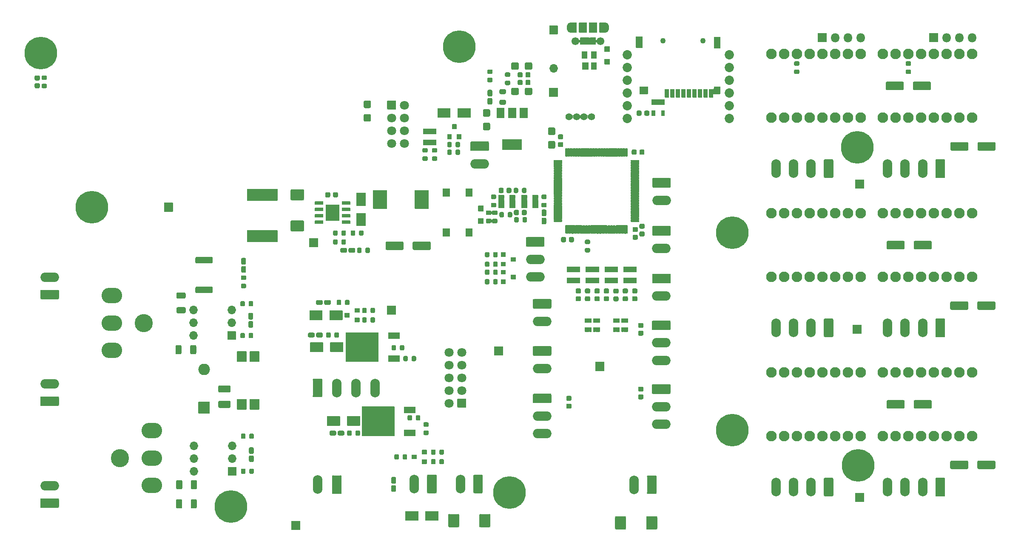
<source format=gts>
G04 #@! TF.GenerationSoftware,KiCad,Pcbnew,(5.1.8)-1*
G04 #@! TF.CreationDate,2021-04-24T13:58:40+03:00*
G04 #@! TF.ProjectId,3d_print_main,33645f70-7269-46e7-945f-6d61696e2e6b,rev?*
G04 #@! TF.SameCoordinates,Original*
G04 #@! TF.FileFunction,Soldermask,Top*
G04 #@! TF.FilePolarity,Negative*
%FSLAX46Y46*%
G04 Gerber Fmt 4.6, Leading zero omitted, Abs format (unit mm)*
G04 Created by KiCad (PCBNEW (5.1.8)-1) date 2021-04-24 13:58:40*
%MOMM*%
%LPD*%
G01*
G04 APERTURE LIST*
%ADD10O,1.902000X3.702000*%
%ADD11O,1.802000X1.802000*%
%ADD12C,2.102000*%
%ADD13C,1.852000*%
%ADD14C,1.802000*%
%ADD15O,3.702000X1.902000*%
%ADD16C,6.502000*%
%ADD17C,0.902000*%
%ADD18C,1.402000*%
%ADD19C,3.602000*%
%ADD20O,4.102000X3.102000*%
%ADD21C,1.552000*%
%ADD22O,1.302000X2.002000*%
%ADD23O,1.702000X1.702000*%
%ADD24O,2.302000X2.302000*%
%ADD25C,1.102000*%
%ADD26C,0.100000*%
G04 APERTURE END LIST*
G36*
G01*
X43070000Y-36378500D02*
X43671000Y-36378500D01*
G75*
G02*
X43896500Y-36604000I0J-225500D01*
G01*
X43896500Y-37055000D01*
G75*
G02*
X43671000Y-37280500I-225500J0D01*
G01*
X43070000Y-37280500D01*
G75*
G02*
X42844500Y-37055000I0J225500D01*
G01*
X42844500Y-36604000D01*
G75*
G02*
X43070000Y-36378500I225500J0D01*
G01*
G37*
G36*
G01*
X43070000Y-34728500D02*
X43671000Y-34728500D01*
G75*
G02*
X43896500Y-34954000I0J-225500D01*
G01*
X43896500Y-35405000D01*
G75*
G02*
X43671000Y-35630500I-225500J0D01*
G01*
X43070000Y-35630500D01*
G75*
G02*
X42844500Y-35405000I0J225500D01*
G01*
X42844500Y-34954000D01*
G75*
G02*
X43070000Y-34728500I225500J0D01*
G01*
G37*
G36*
G01*
X42249000Y-35730500D02*
X41698000Y-35730500D01*
G75*
G02*
X41447500Y-35480000I0J250500D01*
G01*
X41447500Y-34979000D01*
G75*
G02*
X41698000Y-34728500I250500J0D01*
G01*
X42249000Y-34728500D01*
G75*
G02*
X42499500Y-34979000I0J-250500D01*
G01*
X42499500Y-35480000D01*
G75*
G02*
X42249000Y-35730500I-250500J0D01*
G01*
G37*
G36*
G01*
X42249000Y-37280500D02*
X41698000Y-37280500D01*
G75*
G02*
X41447500Y-37030000I0J250500D01*
G01*
X41447500Y-36529000D01*
G75*
G02*
X41698000Y-36278500I250500J0D01*
G01*
X42249000Y-36278500D01*
G75*
G02*
X42499500Y-36529000I0J-250500D01*
G01*
X42499500Y-37030000D01*
G75*
G02*
X42249000Y-37280500I-250500J0D01*
G01*
G37*
G36*
G01*
X146452500Y-47464999D02*
X145901500Y-47464999D01*
G75*
G02*
X145651000Y-47214499I0J250500D01*
G01*
X145651000Y-46713499D01*
G75*
G02*
X145901500Y-46462999I250500J0D01*
G01*
X146452500Y-46462999D01*
G75*
G02*
X146703000Y-46713499I0J-250500D01*
G01*
X146703000Y-47214499D01*
G75*
G02*
X146452500Y-47464999I-250500J0D01*
G01*
G37*
G36*
G01*
X146452500Y-49014999D02*
X145901500Y-49014999D01*
G75*
G02*
X145651000Y-48764499I0J250500D01*
G01*
X145651000Y-48263499D01*
G75*
G02*
X145901500Y-48012999I250500J0D01*
G01*
X146452500Y-48012999D01*
G75*
G02*
X146703000Y-48263499I0J-250500D01*
G01*
X146703000Y-48764499D01*
G75*
G02*
X146452500Y-49014999I-250500J0D01*
G01*
G37*
G36*
G01*
X160760500Y-66489000D02*
X161311500Y-66489000D01*
G75*
G02*
X161562000Y-66739500I0J-250500D01*
G01*
X161562000Y-67240500D01*
G75*
G02*
X161311500Y-67491000I-250500J0D01*
G01*
X160760500Y-67491000D01*
G75*
G02*
X160510000Y-67240500I0J250500D01*
G01*
X160510000Y-66739500D01*
G75*
G02*
X160760500Y-66489000I250500J0D01*
G01*
G37*
G36*
G01*
X160760500Y-64939000D02*
X161311500Y-64939000D01*
G75*
G02*
X161562000Y-65189500I0J-250500D01*
G01*
X161562000Y-65690500D01*
G75*
G02*
X161311500Y-65941000I-250500J0D01*
G01*
X160760500Y-65941000D01*
G75*
G02*
X160510000Y-65690500I0J250500D01*
G01*
X160510000Y-65189500D01*
G75*
G02*
X160760500Y-64939000I250500J0D01*
G01*
G37*
G36*
G01*
X147276783Y-67186552D02*
X147276783Y-67737552D01*
G75*
G02*
X147026283Y-67988052I-250500J0D01*
G01*
X146525283Y-67988052D01*
G75*
G02*
X146274783Y-67737552I0J250500D01*
G01*
X146274783Y-67186552D01*
G75*
G02*
X146525283Y-66936052I250500J0D01*
G01*
X147026283Y-66936052D01*
G75*
G02*
X147276783Y-67186552I0J-250500D01*
G01*
G37*
G36*
G01*
X148826783Y-67186552D02*
X148826783Y-67737552D01*
G75*
G02*
X148576283Y-67988052I-250500J0D01*
G01*
X148075283Y-67988052D01*
G75*
G02*
X147824783Y-67737552I0J250500D01*
G01*
X147824783Y-67186552D01*
G75*
G02*
X148075283Y-66936052I250500J0D01*
G01*
X148576283Y-66936052D01*
G75*
G02*
X148826783Y-67186552I0J-250500D01*
G01*
G37*
G36*
G01*
X165289000Y-114745166D02*
X165289000Y-117918834D01*
G75*
G02*
X165024834Y-118183000I-264166J0D01*
G01*
X163651166Y-118183000D01*
G75*
G02*
X163387000Y-117918834I0J264166D01*
G01*
X163387000Y-114745166D01*
G75*
G02*
X163651166Y-114481000I264166J0D01*
G01*
X165024834Y-114481000D01*
G75*
G02*
X165289000Y-114745166I0J-264166D01*
G01*
G37*
D10*
X160838000Y-116332000D03*
G36*
G01*
X159201500Y-122888289D02*
X159201500Y-125015711D01*
G75*
G02*
X158939211Y-125278000I-262289J0D01*
G01*
X157286789Y-125278000D01*
G75*
G02*
X157024500Y-125015711I0J262289D01*
G01*
X157024500Y-122888289D01*
G75*
G02*
X157286789Y-122626000I262289J0D01*
G01*
X158939211Y-122626000D01*
G75*
G02*
X159201500Y-122888289I0J-262289D01*
G01*
G37*
G36*
G01*
X165426500Y-122888289D02*
X165426500Y-125015711D01*
G75*
G02*
X165164211Y-125278000I-262289J0D01*
G01*
X163511789Y-125278000D01*
G75*
G02*
X163249500Y-125015711I0J262289D01*
G01*
X163249500Y-122888289D01*
G75*
G02*
X163511789Y-122626000I262289J0D01*
G01*
X165164211Y-122626000D01*
G75*
G02*
X165426500Y-122888289I0J-262289D01*
G01*
G37*
D11*
X228092000Y-27178000D03*
X225552000Y-27178000D03*
X223012000Y-27178000D03*
G36*
G01*
X221322000Y-28079000D02*
X219622000Y-28079000D01*
G75*
G02*
X219571000Y-28028000I0J51000D01*
G01*
X219571000Y-26328000D01*
G75*
G02*
X219622000Y-26277000I51000J0D01*
G01*
X221322000Y-26277000D01*
G75*
G02*
X221373000Y-26328000I0J-51000D01*
G01*
X221373000Y-28028000D01*
G75*
G02*
X221322000Y-28079000I-51000J0D01*
G01*
G37*
X205895002Y-27178000D03*
X203355002Y-27178000D03*
X200815002Y-27178000D03*
G36*
G01*
X199125002Y-28079000D02*
X197425002Y-28079000D01*
G75*
G02*
X197374002Y-28028000I0J51000D01*
G01*
X197374002Y-26328000D01*
G75*
G02*
X197425002Y-26277000I51000J0D01*
G01*
X199125002Y-26277000D01*
G75*
G02*
X199176002Y-26328000I0J-51000D01*
G01*
X199176002Y-28028000D01*
G75*
G02*
X199125002Y-28079000I-51000J0D01*
G01*
G37*
D12*
X228120000Y-43160000D03*
X225580000Y-43160000D03*
X223040000Y-43160000D03*
X220500000Y-43160000D03*
X217960000Y-43160000D03*
X215420000Y-43160000D03*
X212880000Y-43160000D03*
X210340000Y-43160000D03*
X210340000Y-30460000D03*
X212880000Y-30460000D03*
X215420000Y-30460000D03*
X217960000Y-30460000D03*
X220500000Y-30460000D03*
X223040000Y-30460000D03*
X225580000Y-30460000D03*
X228120000Y-30460000D03*
G36*
G01*
X92690289Y-63663500D02*
X94817711Y-63663500D01*
G75*
G02*
X95080000Y-63925789I0J-262289D01*
G01*
X95080000Y-65578211D01*
G75*
G02*
X94817711Y-65840500I-262289J0D01*
G01*
X92690289Y-65840500D01*
G75*
G02*
X92428000Y-65578211I0J262289D01*
G01*
X92428000Y-63925789D01*
G75*
G02*
X92690289Y-63663500I262289J0D01*
G01*
G37*
G36*
G01*
X92690289Y-57438500D02*
X94817711Y-57438500D01*
G75*
G02*
X95080000Y-57700789I0J-262289D01*
G01*
X95080000Y-59353211D01*
G75*
G02*
X94817711Y-59615500I-262289J0D01*
G01*
X92690289Y-59615500D01*
G75*
G02*
X92428000Y-59353211I0J262289D01*
G01*
X92428000Y-57700789D01*
G75*
G02*
X92690289Y-57438500I262289J0D01*
G01*
G37*
G36*
G01*
X125976000Y-122436289D02*
X125976000Y-124563711D01*
G75*
G02*
X125713711Y-124826000I-262289J0D01*
G01*
X124061289Y-124826000D01*
G75*
G02*
X123799000Y-124563711I0J262289D01*
G01*
X123799000Y-122436289D01*
G75*
G02*
X124061289Y-122174000I262289J0D01*
G01*
X125713711Y-122174000D01*
G75*
G02*
X125976000Y-122436289I0J-262289D01*
G01*
G37*
G36*
G01*
X132201000Y-122436289D02*
X132201000Y-124563711D01*
G75*
G02*
X131938711Y-124826000I-262289J0D01*
G01*
X130286289Y-124826000D01*
G75*
G02*
X130024000Y-124563711I0J262289D01*
G01*
X130024000Y-122436289D01*
G75*
G02*
X130286289Y-122174000I262289J0D01*
G01*
X131938711Y-122174000D01*
G75*
G02*
X132201000Y-122436289I0J-262289D01*
G01*
G37*
G36*
G01*
X149075001Y-73981000D02*
X148424999Y-73981000D01*
G75*
G02*
X148374000Y-73930001I0J50999D01*
G01*
X148374000Y-72869999D01*
G75*
G02*
X148424999Y-72819000I50999J0D01*
G01*
X149075001Y-72819000D01*
G75*
G02*
X149126000Y-72869999I0J-50999D01*
G01*
X149126000Y-73930001D01*
G75*
G02*
X149075001Y-73981000I-50999J0D01*
G01*
G37*
G36*
G01*
X148125001Y-73981000D02*
X147474999Y-73981000D01*
G75*
G02*
X147424000Y-73930001I0J50999D01*
G01*
X147424000Y-72869999D01*
G75*
G02*
X147474999Y-72819000I50999J0D01*
G01*
X148125001Y-72819000D01*
G75*
G02*
X148176000Y-72869999I0J-50999D01*
G01*
X148176000Y-73930001D01*
G75*
G02*
X148125001Y-73981000I-50999J0D01*
G01*
G37*
G36*
G01*
X150025001Y-73981000D02*
X149374999Y-73981000D01*
G75*
G02*
X149324000Y-73930001I0J50999D01*
G01*
X149324000Y-72869999D01*
G75*
G02*
X149374999Y-72819000I50999J0D01*
G01*
X150025001Y-72819000D01*
G75*
G02*
X150076000Y-72869999I0J-50999D01*
G01*
X150076000Y-73930001D01*
G75*
G02*
X150025001Y-73981000I-50999J0D01*
G01*
G37*
G36*
G01*
X150025001Y-76181000D02*
X149374999Y-76181000D01*
G75*
G02*
X149324000Y-76130001I0J50999D01*
G01*
X149324000Y-75069999D01*
G75*
G02*
X149374999Y-75019000I50999J0D01*
G01*
X150025001Y-75019000D01*
G75*
G02*
X150076000Y-75069999I0J-50999D01*
G01*
X150076000Y-76130001D01*
G75*
G02*
X150025001Y-76181000I-50999J0D01*
G01*
G37*
G36*
G01*
X149075001Y-76181000D02*
X148424999Y-76181000D01*
G75*
G02*
X148374000Y-76130001I0J50999D01*
G01*
X148374000Y-75069999D01*
G75*
G02*
X148424999Y-75019000I50999J0D01*
G01*
X149075001Y-75019000D01*
G75*
G02*
X149126000Y-75069999I0J-50999D01*
G01*
X149126000Y-76130001D01*
G75*
G02*
X149075001Y-76181000I-50999J0D01*
G01*
G37*
G36*
G01*
X148125001Y-76181000D02*
X147474999Y-76181000D01*
G75*
G02*
X147424000Y-76130001I0J50999D01*
G01*
X147424000Y-75069999D01*
G75*
G02*
X147474999Y-75019000I50999J0D01*
G01*
X148125001Y-75019000D01*
G75*
G02*
X148176000Y-75069999I0J-50999D01*
G01*
X148176000Y-76130001D01*
G75*
G02*
X148125001Y-76181000I-50999J0D01*
G01*
G37*
G36*
G01*
X152825001Y-73981000D02*
X152174999Y-73981000D01*
G75*
G02*
X152124000Y-73930001I0J50999D01*
G01*
X152124000Y-72869999D01*
G75*
G02*
X152174999Y-72819000I50999J0D01*
G01*
X152825001Y-72819000D01*
G75*
G02*
X152876000Y-72869999I0J-50999D01*
G01*
X152876000Y-73930001D01*
G75*
G02*
X152825001Y-73981000I-50999J0D01*
G01*
G37*
G36*
G01*
X151875001Y-73981000D02*
X151224999Y-73981000D01*
G75*
G02*
X151174000Y-73930001I0J50999D01*
G01*
X151174000Y-72869999D01*
G75*
G02*
X151224999Y-72819000I50999J0D01*
G01*
X151875001Y-72819000D01*
G75*
G02*
X151926000Y-72869999I0J-50999D01*
G01*
X151926000Y-73930001D01*
G75*
G02*
X151875001Y-73981000I-50999J0D01*
G01*
G37*
G36*
G01*
X153775001Y-73981000D02*
X153124999Y-73981000D01*
G75*
G02*
X153074000Y-73930001I0J50999D01*
G01*
X153074000Y-72869999D01*
G75*
G02*
X153124999Y-72819000I50999J0D01*
G01*
X153775001Y-72819000D01*
G75*
G02*
X153826000Y-72869999I0J-50999D01*
G01*
X153826000Y-73930001D01*
G75*
G02*
X153775001Y-73981000I-50999J0D01*
G01*
G37*
G36*
G01*
X153775001Y-76181000D02*
X153124999Y-76181000D01*
G75*
G02*
X153074000Y-76130001I0J50999D01*
G01*
X153074000Y-75069999D01*
G75*
G02*
X153124999Y-75019000I50999J0D01*
G01*
X153775001Y-75019000D01*
G75*
G02*
X153826000Y-75069999I0J-50999D01*
G01*
X153826000Y-76130001D01*
G75*
G02*
X153775001Y-76181000I-50999J0D01*
G01*
G37*
G36*
G01*
X152825001Y-76181000D02*
X152174999Y-76181000D01*
G75*
G02*
X152124000Y-76130001I0J50999D01*
G01*
X152124000Y-75069999D01*
G75*
G02*
X152174999Y-75019000I50999J0D01*
G01*
X152825001Y-75019000D01*
G75*
G02*
X152876000Y-75069999I0J-50999D01*
G01*
X152876000Y-76130001D01*
G75*
G02*
X152825001Y-76181000I-50999J0D01*
G01*
G37*
G36*
G01*
X151875001Y-76181000D02*
X151224999Y-76181000D01*
G75*
G02*
X151174000Y-76130001I0J50999D01*
G01*
X151174000Y-75069999D01*
G75*
G02*
X151224999Y-75019000I50999J0D01*
G01*
X151875001Y-75019000D01*
G75*
G02*
X151926000Y-75069999I0J-50999D01*
G01*
X151926000Y-76130001D01*
G75*
G02*
X151875001Y-76181000I-50999J0D01*
G01*
G37*
G36*
G01*
X156575001Y-73981000D02*
X155924999Y-73981000D01*
G75*
G02*
X155874000Y-73930001I0J50999D01*
G01*
X155874000Y-72869999D01*
G75*
G02*
X155924999Y-72819000I50999J0D01*
G01*
X156575001Y-72819000D01*
G75*
G02*
X156626000Y-72869999I0J-50999D01*
G01*
X156626000Y-73930001D01*
G75*
G02*
X156575001Y-73981000I-50999J0D01*
G01*
G37*
G36*
G01*
X155625001Y-73981000D02*
X154974999Y-73981000D01*
G75*
G02*
X154924000Y-73930001I0J50999D01*
G01*
X154924000Y-72869999D01*
G75*
G02*
X154974999Y-72819000I50999J0D01*
G01*
X155625001Y-72819000D01*
G75*
G02*
X155676000Y-72869999I0J-50999D01*
G01*
X155676000Y-73930001D01*
G75*
G02*
X155625001Y-73981000I-50999J0D01*
G01*
G37*
G36*
G01*
X157525001Y-73981000D02*
X156874999Y-73981000D01*
G75*
G02*
X156824000Y-73930001I0J50999D01*
G01*
X156824000Y-72869999D01*
G75*
G02*
X156874999Y-72819000I50999J0D01*
G01*
X157525001Y-72819000D01*
G75*
G02*
X157576000Y-72869999I0J-50999D01*
G01*
X157576000Y-73930001D01*
G75*
G02*
X157525001Y-73981000I-50999J0D01*
G01*
G37*
G36*
G01*
X157525001Y-76181000D02*
X156874999Y-76181000D01*
G75*
G02*
X156824000Y-76130001I0J50999D01*
G01*
X156824000Y-75069999D01*
G75*
G02*
X156874999Y-75019000I50999J0D01*
G01*
X157525001Y-75019000D01*
G75*
G02*
X157576000Y-75069999I0J-50999D01*
G01*
X157576000Y-76130001D01*
G75*
G02*
X157525001Y-76181000I-50999J0D01*
G01*
G37*
G36*
G01*
X156575001Y-76181000D02*
X155924999Y-76181000D01*
G75*
G02*
X155874000Y-76130001I0J50999D01*
G01*
X155874000Y-75069999D01*
G75*
G02*
X155924999Y-75019000I50999J0D01*
G01*
X156575001Y-75019000D01*
G75*
G02*
X156626000Y-75069999I0J-50999D01*
G01*
X156626000Y-76130001D01*
G75*
G02*
X156575001Y-76181000I-50999J0D01*
G01*
G37*
G36*
G01*
X155625001Y-76181000D02*
X154974999Y-76181000D01*
G75*
G02*
X154924000Y-76130001I0J50999D01*
G01*
X154924000Y-75069999D01*
G75*
G02*
X154974999Y-75019000I50999J0D01*
G01*
X155625001Y-75019000D01*
G75*
G02*
X155676000Y-75069999I0J-50999D01*
G01*
X155676000Y-76130001D01*
G75*
G02*
X155625001Y-76181000I-50999J0D01*
G01*
G37*
G36*
G01*
X160325001Y-73981000D02*
X159674999Y-73981000D01*
G75*
G02*
X159624000Y-73930001I0J50999D01*
G01*
X159624000Y-72869999D01*
G75*
G02*
X159674999Y-72819000I50999J0D01*
G01*
X160325001Y-72819000D01*
G75*
G02*
X160376000Y-72869999I0J-50999D01*
G01*
X160376000Y-73930001D01*
G75*
G02*
X160325001Y-73981000I-50999J0D01*
G01*
G37*
G36*
G01*
X159375001Y-73981000D02*
X158724999Y-73981000D01*
G75*
G02*
X158674000Y-73930001I0J50999D01*
G01*
X158674000Y-72869999D01*
G75*
G02*
X158724999Y-72819000I50999J0D01*
G01*
X159375001Y-72819000D01*
G75*
G02*
X159426000Y-72869999I0J-50999D01*
G01*
X159426000Y-73930001D01*
G75*
G02*
X159375001Y-73981000I-50999J0D01*
G01*
G37*
G36*
G01*
X161275001Y-73981000D02*
X160624999Y-73981000D01*
G75*
G02*
X160574000Y-73930001I0J50999D01*
G01*
X160574000Y-72869999D01*
G75*
G02*
X160624999Y-72819000I50999J0D01*
G01*
X161275001Y-72819000D01*
G75*
G02*
X161326000Y-72869999I0J-50999D01*
G01*
X161326000Y-73930001D01*
G75*
G02*
X161275001Y-73981000I-50999J0D01*
G01*
G37*
G36*
G01*
X161275001Y-76181000D02*
X160624999Y-76181000D01*
G75*
G02*
X160574000Y-76130001I0J50999D01*
G01*
X160574000Y-75069999D01*
G75*
G02*
X160624999Y-75019000I50999J0D01*
G01*
X161275001Y-75019000D01*
G75*
G02*
X161326000Y-75069999I0J-50999D01*
G01*
X161326000Y-76130001D01*
G75*
G02*
X161275001Y-76181000I-50999J0D01*
G01*
G37*
G36*
G01*
X160325001Y-76181000D02*
X159674999Y-76181000D01*
G75*
G02*
X159624000Y-76130001I0J50999D01*
G01*
X159624000Y-75069999D01*
G75*
G02*
X159674999Y-75019000I50999J0D01*
G01*
X160325001Y-75019000D01*
G75*
G02*
X160376000Y-75069999I0J-50999D01*
G01*
X160376000Y-76130001D01*
G75*
G02*
X160325001Y-76181000I-50999J0D01*
G01*
G37*
G36*
G01*
X159375001Y-76181000D02*
X158724999Y-76181000D01*
G75*
G02*
X158674000Y-76130001I0J50999D01*
G01*
X158674000Y-75069999D01*
G75*
G02*
X158724999Y-75019000I50999J0D01*
G01*
X159375001Y-75019000D01*
G75*
G02*
X159426000Y-75069999I0J-50999D01*
G01*
X159426000Y-76130001D01*
G75*
G02*
X159375001Y-76181000I-50999J0D01*
G01*
G37*
D13*
X179733000Y-30587000D03*
X179733000Y-33127000D03*
X179733000Y-35667000D03*
X179733000Y-38207000D03*
X179733000Y-40747000D03*
X179733000Y-43287000D03*
X159413000Y-43287000D03*
X159413000Y-40747000D03*
X159413000Y-38207000D03*
X159413000Y-35667000D03*
X159413000Y-33127000D03*
X159413000Y-30587000D03*
G36*
G01*
X138065651Y-41152393D02*
X139565651Y-41152393D01*
G75*
G02*
X139616651Y-41203393I0J-51000D01*
G01*
X139616651Y-43203393D01*
G75*
G02*
X139565651Y-43254393I-51000J0D01*
G01*
X138065651Y-43254393D01*
G75*
G02*
X138014651Y-43203393I0J51000D01*
G01*
X138014651Y-41203393D01*
G75*
G02*
X138065651Y-41152393I51000J0D01*
G01*
G37*
G36*
G01*
X133465651Y-41152393D02*
X134965651Y-41152393D01*
G75*
G02*
X135016651Y-41203393I0J-51000D01*
G01*
X135016651Y-43203393D01*
G75*
G02*
X134965651Y-43254393I-51000J0D01*
G01*
X133465651Y-43254393D01*
G75*
G02*
X133414651Y-43203393I0J51000D01*
G01*
X133414651Y-41203393D01*
G75*
G02*
X133465651Y-41152393I51000J0D01*
G01*
G37*
G36*
G01*
X135765651Y-41152393D02*
X137265651Y-41152393D01*
G75*
G02*
X137316651Y-41203393I0J-51000D01*
G01*
X137316651Y-43203393D01*
G75*
G02*
X137265651Y-43254393I-51000J0D01*
G01*
X135765651Y-43254393D01*
G75*
G02*
X135714651Y-43203393I0J51000D01*
G01*
X135714651Y-41203393D01*
G75*
G02*
X135765651Y-41152393I51000J0D01*
G01*
G37*
G36*
G01*
X134615651Y-47452393D02*
X138415651Y-47452393D01*
G75*
G02*
X138466651Y-47503393I0J-51000D01*
G01*
X138466651Y-49503393D01*
G75*
G02*
X138415651Y-49554393I-51000J0D01*
G01*
X134615651Y-49554393D01*
G75*
G02*
X134564651Y-49503393I0J51000D01*
G01*
X134564651Y-47503393D01*
G75*
G02*
X134615651Y-47452393I51000J0D01*
G01*
G37*
D14*
X115062000Y-48260000D03*
X115062000Y-45720000D03*
X115062000Y-43180000D03*
X115062000Y-40640000D03*
X112522000Y-48260000D03*
X112522000Y-45720000D03*
X112522000Y-43180000D03*
G36*
G01*
X111621000Y-41276000D02*
X111621000Y-40004000D01*
G75*
G02*
X111886000Y-39739000I265000J0D01*
G01*
X113158000Y-39739000D01*
G75*
G02*
X113423000Y-40004000I0J-265000D01*
G01*
X113423000Y-41276000D01*
G75*
G02*
X113158000Y-41541000I-265000J0D01*
G01*
X111886000Y-41541000D01*
G75*
G02*
X111621000Y-41276000I0J265000D01*
G01*
G37*
G36*
G01*
X140907166Y-98165002D02*
X144080834Y-98165002D01*
G75*
G02*
X144345000Y-98429168I0J-264166D01*
G01*
X144345000Y-99802836D01*
G75*
G02*
X144080834Y-100067002I-264166J0D01*
G01*
X140907166Y-100067002D01*
G75*
G02*
X140643000Y-99802836I0J264166D01*
G01*
X140643000Y-98429168D01*
G75*
G02*
X140907166Y-98165002I264166J0D01*
G01*
G37*
D15*
X142494000Y-102616002D03*
X142494000Y-106116002D03*
G36*
G01*
X147552500Y-100165002D02*
X148103500Y-100165002D01*
G75*
G02*
X148354000Y-100415502I0J-250500D01*
G01*
X148354000Y-100916502D01*
G75*
G02*
X148103500Y-101167002I-250500J0D01*
G01*
X147552500Y-101167002D01*
G75*
G02*
X147302000Y-100916502I0J250500D01*
G01*
X147302000Y-100415502D01*
G75*
G02*
X147552500Y-100165002I250500J0D01*
G01*
G37*
G36*
G01*
X147552500Y-98615002D02*
X148103500Y-98615002D01*
G75*
G02*
X148354000Y-98865502I0J-250500D01*
G01*
X148354000Y-99366502D01*
G75*
G02*
X148103500Y-99617002I-250500J0D01*
G01*
X147552500Y-99617002D01*
G75*
G02*
X147302000Y-99366502I0J250500D01*
G01*
X147302000Y-98865502D01*
G75*
G02*
X147552500Y-98615002I250500J0D01*
G01*
G37*
G36*
G01*
X149424500Y-78749000D02*
X149975500Y-78749000D01*
G75*
G02*
X150226000Y-78999500I0J-250500D01*
G01*
X150226000Y-79500500D01*
G75*
G02*
X149975500Y-79751000I-250500J0D01*
G01*
X149424500Y-79751000D01*
G75*
G02*
X149174000Y-79500500I0J250500D01*
G01*
X149174000Y-78999500D01*
G75*
G02*
X149424500Y-78749000I250500J0D01*
G01*
G37*
G36*
G01*
X149424500Y-77199000D02*
X149975500Y-77199000D01*
G75*
G02*
X150226000Y-77449500I0J-250500D01*
G01*
X150226000Y-77950500D01*
G75*
G02*
X149975500Y-78201000I-250500J0D01*
G01*
X149424500Y-78201000D01*
G75*
G02*
X149174000Y-77950500I0J250500D01*
G01*
X149174000Y-77449500D01*
G75*
G02*
X149424500Y-77199000I250500J0D01*
G01*
G37*
G36*
G01*
X140907166Y-88711000D02*
X144080834Y-88711000D01*
G75*
G02*
X144345000Y-88975166I0J-264166D01*
G01*
X144345000Y-90348834D01*
G75*
G02*
X144080834Y-90613000I-264166J0D01*
G01*
X140907166Y-90613000D01*
G75*
G02*
X140643000Y-90348834I0J264166D01*
G01*
X140643000Y-88975166D01*
G75*
G02*
X140907166Y-88711000I264166J0D01*
G01*
G37*
X142494000Y-93162000D03*
G36*
G01*
X140907166Y-79313000D02*
X144080834Y-79313000D01*
G75*
G02*
X144345000Y-79577166I0J-264166D01*
G01*
X144345000Y-80950834D01*
G75*
G02*
X144080834Y-81215000I-264166J0D01*
G01*
X140907166Y-81215000D01*
G75*
G02*
X140643000Y-80950834I0J264166D01*
G01*
X140643000Y-79577166D01*
G75*
G02*
X140907166Y-79313000I264166J0D01*
G01*
G37*
X142494000Y-83764000D03*
D14*
X123952000Y-89916000D03*
X123952000Y-92456000D03*
X123952000Y-94996000D03*
X123952000Y-97536000D03*
X123952000Y-100076000D03*
X126492000Y-89916000D03*
X126492000Y-92456000D03*
X126492000Y-94996000D03*
X126492000Y-97536000D03*
G36*
G01*
X127393000Y-99440000D02*
X127393000Y-100712000D01*
G75*
G02*
X127128000Y-100977000I-265000J0D01*
G01*
X125856000Y-100977000D01*
G75*
G02*
X125591000Y-100712000I0J265000D01*
G01*
X125591000Y-99440000D01*
G75*
G02*
X125856000Y-99175000I265000J0D01*
G01*
X127128000Y-99175000D01*
G75*
G02*
X127393000Y-99440000I0J-265000D01*
G01*
G37*
G36*
G01*
X147116000Y-50840500D02*
X147116000Y-49339500D01*
G75*
G02*
X147216500Y-49239000I100500J0D01*
G01*
X147417500Y-49239000D01*
G75*
G02*
X147518000Y-49339500I0J-100500D01*
G01*
X147518000Y-50840500D01*
G75*
G02*
X147417500Y-50941000I-100500J0D01*
G01*
X147216500Y-50941000D01*
G75*
G02*
X147116000Y-50840500I0J100500D01*
G01*
G37*
G36*
G01*
X147616000Y-50840500D02*
X147616000Y-49339500D01*
G75*
G02*
X147716500Y-49239000I100500J0D01*
G01*
X147917500Y-49239000D01*
G75*
G02*
X148018000Y-49339500I0J-100500D01*
G01*
X148018000Y-50840500D01*
G75*
G02*
X147917500Y-50941000I-100500J0D01*
G01*
X147716500Y-50941000D01*
G75*
G02*
X147616000Y-50840500I0J100500D01*
G01*
G37*
G36*
G01*
X148116000Y-50840500D02*
X148116000Y-49339500D01*
G75*
G02*
X148216500Y-49239000I100500J0D01*
G01*
X148417500Y-49239000D01*
G75*
G02*
X148518000Y-49339500I0J-100500D01*
G01*
X148518000Y-50840500D01*
G75*
G02*
X148417500Y-50941000I-100500J0D01*
G01*
X148216500Y-50941000D01*
G75*
G02*
X148116000Y-50840500I0J100500D01*
G01*
G37*
G36*
G01*
X148616000Y-50840500D02*
X148616000Y-49339500D01*
G75*
G02*
X148716500Y-49239000I100500J0D01*
G01*
X148917500Y-49239000D01*
G75*
G02*
X149018000Y-49339500I0J-100500D01*
G01*
X149018000Y-50840500D01*
G75*
G02*
X148917500Y-50941000I-100500J0D01*
G01*
X148716500Y-50941000D01*
G75*
G02*
X148616000Y-50840500I0J100500D01*
G01*
G37*
G36*
G01*
X149116000Y-50840500D02*
X149116000Y-49339500D01*
G75*
G02*
X149216500Y-49239000I100500J0D01*
G01*
X149417500Y-49239000D01*
G75*
G02*
X149518000Y-49339500I0J-100500D01*
G01*
X149518000Y-50840500D01*
G75*
G02*
X149417500Y-50941000I-100500J0D01*
G01*
X149216500Y-50941000D01*
G75*
G02*
X149116000Y-50840500I0J100500D01*
G01*
G37*
G36*
G01*
X149616000Y-50840500D02*
X149616000Y-49339500D01*
G75*
G02*
X149716500Y-49239000I100500J0D01*
G01*
X149917500Y-49239000D01*
G75*
G02*
X150018000Y-49339500I0J-100500D01*
G01*
X150018000Y-50840500D01*
G75*
G02*
X149917500Y-50941000I-100500J0D01*
G01*
X149716500Y-50941000D01*
G75*
G02*
X149616000Y-50840500I0J100500D01*
G01*
G37*
G36*
G01*
X150116000Y-50840500D02*
X150116000Y-49339500D01*
G75*
G02*
X150216500Y-49239000I100500J0D01*
G01*
X150417500Y-49239000D01*
G75*
G02*
X150518000Y-49339500I0J-100500D01*
G01*
X150518000Y-50840500D01*
G75*
G02*
X150417500Y-50941000I-100500J0D01*
G01*
X150216500Y-50941000D01*
G75*
G02*
X150116000Y-50840500I0J100500D01*
G01*
G37*
G36*
G01*
X150616000Y-50840500D02*
X150616000Y-49339500D01*
G75*
G02*
X150716500Y-49239000I100500J0D01*
G01*
X150917500Y-49239000D01*
G75*
G02*
X151018000Y-49339500I0J-100500D01*
G01*
X151018000Y-50840500D01*
G75*
G02*
X150917500Y-50941000I-100500J0D01*
G01*
X150716500Y-50941000D01*
G75*
G02*
X150616000Y-50840500I0J100500D01*
G01*
G37*
G36*
G01*
X151116000Y-50840500D02*
X151116000Y-49339500D01*
G75*
G02*
X151216500Y-49239000I100500J0D01*
G01*
X151417500Y-49239000D01*
G75*
G02*
X151518000Y-49339500I0J-100500D01*
G01*
X151518000Y-50840500D01*
G75*
G02*
X151417500Y-50941000I-100500J0D01*
G01*
X151216500Y-50941000D01*
G75*
G02*
X151116000Y-50840500I0J100500D01*
G01*
G37*
G36*
G01*
X151616000Y-50840500D02*
X151616000Y-49339500D01*
G75*
G02*
X151716500Y-49239000I100500J0D01*
G01*
X151917500Y-49239000D01*
G75*
G02*
X152018000Y-49339500I0J-100500D01*
G01*
X152018000Y-50840500D01*
G75*
G02*
X151917500Y-50941000I-100500J0D01*
G01*
X151716500Y-50941000D01*
G75*
G02*
X151616000Y-50840500I0J100500D01*
G01*
G37*
G36*
G01*
X152116000Y-50840500D02*
X152116000Y-49339500D01*
G75*
G02*
X152216500Y-49239000I100500J0D01*
G01*
X152417500Y-49239000D01*
G75*
G02*
X152518000Y-49339500I0J-100500D01*
G01*
X152518000Y-50840500D01*
G75*
G02*
X152417500Y-50941000I-100500J0D01*
G01*
X152216500Y-50941000D01*
G75*
G02*
X152116000Y-50840500I0J100500D01*
G01*
G37*
G36*
G01*
X152616000Y-50840500D02*
X152616000Y-49339500D01*
G75*
G02*
X152716500Y-49239000I100500J0D01*
G01*
X152917500Y-49239000D01*
G75*
G02*
X153018000Y-49339500I0J-100500D01*
G01*
X153018000Y-50840500D01*
G75*
G02*
X152917500Y-50941000I-100500J0D01*
G01*
X152716500Y-50941000D01*
G75*
G02*
X152616000Y-50840500I0J100500D01*
G01*
G37*
G36*
G01*
X153116000Y-50840500D02*
X153116000Y-49339500D01*
G75*
G02*
X153216500Y-49239000I100500J0D01*
G01*
X153417500Y-49239000D01*
G75*
G02*
X153518000Y-49339500I0J-100500D01*
G01*
X153518000Y-50840500D01*
G75*
G02*
X153417500Y-50941000I-100500J0D01*
G01*
X153216500Y-50941000D01*
G75*
G02*
X153116000Y-50840500I0J100500D01*
G01*
G37*
G36*
G01*
X153616000Y-50840500D02*
X153616000Y-49339500D01*
G75*
G02*
X153716500Y-49239000I100500J0D01*
G01*
X153917500Y-49239000D01*
G75*
G02*
X154018000Y-49339500I0J-100500D01*
G01*
X154018000Y-50840500D01*
G75*
G02*
X153917500Y-50941000I-100500J0D01*
G01*
X153716500Y-50941000D01*
G75*
G02*
X153616000Y-50840500I0J100500D01*
G01*
G37*
G36*
G01*
X154116000Y-50840500D02*
X154116000Y-49339500D01*
G75*
G02*
X154216500Y-49239000I100500J0D01*
G01*
X154417500Y-49239000D01*
G75*
G02*
X154518000Y-49339500I0J-100500D01*
G01*
X154518000Y-50840500D01*
G75*
G02*
X154417500Y-50941000I-100500J0D01*
G01*
X154216500Y-50941000D01*
G75*
G02*
X154116000Y-50840500I0J100500D01*
G01*
G37*
G36*
G01*
X154616000Y-50840500D02*
X154616000Y-49339500D01*
G75*
G02*
X154716500Y-49239000I100500J0D01*
G01*
X154917500Y-49239000D01*
G75*
G02*
X155018000Y-49339500I0J-100500D01*
G01*
X155018000Y-50840500D01*
G75*
G02*
X154917500Y-50941000I-100500J0D01*
G01*
X154716500Y-50941000D01*
G75*
G02*
X154616000Y-50840500I0J100500D01*
G01*
G37*
G36*
G01*
X155116000Y-50840500D02*
X155116000Y-49339500D01*
G75*
G02*
X155216500Y-49239000I100500J0D01*
G01*
X155417500Y-49239000D01*
G75*
G02*
X155518000Y-49339500I0J-100500D01*
G01*
X155518000Y-50840500D01*
G75*
G02*
X155417500Y-50941000I-100500J0D01*
G01*
X155216500Y-50941000D01*
G75*
G02*
X155116000Y-50840500I0J100500D01*
G01*
G37*
G36*
G01*
X155616000Y-50840500D02*
X155616000Y-49339500D01*
G75*
G02*
X155716500Y-49239000I100500J0D01*
G01*
X155917500Y-49239000D01*
G75*
G02*
X156018000Y-49339500I0J-100500D01*
G01*
X156018000Y-50840500D01*
G75*
G02*
X155917500Y-50941000I-100500J0D01*
G01*
X155716500Y-50941000D01*
G75*
G02*
X155616000Y-50840500I0J100500D01*
G01*
G37*
G36*
G01*
X156116000Y-50840500D02*
X156116000Y-49339500D01*
G75*
G02*
X156216500Y-49239000I100500J0D01*
G01*
X156417500Y-49239000D01*
G75*
G02*
X156518000Y-49339500I0J-100500D01*
G01*
X156518000Y-50840500D01*
G75*
G02*
X156417500Y-50941000I-100500J0D01*
G01*
X156216500Y-50941000D01*
G75*
G02*
X156116000Y-50840500I0J100500D01*
G01*
G37*
G36*
G01*
X156616000Y-50840500D02*
X156616000Y-49339500D01*
G75*
G02*
X156716500Y-49239000I100500J0D01*
G01*
X156917500Y-49239000D01*
G75*
G02*
X157018000Y-49339500I0J-100500D01*
G01*
X157018000Y-50840500D01*
G75*
G02*
X156917500Y-50941000I-100500J0D01*
G01*
X156716500Y-50941000D01*
G75*
G02*
X156616000Y-50840500I0J100500D01*
G01*
G37*
G36*
G01*
X157116000Y-50840500D02*
X157116000Y-49339500D01*
G75*
G02*
X157216500Y-49239000I100500J0D01*
G01*
X157417500Y-49239000D01*
G75*
G02*
X157518000Y-49339500I0J-100500D01*
G01*
X157518000Y-50840500D01*
G75*
G02*
X157417500Y-50941000I-100500J0D01*
G01*
X157216500Y-50941000D01*
G75*
G02*
X157116000Y-50840500I0J100500D01*
G01*
G37*
G36*
G01*
X157616000Y-50840500D02*
X157616000Y-49339500D01*
G75*
G02*
X157716500Y-49239000I100500J0D01*
G01*
X157917500Y-49239000D01*
G75*
G02*
X158018000Y-49339500I0J-100500D01*
G01*
X158018000Y-50840500D01*
G75*
G02*
X157917500Y-50941000I-100500J0D01*
G01*
X157716500Y-50941000D01*
G75*
G02*
X157616000Y-50840500I0J100500D01*
G01*
G37*
G36*
G01*
X158116000Y-50840500D02*
X158116000Y-49339500D01*
G75*
G02*
X158216500Y-49239000I100500J0D01*
G01*
X158417500Y-49239000D01*
G75*
G02*
X158518000Y-49339500I0J-100500D01*
G01*
X158518000Y-50840500D01*
G75*
G02*
X158417500Y-50941000I-100500J0D01*
G01*
X158216500Y-50941000D01*
G75*
G02*
X158116000Y-50840500I0J100500D01*
G01*
G37*
G36*
G01*
X158616000Y-50840500D02*
X158616000Y-49339500D01*
G75*
G02*
X158716500Y-49239000I100500J0D01*
G01*
X158917500Y-49239000D01*
G75*
G02*
X159018000Y-49339500I0J-100500D01*
G01*
X159018000Y-50840500D01*
G75*
G02*
X158917500Y-50941000I-100500J0D01*
G01*
X158716500Y-50941000D01*
G75*
G02*
X158616000Y-50840500I0J100500D01*
G01*
G37*
G36*
G01*
X159116000Y-50840500D02*
X159116000Y-49339500D01*
G75*
G02*
X159216500Y-49239000I100500J0D01*
G01*
X159417500Y-49239000D01*
G75*
G02*
X159518000Y-49339500I0J-100500D01*
G01*
X159518000Y-50840500D01*
G75*
G02*
X159417500Y-50941000I-100500J0D01*
G01*
X159216500Y-50941000D01*
G75*
G02*
X159116000Y-50840500I0J100500D01*
G01*
G37*
G36*
G01*
X160141000Y-51865500D02*
X160141000Y-51664500D01*
G75*
G02*
X160241500Y-51564000I100500J0D01*
G01*
X161742500Y-51564000D01*
G75*
G02*
X161843000Y-51664500I0J-100500D01*
G01*
X161843000Y-51865500D01*
G75*
G02*
X161742500Y-51966000I-100500J0D01*
G01*
X160241500Y-51966000D01*
G75*
G02*
X160141000Y-51865500I0J100500D01*
G01*
G37*
G36*
G01*
X160141000Y-52365500D02*
X160141000Y-52164500D01*
G75*
G02*
X160241500Y-52064000I100500J0D01*
G01*
X161742500Y-52064000D01*
G75*
G02*
X161843000Y-52164500I0J-100500D01*
G01*
X161843000Y-52365500D01*
G75*
G02*
X161742500Y-52466000I-100500J0D01*
G01*
X160241500Y-52466000D01*
G75*
G02*
X160141000Y-52365500I0J100500D01*
G01*
G37*
G36*
G01*
X160141000Y-52865500D02*
X160141000Y-52664500D01*
G75*
G02*
X160241500Y-52564000I100500J0D01*
G01*
X161742500Y-52564000D01*
G75*
G02*
X161843000Y-52664500I0J-100500D01*
G01*
X161843000Y-52865500D01*
G75*
G02*
X161742500Y-52966000I-100500J0D01*
G01*
X160241500Y-52966000D01*
G75*
G02*
X160141000Y-52865500I0J100500D01*
G01*
G37*
G36*
G01*
X160141000Y-53365500D02*
X160141000Y-53164500D01*
G75*
G02*
X160241500Y-53064000I100500J0D01*
G01*
X161742500Y-53064000D01*
G75*
G02*
X161843000Y-53164500I0J-100500D01*
G01*
X161843000Y-53365500D01*
G75*
G02*
X161742500Y-53466000I-100500J0D01*
G01*
X160241500Y-53466000D01*
G75*
G02*
X160141000Y-53365500I0J100500D01*
G01*
G37*
G36*
G01*
X160141000Y-53865500D02*
X160141000Y-53664500D01*
G75*
G02*
X160241500Y-53564000I100500J0D01*
G01*
X161742500Y-53564000D01*
G75*
G02*
X161843000Y-53664500I0J-100500D01*
G01*
X161843000Y-53865500D01*
G75*
G02*
X161742500Y-53966000I-100500J0D01*
G01*
X160241500Y-53966000D01*
G75*
G02*
X160141000Y-53865500I0J100500D01*
G01*
G37*
G36*
G01*
X160141000Y-54365500D02*
X160141000Y-54164500D01*
G75*
G02*
X160241500Y-54064000I100500J0D01*
G01*
X161742500Y-54064000D01*
G75*
G02*
X161843000Y-54164500I0J-100500D01*
G01*
X161843000Y-54365500D01*
G75*
G02*
X161742500Y-54466000I-100500J0D01*
G01*
X160241500Y-54466000D01*
G75*
G02*
X160141000Y-54365500I0J100500D01*
G01*
G37*
G36*
G01*
X160141000Y-54865500D02*
X160141000Y-54664500D01*
G75*
G02*
X160241500Y-54564000I100500J0D01*
G01*
X161742500Y-54564000D01*
G75*
G02*
X161843000Y-54664500I0J-100500D01*
G01*
X161843000Y-54865500D01*
G75*
G02*
X161742500Y-54966000I-100500J0D01*
G01*
X160241500Y-54966000D01*
G75*
G02*
X160141000Y-54865500I0J100500D01*
G01*
G37*
G36*
G01*
X160141000Y-55365500D02*
X160141000Y-55164500D01*
G75*
G02*
X160241500Y-55064000I100500J0D01*
G01*
X161742500Y-55064000D01*
G75*
G02*
X161843000Y-55164500I0J-100500D01*
G01*
X161843000Y-55365500D01*
G75*
G02*
X161742500Y-55466000I-100500J0D01*
G01*
X160241500Y-55466000D01*
G75*
G02*
X160141000Y-55365500I0J100500D01*
G01*
G37*
G36*
G01*
X160141000Y-55865500D02*
X160141000Y-55664500D01*
G75*
G02*
X160241500Y-55564000I100500J0D01*
G01*
X161742500Y-55564000D01*
G75*
G02*
X161843000Y-55664500I0J-100500D01*
G01*
X161843000Y-55865500D01*
G75*
G02*
X161742500Y-55966000I-100500J0D01*
G01*
X160241500Y-55966000D01*
G75*
G02*
X160141000Y-55865500I0J100500D01*
G01*
G37*
G36*
G01*
X160141000Y-56365500D02*
X160141000Y-56164500D01*
G75*
G02*
X160241500Y-56064000I100500J0D01*
G01*
X161742500Y-56064000D01*
G75*
G02*
X161843000Y-56164500I0J-100500D01*
G01*
X161843000Y-56365500D01*
G75*
G02*
X161742500Y-56466000I-100500J0D01*
G01*
X160241500Y-56466000D01*
G75*
G02*
X160141000Y-56365500I0J100500D01*
G01*
G37*
G36*
G01*
X160141000Y-56865500D02*
X160141000Y-56664500D01*
G75*
G02*
X160241500Y-56564000I100500J0D01*
G01*
X161742500Y-56564000D01*
G75*
G02*
X161843000Y-56664500I0J-100500D01*
G01*
X161843000Y-56865500D01*
G75*
G02*
X161742500Y-56966000I-100500J0D01*
G01*
X160241500Y-56966000D01*
G75*
G02*
X160141000Y-56865500I0J100500D01*
G01*
G37*
G36*
G01*
X160141000Y-57365500D02*
X160141000Y-57164500D01*
G75*
G02*
X160241500Y-57064000I100500J0D01*
G01*
X161742500Y-57064000D01*
G75*
G02*
X161843000Y-57164500I0J-100500D01*
G01*
X161843000Y-57365500D01*
G75*
G02*
X161742500Y-57466000I-100500J0D01*
G01*
X160241500Y-57466000D01*
G75*
G02*
X160141000Y-57365500I0J100500D01*
G01*
G37*
G36*
G01*
X160141000Y-57865500D02*
X160141000Y-57664500D01*
G75*
G02*
X160241500Y-57564000I100500J0D01*
G01*
X161742500Y-57564000D01*
G75*
G02*
X161843000Y-57664500I0J-100500D01*
G01*
X161843000Y-57865500D01*
G75*
G02*
X161742500Y-57966000I-100500J0D01*
G01*
X160241500Y-57966000D01*
G75*
G02*
X160141000Y-57865500I0J100500D01*
G01*
G37*
G36*
G01*
X160141000Y-58365500D02*
X160141000Y-58164500D01*
G75*
G02*
X160241500Y-58064000I100500J0D01*
G01*
X161742500Y-58064000D01*
G75*
G02*
X161843000Y-58164500I0J-100500D01*
G01*
X161843000Y-58365500D01*
G75*
G02*
X161742500Y-58466000I-100500J0D01*
G01*
X160241500Y-58466000D01*
G75*
G02*
X160141000Y-58365500I0J100500D01*
G01*
G37*
G36*
G01*
X160141000Y-58865500D02*
X160141000Y-58664500D01*
G75*
G02*
X160241500Y-58564000I100500J0D01*
G01*
X161742500Y-58564000D01*
G75*
G02*
X161843000Y-58664500I0J-100500D01*
G01*
X161843000Y-58865500D01*
G75*
G02*
X161742500Y-58966000I-100500J0D01*
G01*
X160241500Y-58966000D01*
G75*
G02*
X160141000Y-58865500I0J100500D01*
G01*
G37*
G36*
G01*
X160141000Y-59365500D02*
X160141000Y-59164500D01*
G75*
G02*
X160241500Y-59064000I100500J0D01*
G01*
X161742500Y-59064000D01*
G75*
G02*
X161843000Y-59164500I0J-100500D01*
G01*
X161843000Y-59365500D01*
G75*
G02*
X161742500Y-59466000I-100500J0D01*
G01*
X160241500Y-59466000D01*
G75*
G02*
X160141000Y-59365500I0J100500D01*
G01*
G37*
G36*
G01*
X160141000Y-59865500D02*
X160141000Y-59664500D01*
G75*
G02*
X160241500Y-59564000I100500J0D01*
G01*
X161742500Y-59564000D01*
G75*
G02*
X161843000Y-59664500I0J-100500D01*
G01*
X161843000Y-59865500D01*
G75*
G02*
X161742500Y-59966000I-100500J0D01*
G01*
X160241500Y-59966000D01*
G75*
G02*
X160141000Y-59865500I0J100500D01*
G01*
G37*
G36*
G01*
X160141000Y-60365500D02*
X160141000Y-60164500D01*
G75*
G02*
X160241500Y-60064000I100500J0D01*
G01*
X161742500Y-60064000D01*
G75*
G02*
X161843000Y-60164500I0J-100500D01*
G01*
X161843000Y-60365500D01*
G75*
G02*
X161742500Y-60466000I-100500J0D01*
G01*
X160241500Y-60466000D01*
G75*
G02*
X160141000Y-60365500I0J100500D01*
G01*
G37*
G36*
G01*
X160141000Y-60865500D02*
X160141000Y-60664500D01*
G75*
G02*
X160241500Y-60564000I100500J0D01*
G01*
X161742500Y-60564000D01*
G75*
G02*
X161843000Y-60664500I0J-100500D01*
G01*
X161843000Y-60865500D01*
G75*
G02*
X161742500Y-60966000I-100500J0D01*
G01*
X160241500Y-60966000D01*
G75*
G02*
X160141000Y-60865500I0J100500D01*
G01*
G37*
G36*
G01*
X160141000Y-61365500D02*
X160141000Y-61164500D01*
G75*
G02*
X160241500Y-61064000I100500J0D01*
G01*
X161742500Y-61064000D01*
G75*
G02*
X161843000Y-61164500I0J-100500D01*
G01*
X161843000Y-61365500D01*
G75*
G02*
X161742500Y-61466000I-100500J0D01*
G01*
X160241500Y-61466000D01*
G75*
G02*
X160141000Y-61365500I0J100500D01*
G01*
G37*
G36*
G01*
X160141000Y-61865500D02*
X160141000Y-61664500D01*
G75*
G02*
X160241500Y-61564000I100500J0D01*
G01*
X161742500Y-61564000D01*
G75*
G02*
X161843000Y-61664500I0J-100500D01*
G01*
X161843000Y-61865500D01*
G75*
G02*
X161742500Y-61966000I-100500J0D01*
G01*
X160241500Y-61966000D01*
G75*
G02*
X160141000Y-61865500I0J100500D01*
G01*
G37*
G36*
G01*
X160141000Y-62365500D02*
X160141000Y-62164500D01*
G75*
G02*
X160241500Y-62064000I100500J0D01*
G01*
X161742500Y-62064000D01*
G75*
G02*
X161843000Y-62164500I0J-100500D01*
G01*
X161843000Y-62365500D01*
G75*
G02*
X161742500Y-62466000I-100500J0D01*
G01*
X160241500Y-62466000D01*
G75*
G02*
X160141000Y-62365500I0J100500D01*
G01*
G37*
G36*
G01*
X160141000Y-62865500D02*
X160141000Y-62664500D01*
G75*
G02*
X160241500Y-62564000I100500J0D01*
G01*
X161742500Y-62564000D01*
G75*
G02*
X161843000Y-62664500I0J-100500D01*
G01*
X161843000Y-62865500D01*
G75*
G02*
X161742500Y-62966000I-100500J0D01*
G01*
X160241500Y-62966000D01*
G75*
G02*
X160141000Y-62865500I0J100500D01*
G01*
G37*
G36*
G01*
X160141000Y-63365500D02*
X160141000Y-63164500D01*
G75*
G02*
X160241500Y-63064000I100500J0D01*
G01*
X161742500Y-63064000D01*
G75*
G02*
X161843000Y-63164500I0J-100500D01*
G01*
X161843000Y-63365500D01*
G75*
G02*
X161742500Y-63466000I-100500J0D01*
G01*
X160241500Y-63466000D01*
G75*
G02*
X160141000Y-63365500I0J100500D01*
G01*
G37*
G36*
G01*
X160141000Y-63865500D02*
X160141000Y-63664500D01*
G75*
G02*
X160241500Y-63564000I100500J0D01*
G01*
X161742500Y-63564000D01*
G75*
G02*
X161843000Y-63664500I0J-100500D01*
G01*
X161843000Y-63865500D01*
G75*
G02*
X161742500Y-63966000I-100500J0D01*
G01*
X160241500Y-63966000D01*
G75*
G02*
X160141000Y-63865500I0J100500D01*
G01*
G37*
G36*
G01*
X159116000Y-66190500D02*
X159116000Y-64689500D01*
G75*
G02*
X159216500Y-64589000I100500J0D01*
G01*
X159417500Y-64589000D01*
G75*
G02*
X159518000Y-64689500I0J-100500D01*
G01*
X159518000Y-66190500D01*
G75*
G02*
X159417500Y-66291000I-100500J0D01*
G01*
X159216500Y-66291000D01*
G75*
G02*
X159116000Y-66190500I0J100500D01*
G01*
G37*
G36*
G01*
X158616000Y-66190500D02*
X158616000Y-64689500D01*
G75*
G02*
X158716500Y-64589000I100500J0D01*
G01*
X158917500Y-64589000D01*
G75*
G02*
X159018000Y-64689500I0J-100500D01*
G01*
X159018000Y-66190500D01*
G75*
G02*
X158917500Y-66291000I-100500J0D01*
G01*
X158716500Y-66291000D01*
G75*
G02*
X158616000Y-66190500I0J100500D01*
G01*
G37*
G36*
G01*
X158116000Y-66190500D02*
X158116000Y-64689500D01*
G75*
G02*
X158216500Y-64589000I100500J0D01*
G01*
X158417500Y-64589000D01*
G75*
G02*
X158518000Y-64689500I0J-100500D01*
G01*
X158518000Y-66190500D01*
G75*
G02*
X158417500Y-66291000I-100500J0D01*
G01*
X158216500Y-66291000D01*
G75*
G02*
X158116000Y-66190500I0J100500D01*
G01*
G37*
G36*
G01*
X157616000Y-66190500D02*
X157616000Y-64689500D01*
G75*
G02*
X157716500Y-64589000I100500J0D01*
G01*
X157917500Y-64589000D01*
G75*
G02*
X158018000Y-64689500I0J-100500D01*
G01*
X158018000Y-66190500D01*
G75*
G02*
X157917500Y-66291000I-100500J0D01*
G01*
X157716500Y-66291000D01*
G75*
G02*
X157616000Y-66190500I0J100500D01*
G01*
G37*
G36*
G01*
X157116000Y-66190500D02*
X157116000Y-64689500D01*
G75*
G02*
X157216500Y-64589000I100500J0D01*
G01*
X157417500Y-64589000D01*
G75*
G02*
X157518000Y-64689500I0J-100500D01*
G01*
X157518000Y-66190500D01*
G75*
G02*
X157417500Y-66291000I-100500J0D01*
G01*
X157216500Y-66291000D01*
G75*
G02*
X157116000Y-66190500I0J100500D01*
G01*
G37*
G36*
G01*
X156616000Y-66190500D02*
X156616000Y-64689500D01*
G75*
G02*
X156716500Y-64589000I100500J0D01*
G01*
X156917500Y-64589000D01*
G75*
G02*
X157018000Y-64689500I0J-100500D01*
G01*
X157018000Y-66190500D01*
G75*
G02*
X156917500Y-66291000I-100500J0D01*
G01*
X156716500Y-66291000D01*
G75*
G02*
X156616000Y-66190500I0J100500D01*
G01*
G37*
G36*
G01*
X156116000Y-66190500D02*
X156116000Y-64689500D01*
G75*
G02*
X156216500Y-64589000I100500J0D01*
G01*
X156417500Y-64589000D01*
G75*
G02*
X156518000Y-64689500I0J-100500D01*
G01*
X156518000Y-66190500D01*
G75*
G02*
X156417500Y-66291000I-100500J0D01*
G01*
X156216500Y-66291000D01*
G75*
G02*
X156116000Y-66190500I0J100500D01*
G01*
G37*
G36*
G01*
X155616000Y-66190500D02*
X155616000Y-64689500D01*
G75*
G02*
X155716500Y-64589000I100500J0D01*
G01*
X155917500Y-64589000D01*
G75*
G02*
X156018000Y-64689500I0J-100500D01*
G01*
X156018000Y-66190500D01*
G75*
G02*
X155917500Y-66291000I-100500J0D01*
G01*
X155716500Y-66291000D01*
G75*
G02*
X155616000Y-66190500I0J100500D01*
G01*
G37*
G36*
G01*
X155116000Y-66190500D02*
X155116000Y-64689500D01*
G75*
G02*
X155216500Y-64589000I100500J0D01*
G01*
X155417500Y-64589000D01*
G75*
G02*
X155518000Y-64689500I0J-100500D01*
G01*
X155518000Y-66190500D01*
G75*
G02*
X155417500Y-66291000I-100500J0D01*
G01*
X155216500Y-66291000D01*
G75*
G02*
X155116000Y-66190500I0J100500D01*
G01*
G37*
G36*
G01*
X154616000Y-66190500D02*
X154616000Y-64689500D01*
G75*
G02*
X154716500Y-64589000I100500J0D01*
G01*
X154917500Y-64589000D01*
G75*
G02*
X155018000Y-64689500I0J-100500D01*
G01*
X155018000Y-66190500D01*
G75*
G02*
X154917500Y-66291000I-100500J0D01*
G01*
X154716500Y-66291000D01*
G75*
G02*
X154616000Y-66190500I0J100500D01*
G01*
G37*
G36*
G01*
X154116000Y-66190500D02*
X154116000Y-64689500D01*
G75*
G02*
X154216500Y-64589000I100500J0D01*
G01*
X154417500Y-64589000D01*
G75*
G02*
X154518000Y-64689500I0J-100500D01*
G01*
X154518000Y-66190500D01*
G75*
G02*
X154417500Y-66291000I-100500J0D01*
G01*
X154216500Y-66291000D01*
G75*
G02*
X154116000Y-66190500I0J100500D01*
G01*
G37*
G36*
G01*
X153616000Y-66190500D02*
X153616000Y-64689500D01*
G75*
G02*
X153716500Y-64589000I100500J0D01*
G01*
X153917500Y-64589000D01*
G75*
G02*
X154018000Y-64689500I0J-100500D01*
G01*
X154018000Y-66190500D01*
G75*
G02*
X153917500Y-66291000I-100500J0D01*
G01*
X153716500Y-66291000D01*
G75*
G02*
X153616000Y-66190500I0J100500D01*
G01*
G37*
G36*
G01*
X153116000Y-66190500D02*
X153116000Y-64689500D01*
G75*
G02*
X153216500Y-64589000I100500J0D01*
G01*
X153417500Y-64589000D01*
G75*
G02*
X153518000Y-64689500I0J-100500D01*
G01*
X153518000Y-66190500D01*
G75*
G02*
X153417500Y-66291000I-100500J0D01*
G01*
X153216500Y-66291000D01*
G75*
G02*
X153116000Y-66190500I0J100500D01*
G01*
G37*
G36*
G01*
X152616000Y-66190500D02*
X152616000Y-64689500D01*
G75*
G02*
X152716500Y-64589000I100500J0D01*
G01*
X152917500Y-64589000D01*
G75*
G02*
X153018000Y-64689500I0J-100500D01*
G01*
X153018000Y-66190500D01*
G75*
G02*
X152917500Y-66291000I-100500J0D01*
G01*
X152716500Y-66291000D01*
G75*
G02*
X152616000Y-66190500I0J100500D01*
G01*
G37*
G36*
G01*
X152116000Y-66190500D02*
X152116000Y-64689500D01*
G75*
G02*
X152216500Y-64589000I100500J0D01*
G01*
X152417500Y-64589000D01*
G75*
G02*
X152518000Y-64689500I0J-100500D01*
G01*
X152518000Y-66190500D01*
G75*
G02*
X152417500Y-66291000I-100500J0D01*
G01*
X152216500Y-66291000D01*
G75*
G02*
X152116000Y-66190500I0J100500D01*
G01*
G37*
G36*
G01*
X151616000Y-66190500D02*
X151616000Y-64689500D01*
G75*
G02*
X151716500Y-64589000I100500J0D01*
G01*
X151917500Y-64589000D01*
G75*
G02*
X152018000Y-64689500I0J-100500D01*
G01*
X152018000Y-66190500D01*
G75*
G02*
X151917500Y-66291000I-100500J0D01*
G01*
X151716500Y-66291000D01*
G75*
G02*
X151616000Y-66190500I0J100500D01*
G01*
G37*
G36*
G01*
X151116000Y-66190500D02*
X151116000Y-64689500D01*
G75*
G02*
X151216500Y-64589000I100500J0D01*
G01*
X151417500Y-64589000D01*
G75*
G02*
X151518000Y-64689500I0J-100500D01*
G01*
X151518000Y-66190500D01*
G75*
G02*
X151417500Y-66291000I-100500J0D01*
G01*
X151216500Y-66291000D01*
G75*
G02*
X151116000Y-66190500I0J100500D01*
G01*
G37*
G36*
G01*
X150616000Y-66190500D02*
X150616000Y-64689500D01*
G75*
G02*
X150716500Y-64589000I100500J0D01*
G01*
X150917500Y-64589000D01*
G75*
G02*
X151018000Y-64689500I0J-100500D01*
G01*
X151018000Y-66190500D01*
G75*
G02*
X150917500Y-66291000I-100500J0D01*
G01*
X150716500Y-66291000D01*
G75*
G02*
X150616000Y-66190500I0J100500D01*
G01*
G37*
G36*
G01*
X150116000Y-66190500D02*
X150116000Y-64689500D01*
G75*
G02*
X150216500Y-64589000I100500J0D01*
G01*
X150417500Y-64589000D01*
G75*
G02*
X150518000Y-64689500I0J-100500D01*
G01*
X150518000Y-66190500D01*
G75*
G02*
X150417500Y-66291000I-100500J0D01*
G01*
X150216500Y-66291000D01*
G75*
G02*
X150116000Y-66190500I0J100500D01*
G01*
G37*
G36*
G01*
X149616000Y-66190500D02*
X149616000Y-64689500D01*
G75*
G02*
X149716500Y-64589000I100500J0D01*
G01*
X149917500Y-64589000D01*
G75*
G02*
X150018000Y-64689500I0J-100500D01*
G01*
X150018000Y-66190500D01*
G75*
G02*
X149917500Y-66291000I-100500J0D01*
G01*
X149716500Y-66291000D01*
G75*
G02*
X149616000Y-66190500I0J100500D01*
G01*
G37*
G36*
G01*
X149116000Y-66190500D02*
X149116000Y-64689500D01*
G75*
G02*
X149216500Y-64589000I100500J0D01*
G01*
X149417500Y-64589000D01*
G75*
G02*
X149518000Y-64689500I0J-100500D01*
G01*
X149518000Y-66190500D01*
G75*
G02*
X149417500Y-66291000I-100500J0D01*
G01*
X149216500Y-66291000D01*
G75*
G02*
X149116000Y-66190500I0J100500D01*
G01*
G37*
G36*
G01*
X148616000Y-66190500D02*
X148616000Y-64689500D01*
G75*
G02*
X148716500Y-64589000I100500J0D01*
G01*
X148917500Y-64589000D01*
G75*
G02*
X149018000Y-64689500I0J-100500D01*
G01*
X149018000Y-66190500D01*
G75*
G02*
X148917500Y-66291000I-100500J0D01*
G01*
X148716500Y-66291000D01*
G75*
G02*
X148616000Y-66190500I0J100500D01*
G01*
G37*
G36*
G01*
X148116000Y-66190500D02*
X148116000Y-64689500D01*
G75*
G02*
X148216500Y-64589000I100500J0D01*
G01*
X148417500Y-64589000D01*
G75*
G02*
X148518000Y-64689500I0J-100500D01*
G01*
X148518000Y-66190500D01*
G75*
G02*
X148417500Y-66291000I-100500J0D01*
G01*
X148216500Y-66291000D01*
G75*
G02*
X148116000Y-66190500I0J100500D01*
G01*
G37*
G36*
G01*
X147616000Y-66190500D02*
X147616000Y-64689500D01*
G75*
G02*
X147716500Y-64589000I100500J0D01*
G01*
X147917500Y-64589000D01*
G75*
G02*
X148018000Y-64689500I0J-100500D01*
G01*
X148018000Y-66190500D01*
G75*
G02*
X147917500Y-66291000I-100500J0D01*
G01*
X147716500Y-66291000D01*
G75*
G02*
X147616000Y-66190500I0J100500D01*
G01*
G37*
G36*
G01*
X147116000Y-66190500D02*
X147116000Y-64689500D01*
G75*
G02*
X147216500Y-64589000I100500J0D01*
G01*
X147417500Y-64589000D01*
G75*
G02*
X147518000Y-64689500I0J-100500D01*
G01*
X147518000Y-66190500D01*
G75*
G02*
X147417500Y-66291000I-100500J0D01*
G01*
X147216500Y-66291000D01*
G75*
G02*
X147116000Y-66190500I0J100500D01*
G01*
G37*
G36*
G01*
X144791000Y-63865500D02*
X144791000Y-63664500D01*
G75*
G02*
X144891500Y-63564000I100500J0D01*
G01*
X146392500Y-63564000D01*
G75*
G02*
X146493000Y-63664500I0J-100500D01*
G01*
X146493000Y-63865500D01*
G75*
G02*
X146392500Y-63966000I-100500J0D01*
G01*
X144891500Y-63966000D01*
G75*
G02*
X144791000Y-63865500I0J100500D01*
G01*
G37*
G36*
G01*
X144791000Y-63365500D02*
X144791000Y-63164500D01*
G75*
G02*
X144891500Y-63064000I100500J0D01*
G01*
X146392500Y-63064000D01*
G75*
G02*
X146493000Y-63164500I0J-100500D01*
G01*
X146493000Y-63365500D01*
G75*
G02*
X146392500Y-63466000I-100500J0D01*
G01*
X144891500Y-63466000D01*
G75*
G02*
X144791000Y-63365500I0J100500D01*
G01*
G37*
G36*
G01*
X144791000Y-62865500D02*
X144791000Y-62664500D01*
G75*
G02*
X144891500Y-62564000I100500J0D01*
G01*
X146392500Y-62564000D01*
G75*
G02*
X146493000Y-62664500I0J-100500D01*
G01*
X146493000Y-62865500D01*
G75*
G02*
X146392500Y-62966000I-100500J0D01*
G01*
X144891500Y-62966000D01*
G75*
G02*
X144791000Y-62865500I0J100500D01*
G01*
G37*
G36*
G01*
X144791000Y-62365500D02*
X144791000Y-62164500D01*
G75*
G02*
X144891500Y-62064000I100500J0D01*
G01*
X146392500Y-62064000D01*
G75*
G02*
X146493000Y-62164500I0J-100500D01*
G01*
X146493000Y-62365500D01*
G75*
G02*
X146392500Y-62466000I-100500J0D01*
G01*
X144891500Y-62466000D01*
G75*
G02*
X144791000Y-62365500I0J100500D01*
G01*
G37*
G36*
G01*
X144791000Y-61865500D02*
X144791000Y-61664500D01*
G75*
G02*
X144891500Y-61564000I100500J0D01*
G01*
X146392500Y-61564000D01*
G75*
G02*
X146493000Y-61664500I0J-100500D01*
G01*
X146493000Y-61865500D01*
G75*
G02*
X146392500Y-61966000I-100500J0D01*
G01*
X144891500Y-61966000D01*
G75*
G02*
X144791000Y-61865500I0J100500D01*
G01*
G37*
G36*
G01*
X144791000Y-61365500D02*
X144791000Y-61164500D01*
G75*
G02*
X144891500Y-61064000I100500J0D01*
G01*
X146392500Y-61064000D01*
G75*
G02*
X146493000Y-61164500I0J-100500D01*
G01*
X146493000Y-61365500D01*
G75*
G02*
X146392500Y-61466000I-100500J0D01*
G01*
X144891500Y-61466000D01*
G75*
G02*
X144791000Y-61365500I0J100500D01*
G01*
G37*
G36*
G01*
X144791000Y-60865500D02*
X144791000Y-60664500D01*
G75*
G02*
X144891500Y-60564000I100500J0D01*
G01*
X146392500Y-60564000D01*
G75*
G02*
X146493000Y-60664500I0J-100500D01*
G01*
X146493000Y-60865500D01*
G75*
G02*
X146392500Y-60966000I-100500J0D01*
G01*
X144891500Y-60966000D01*
G75*
G02*
X144791000Y-60865500I0J100500D01*
G01*
G37*
G36*
G01*
X144791000Y-60365500D02*
X144791000Y-60164500D01*
G75*
G02*
X144891500Y-60064000I100500J0D01*
G01*
X146392500Y-60064000D01*
G75*
G02*
X146493000Y-60164500I0J-100500D01*
G01*
X146493000Y-60365500D01*
G75*
G02*
X146392500Y-60466000I-100500J0D01*
G01*
X144891500Y-60466000D01*
G75*
G02*
X144791000Y-60365500I0J100500D01*
G01*
G37*
G36*
G01*
X144791000Y-59865500D02*
X144791000Y-59664500D01*
G75*
G02*
X144891500Y-59564000I100500J0D01*
G01*
X146392500Y-59564000D01*
G75*
G02*
X146493000Y-59664500I0J-100500D01*
G01*
X146493000Y-59865500D01*
G75*
G02*
X146392500Y-59966000I-100500J0D01*
G01*
X144891500Y-59966000D01*
G75*
G02*
X144791000Y-59865500I0J100500D01*
G01*
G37*
G36*
G01*
X144791000Y-59365500D02*
X144791000Y-59164500D01*
G75*
G02*
X144891500Y-59064000I100500J0D01*
G01*
X146392500Y-59064000D01*
G75*
G02*
X146493000Y-59164500I0J-100500D01*
G01*
X146493000Y-59365500D01*
G75*
G02*
X146392500Y-59466000I-100500J0D01*
G01*
X144891500Y-59466000D01*
G75*
G02*
X144791000Y-59365500I0J100500D01*
G01*
G37*
G36*
G01*
X144791000Y-58865500D02*
X144791000Y-58664500D01*
G75*
G02*
X144891500Y-58564000I100500J0D01*
G01*
X146392500Y-58564000D01*
G75*
G02*
X146493000Y-58664500I0J-100500D01*
G01*
X146493000Y-58865500D01*
G75*
G02*
X146392500Y-58966000I-100500J0D01*
G01*
X144891500Y-58966000D01*
G75*
G02*
X144791000Y-58865500I0J100500D01*
G01*
G37*
G36*
G01*
X144791000Y-58365500D02*
X144791000Y-58164500D01*
G75*
G02*
X144891500Y-58064000I100500J0D01*
G01*
X146392500Y-58064000D01*
G75*
G02*
X146493000Y-58164500I0J-100500D01*
G01*
X146493000Y-58365500D01*
G75*
G02*
X146392500Y-58466000I-100500J0D01*
G01*
X144891500Y-58466000D01*
G75*
G02*
X144791000Y-58365500I0J100500D01*
G01*
G37*
G36*
G01*
X144791000Y-57865500D02*
X144791000Y-57664500D01*
G75*
G02*
X144891500Y-57564000I100500J0D01*
G01*
X146392500Y-57564000D01*
G75*
G02*
X146493000Y-57664500I0J-100500D01*
G01*
X146493000Y-57865500D01*
G75*
G02*
X146392500Y-57966000I-100500J0D01*
G01*
X144891500Y-57966000D01*
G75*
G02*
X144791000Y-57865500I0J100500D01*
G01*
G37*
G36*
G01*
X144791000Y-57365500D02*
X144791000Y-57164500D01*
G75*
G02*
X144891500Y-57064000I100500J0D01*
G01*
X146392500Y-57064000D01*
G75*
G02*
X146493000Y-57164500I0J-100500D01*
G01*
X146493000Y-57365500D01*
G75*
G02*
X146392500Y-57466000I-100500J0D01*
G01*
X144891500Y-57466000D01*
G75*
G02*
X144791000Y-57365500I0J100500D01*
G01*
G37*
G36*
G01*
X144791000Y-56865500D02*
X144791000Y-56664500D01*
G75*
G02*
X144891500Y-56564000I100500J0D01*
G01*
X146392500Y-56564000D01*
G75*
G02*
X146493000Y-56664500I0J-100500D01*
G01*
X146493000Y-56865500D01*
G75*
G02*
X146392500Y-56966000I-100500J0D01*
G01*
X144891500Y-56966000D01*
G75*
G02*
X144791000Y-56865500I0J100500D01*
G01*
G37*
G36*
G01*
X144791000Y-56365500D02*
X144791000Y-56164500D01*
G75*
G02*
X144891500Y-56064000I100500J0D01*
G01*
X146392500Y-56064000D01*
G75*
G02*
X146493000Y-56164500I0J-100500D01*
G01*
X146493000Y-56365500D01*
G75*
G02*
X146392500Y-56466000I-100500J0D01*
G01*
X144891500Y-56466000D01*
G75*
G02*
X144791000Y-56365500I0J100500D01*
G01*
G37*
G36*
G01*
X144791000Y-55865500D02*
X144791000Y-55664500D01*
G75*
G02*
X144891500Y-55564000I100500J0D01*
G01*
X146392500Y-55564000D01*
G75*
G02*
X146493000Y-55664500I0J-100500D01*
G01*
X146493000Y-55865500D01*
G75*
G02*
X146392500Y-55966000I-100500J0D01*
G01*
X144891500Y-55966000D01*
G75*
G02*
X144791000Y-55865500I0J100500D01*
G01*
G37*
G36*
G01*
X144791000Y-55365500D02*
X144791000Y-55164500D01*
G75*
G02*
X144891500Y-55064000I100500J0D01*
G01*
X146392500Y-55064000D01*
G75*
G02*
X146493000Y-55164500I0J-100500D01*
G01*
X146493000Y-55365500D01*
G75*
G02*
X146392500Y-55466000I-100500J0D01*
G01*
X144891500Y-55466000D01*
G75*
G02*
X144791000Y-55365500I0J100500D01*
G01*
G37*
G36*
G01*
X144791000Y-54865500D02*
X144791000Y-54664500D01*
G75*
G02*
X144891500Y-54564000I100500J0D01*
G01*
X146392500Y-54564000D01*
G75*
G02*
X146493000Y-54664500I0J-100500D01*
G01*
X146493000Y-54865500D01*
G75*
G02*
X146392500Y-54966000I-100500J0D01*
G01*
X144891500Y-54966000D01*
G75*
G02*
X144791000Y-54865500I0J100500D01*
G01*
G37*
G36*
G01*
X144791000Y-54365500D02*
X144791000Y-54164500D01*
G75*
G02*
X144891500Y-54064000I100500J0D01*
G01*
X146392500Y-54064000D01*
G75*
G02*
X146493000Y-54164500I0J-100500D01*
G01*
X146493000Y-54365500D01*
G75*
G02*
X146392500Y-54466000I-100500J0D01*
G01*
X144891500Y-54466000D01*
G75*
G02*
X144791000Y-54365500I0J100500D01*
G01*
G37*
G36*
G01*
X144791000Y-53865500D02*
X144791000Y-53664500D01*
G75*
G02*
X144891500Y-53564000I100500J0D01*
G01*
X146392500Y-53564000D01*
G75*
G02*
X146493000Y-53664500I0J-100500D01*
G01*
X146493000Y-53865500D01*
G75*
G02*
X146392500Y-53966000I-100500J0D01*
G01*
X144891500Y-53966000D01*
G75*
G02*
X144791000Y-53865500I0J100500D01*
G01*
G37*
G36*
G01*
X144791000Y-53365500D02*
X144791000Y-53164500D01*
G75*
G02*
X144891500Y-53064000I100500J0D01*
G01*
X146392500Y-53064000D01*
G75*
G02*
X146493000Y-53164500I0J-100500D01*
G01*
X146493000Y-53365500D01*
G75*
G02*
X146392500Y-53466000I-100500J0D01*
G01*
X144891500Y-53466000D01*
G75*
G02*
X144791000Y-53365500I0J100500D01*
G01*
G37*
G36*
G01*
X144791000Y-52865500D02*
X144791000Y-52664500D01*
G75*
G02*
X144891500Y-52564000I100500J0D01*
G01*
X146392500Y-52564000D01*
G75*
G02*
X146493000Y-52664500I0J-100500D01*
G01*
X146493000Y-52865500D01*
G75*
G02*
X146392500Y-52966000I-100500J0D01*
G01*
X144891500Y-52966000D01*
G75*
G02*
X144791000Y-52865500I0J100500D01*
G01*
G37*
G36*
G01*
X144791000Y-52365500D02*
X144791000Y-52164500D01*
G75*
G02*
X144891500Y-52064000I100500J0D01*
G01*
X146392500Y-52064000D01*
G75*
G02*
X146493000Y-52164500I0J-100500D01*
G01*
X146493000Y-52365500D01*
G75*
G02*
X146392500Y-52466000I-100500J0D01*
G01*
X144891500Y-52466000D01*
G75*
G02*
X144791000Y-52365500I0J100500D01*
G01*
G37*
G36*
G01*
X144791000Y-51865500D02*
X144791000Y-51664500D01*
G75*
G02*
X144891500Y-51564000I100500J0D01*
G01*
X146392500Y-51564000D01*
G75*
G02*
X146493000Y-51664500I0J-100500D01*
G01*
X146493000Y-51865500D01*
G75*
G02*
X146392500Y-51966000I-100500J0D01*
G01*
X144891500Y-51966000D01*
G75*
G02*
X144791000Y-51865500I0J100500D01*
G01*
G37*
D16*
X125984000Y-28956000D03*
D17*
X128384000Y-28956000D03*
X127681056Y-30653056D03*
X125984000Y-31356000D03*
X124286944Y-30653056D03*
X123584000Y-28956000D03*
X124286944Y-27258944D03*
X125984000Y-26556000D03*
X127681056Y-27258944D03*
G36*
G01*
X119492500Y-50109000D02*
X118891500Y-50109000D01*
G75*
G02*
X118666000Y-49883500I0J225500D01*
G01*
X118666000Y-49432500D01*
G75*
G02*
X118891500Y-49207000I225500J0D01*
G01*
X119492500Y-49207000D01*
G75*
G02*
X119718000Y-49432500I0J-225500D01*
G01*
X119718000Y-49883500D01*
G75*
G02*
X119492500Y-50109000I-225500J0D01*
G01*
G37*
G36*
G01*
X119492500Y-51759000D02*
X118891500Y-51759000D01*
G75*
G02*
X118666000Y-51533500I0J225500D01*
G01*
X118666000Y-51082500D01*
G75*
G02*
X118891500Y-50857000I225500J0D01*
G01*
X119492500Y-50857000D01*
G75*
G02*
X119718000Y-51082500I0J-225500D01*
G01*
X119718000Y-51533500D01*
G75*
G02*
X119492500Y-51759000I-225500J0D01*
G01*
G37*
G36*
G01*
X121392500Y-50109000D02*
X120791500Y-50109000D01*
G75*
G02*
X120566000Y-49883500I0J225500D01*
G01*
X120566000Y-49432500D01*
G75*
G02*
X120791500Y-49207000I225500J0D01*
G01*
X121392500Y-49207000D01*
G75*
G02*
X121618000Y-49432500I0J-225500D01*
G01*
X121618000Y-49883500D01*
G75*
G02*
X121392500Y-50109000I-225500J0D01*
G01*
G37*
G36*
G01*
X121392500Y-51759000D02*
X120791500Y-51759000D01*
G75*
G02*
X120566000Y-51533500I0J225500D01*
G01*
X120566000Y-51082500D01*
G75*
G02*
X120791500Y-50857000I225500J0D01*
G01*
X121392500Y-50857000D01*
G75*
G02*
X121618000Y-51082500I0J-225500D01*
G01*
X121618000Y-51533500D01*
G75*
G02*
X121392500Y-51759000I-225500J0D01*
G01*
G37*
D18*
X152344000Y-42974000D03*
X150844000Y-42974000D03*
X149344000Y-42974000D03*
X147844000Y-42974000D03*
D19*
X58420000Y-110998000D03*
D20*
X64820000Y-116498000D03*
X64820000Y-105498000D03*
X64820000Y-110998000D03*
D15*
X141124999Y-74910003D03*
X141124999Y-71410003D03*
G36*
G01*
X139538165Y-66959003D02*
X142711833Y-66959003D01*
G75*
G02*
X142975999Y-67223169I0J-264166D01*
G01*
X142975999Y-68596837D01*
G75*
G02*
X142711833Y-68861003I-264166J0D01*
G01*
X139538165Y-68861003D01*
G75*
G02*
X139273999Y-68596837I0J264166D01*
G01*
X139273999Y-67223169D01*
G75*
G02*
X139538165Y-66959003I264166J0D01*
G01*
G37*
G36*
G01*
X166232999Y-41667000D02*
X166883001Y-41667000D01*
G75*
G02*
X166934000Y-41717999I0J-50999D01*
G01*
X166934000Y-42778001D01*
G75*
G02*
X166883001Y-42829000I-50999J0D01*
G01*
X166232999Y-42829000D01*
G75*
G02*
X166182000Y-42778001I0J50999D01*
G01*
X166182000Y-41717999D01*
G75*
G02*
X166232999Y-41667000I50999J0D01*
G01*
G37*
G36*
G01*
X164332999Y-41667000D02*
X164983001Y-41667000D01*
G75*
G02*
X165034000Y-41717999I0J-50999D01*
G01*
X165034000Y-42778001D01*
G75*
G02*
X164983001Y-42829000I-50999J0D01*
G01*
X164332999Y-42829000D01*
G75*
G02*
X164282000Y-42778001I0J50999D01*
G01*
X164282000Y-41717999D01*
G75*
G02*
X164332999Y-41667000I50999J0D01*
G01*
G37*
G36*
G01*
X164332999Y-39467000D02*
X164983001Y-39467000D01*
G75*
G02*
X165034000Y-39517999I0J-50999D01*
G01*
X165034000Y-40578001D01*
G75*
G02*
X164983001Y-40629000I-50999J0D01*
G01*
X164332999Y-40629000D01*
G75*
G02*
X164282000Y-40578001I0J50999D01*
G01*
X164282000Y-39517999D01*
G75*
G02*
X164332999Y-39467000I50999J0D01*
G01*
G37*
G36*
G01*
X165282999Y-39467000D02*
X165933001Y-39467000D01*
G75*
G02*
X165984000Y-39517999I0J-50999D01*
G01*
X165984000Y-40578001D01*
G75*
G02*
X165933001Y-40629000I-50999J0D01*
G01*
X165282999Y-40629000D01*
G75*
G02*
X165232000Y-40578001I0J50999D01*
G01*
X165232000Y-39517999D01*
G75*
G02*
X165282999Y-39467000I50999J0D01*
G01*
G37*
G36*
G01*
X166232999Y-39467000D02*
X166883001Y-39467000D01*
G75*
G02*
X166934000Y-39517999I0J-50999D01*
G01*
X166934000Y-40578001D01*
G75*
G02*
X166883001Y-40629000I-50999J0D01*
G01*
X166232999Y-40629000D01*
G75*
G02*
X166182000Y-40578001I0J50999D01*
G01*
X166182000Y-39517999D01*
G75*
G02*
X166232999Y-39467000I50999J0D01*
G01*
G37*
G36*
G01*
X162847000Y-42523500D02*
X162847000Y-41972500D01*
G75*
G02*
X163097500Y-41722000I250500J0D01*
G01*
X163598500Y-41722000D01*
G75*
G02*
X163849000Y-41972500I0J-250500D01*
G01*
X163849000Y-42523500D01*
G75*
G02*
X163598500Y-42774000I-250500J0D01*
G01*
X163097500Y-42774000D01*
G75*
G02*
X162847000Y-42523500I0J250500D01*
G01*
G37*
G36*
G01*
X161297000Y-42523500D02*
X161297000Y-41972500D01*
G75*
G02*
X161547500Y-41722000I250500J0D01*
G01*
X162048500Y-41722000D01*
G75*
G02*
X162299000Y-41972500I0J-250500D01*
G01*
X162299000Y-42523500D01*
G75*
G02*
X162048500Y-42774000I-250500J0D01*
G01*
X161547500Y-42774000D01*
G75*
G02*
X161297000Y-42523500I0J250500D01*
G01*
G37*
D10*
X97818000Y-116320000D03*
G36*
G01*
X102579000Y-114733166D02*
X102579000Y-117906834D01*
G75*
G02*
X102314834Y-118171000I-264166J0D01*
G01*
X100941166Y-118171000D01*
G75*
G02*
X100677000Y-117906834I0J264166D01*
G01*
X100677000Y-114733166D01*
G75*
G02*
X100941166Y-114469000I264166J0D01*
G01*
X102314834Y-114469000D01*
G75*
G02*
X102579000Y-114733166I0J-264166D01*
G01*
G37*
X109220000Y-97028000D03*
X105410000Y-97028000D03*
X101600000Y-97028000D03*
G36*
G01*
X96839000Y-98614834D02*
X96839000Y-95441166D01*
G75*
G02*
X97103166Y-95177000I264166J0D01*
G01*
X98476834Y-95177000D01*
G75*
G02*
X98741000Y-95441166I0J-264166D01*
G01*
X98741000Y-98614834D01*
G75*
G02*
X98476834Y-98879000I-264166J0D01*
G01*
X97103166Y-98879000D01*
G75*
G02*
X96839000Y-98614834I0J264166D01*
G01*
G37*
G36*
G01*
X140557000Y-60203000D02*
X140557000Y-59552998D01*
G75*
G02*
X140607999Y-59501999I50999J0D01*
G01*
X141668001Y-59501999D01*
G75*
G02*
X141719000Y-59552998I0J-50999D01*
G01*
X141719000Y-60203000D01*
G75*
G02*
X141668001Y-60253999I-50999J0D01*
G01*
X140607999Y-60253999D01*
G75*
G02*
X140557000Y-60203000I0J50999D01*
G01*
G37*
G36*
G01*
X140557000Y-59253000D02*
X140557000Y-58602998D01*
G75*
G02*
X140607999Y-58551999I50999J0D01*
G01*
X141668001Y-58551999D01*
G75*
G02*
X141719000Y-58602998I0J-50999D01*
G01*
X141719000Y-59253000D01*
G75*
G02*
X141668001Y-59303999I-50999J0D01*
G01*
X140607999Y-59303999D01*
G75*
G02*
X140557000Y-59253000I0J50999D01*
G01*
G37*
G36*
G01*
X140557000Y-61153000D02*
X140557000Y-60502998D01*
G75*
G02*
X140607999Y-60451999I50999J0D01*
G01*
X141668001Y-60451999D01*
G75*
G02*
X141719000Y-60502998I0J-50999D01*
G01*
X141719000Y-61153000D01*
G75*
G02*
X141668001Y-61203999I-50999J0D01*
G01*
X140607999Y-61203999D01*
G75*
G02*
X140557000Y-61153000I0J50999D01*
G01*
G37*
G36*
G01*
X138357000Y-61153000D02*
X138357000Y-60502998D01*
G75*
G02*
X138407999Y-60451999I50999J0D01*
G01*
X139468001Y-60451999D01*
G75*
G02*
X139519000Y-60502998I0J-50999D01*
G01*
X139519000Y-61153000D01*
G75*
G02*
X139468001Y-61203999I-50999J0D01*
G01*
X138407999Y-61203999D01*
G75*
G02*
X138357000Y-61153000I0J50999D01*
G01*
G37*
G36*
G01*
X138357000Y-60203000D02*
X138357000Y-59552998D01*
G75*
G02*
X138407999Y-59501999I50999J0D01*
G01*
X139468001Y-59501999D01*
G75*
G02*
X139519000Y-59552998I0J-50999D01*
G01*
X139519000Y-60203000D01*
G75*
G02*
X139468001Y-60253999I-50999J0D01*
G01*
X138407999Y-60253999D01*
G75*
G02*
X138357000Y-60203000I0J50999D01*
G01*
G37*
G36*
G01*
X138357000Y-59253000D02*
X138357000Y-58602998D01*
G75*
G02*
X138407999Y-58551999I50999J0D01*
G01*
X139468001Y-58551999D01*
G75*
G02*
X139519000Y-58602998I0J-50999D01*
G01*
X139519000Y-59253000D01*
G75*
G02*
X139468001Y-59303999I-50999J0D01*
G01*
X138407999Y-59303999D01*
G75*
G02*
X138357000Y-59253000I0J50999D01*
G01*
G37*
G36*
G01*
X135985001Y-60203000D02*
X135985001Y-59552998D01*
G75*
G02*
X136036000Y-59501999I50999J0D01*
G01*
X137096002Y-59501999D01*
G75*
G02*
X137147001Y-59552998I0J-50999D01*
G01*
X137147001Y-60203000D01*
G75*
G02*
X137096002Y-60253999I-50999J0D01*
G01*
X136036000Y-60253999D01*
G75*
G02*
X135985001Y-60203000I0J50999D01*
G01*
G37*
G36*
G01*
X135985001Y-59253000D02*
X135985001Y-58602998D01*
G75*
G02*
X136036000Y-58551999I50999J0D01*
G01*
X137096002Y-58551999D01*
G75*
G02*
X137147001Y-58602998I0J-50999D01*
G01*
X137147001Y-59253000D01*
G75*
G02*
X137096002Y-59303999I-50999J0D01*
G01*
X136036000Y-59303999D01*
G75*
G02*
X135985001Y-59253000I0J50999D01*
G01*
G37*
G36*
G01*
X135985001Y-61153000D02*
X135985001Y-60502998D01*
G75*
G02*
X136036000Y-60451999I50999J0D01*
G01*
X137096002Y-60451999D01*
G75*
G02*
X137147001Y-60502998I0J-50999D01*
G01*
X137147001Y-61153000D01*
G75*
G02*
X137096002Y-61203999I-50999J0D01*
G01*
X136036000Y-61203999D01*
G75*
G02*
X135985001Y-61153000I0J50999D01*
G01*
G37*
G36*
G01*
X133785001Y-61153000D02*
X133785001Y-60502998D01*
G75*
G02*
X133836000Y-60451999I50999J0D01*
G01*
X134896002Y-60451999D01*
G75*
G02*
X134947001Y-60502998I0J-50999D01*
G01*
X134947001Y-61153000D01*
G75*
G02*
X134896002Y-61203999I-50999J0D01*
G01*
X133836000Y-61203999D01*
G75*
G02*
X133785001Y-61153000I0J50999D01*
G01*
G37*
G36*
G01*
X133785001Y-60203000D02*
X133785001Y-59552998D01*
G75*
G02*
X133836000Y-59501999I50999J0D01*
G01*
X134896002Y-59501999D01*
G75*
G02*
X134947001Y-59552998I0J-50999D01*
G01*
X134947001Y-60203000D01*
G75*
G02*
X134896002Y-60253999I-50999J0D01*
G01*
X133836000Y-60253999D01*
G75*
G02*
X133785001Y-60203000I0J50999D01*
G01*
G37*
G36*
G01*
X133785001Y-59253000D02*
X133785001Y-58602998D01*
G75*
G02*
X133836000Y-58551999I50999J0D01*
G01*
X134896002Y-58551999D01*
G75*
G02*
X134947001Y-58602998I0J-50999D01*
G01*
X134947001Y-59253000D01*
G75*
G02*
X134896002Y-59303999I-50999J0D01*
G01*
X133836000Y-59303999D01*
G75*
G02*
X133785001Y-59253000I0J50999D01*
G01*
G37*
G36*
G01*
X128594000Y-58906000D02*
X127294000Y-58906000D01*
G75*
G02*
X127243000Y-58855000I0J51000D01*
G01*
X127243000Y-57305000D01*
G75*
G02*
X127294000Y-57254000I51000J0D01*
G01*
X128594000Y-57254000D01*
G75*
G02*
X128645000Y-57305000I0J-51000D01*
G01*
X128645000Y-58855000D01*
G75*
G02*
X128594000Y-58906000I-51000J0D01*
G01*
G37*
G36*
G01*
X124094000Y-58906000D02*
X122794000Y-58906000D01*
G75*
G02*
X122743000Y-58855000I0J51000D01*
G01*
X122743000Y-57305000D01*
G75*
G02*
X122794000Y-57254000I51000J0D01*
G01*
X124094000Y-57254000D01*
G75*
G02*
X124145000Y-57305000I0J-51000D01*
G01*
X124145000Y-58855000D01*
G75*
G02*
X124094000Y-58906000I-51000J0D01*
G01*
G37*
G36*
G01*
X124094000Y-66866000D02*
X122794000Y-66866000D01*
G75*
G02*
X122743000Y-66815000I0J51000D01*
G01*
X122743000Y-65265000D01*
G75*
G02*
X122794000Y-65214000I51000J0D01*
G01*
X124094000Y-65214000D01*
G75*
G02*
X124145000Y-65265000I0J-51000D01*
G01*
X124145000Y-66815000D01*
G75*
G02*
X124094000Y-66866000I-51000J0D01*
G01*
G37*
G36*
G01*
X128594000Y-66866000D02*
X127294000Y-66866000D01*
G75*
G02*
X127243000Y-66815000I0J51000D01*
G01*
X127243000Y-65265000D01*
G75*
G02*
X127294000Y-65214000I51000J0D01*
G01*
X128594000Y-65214000D01*
G75*
G02*
X128645000Y-65265000I0J-51000D01*
G01*
X128645000Y-66815000D01*
G75*
G02*
X128594000Y-66866000I-51000J0D01*
G01*
G37*
G36*
G01*
X143176500Y-59379000D02*
X142575500Y-59379000D01*
G75*
G02*
X142350000Y-59153500I0J225500D01*
G01*
X142350000Y-58702500D01*
G75*
G02*
X142575500Y-58477000I225500J0D01*
G01*
X143176500Y-58477000D01*
G75*
G02*
X143402000Y-58702500I0J-225500D01*
G01*
X143402000Y-59153500D01*
G75*
G02*
X143176500Y-59379000I-225500J0D01*
G01*
G37*
G36*
G01*
X143176500Y-61029000D02*
X142575500Y-61029000D01*
G75*
G02*
X142350000Y-60803500I0J225500D01*
G01*
X142350000Y-60352500D01*
G75*
G02*
X142575500Y-60127000I225500J0D01*
G01*
X143176500Y-60127000D01*
G75*
G02*
X143402000Y-60352500I0J-225500D01*
G01*
X143402000Y-60803500D01*
G75*
G02*
X143176500Y-61029000I-225500J0D01*
G01*
G37*
G36*
G01*
X134903269Y-62188011D02*
X134903269Y-62789011D01*
G75*
G02*
X134677769Y-63014511I-225500J0D01*
G01*
X134226769Y-63014511D01*
G75*
G02*
X134001269Y-62789011I0J225500D01*
G01*
X134001269Y-62188011D01*
G75*
G02*
X134226769Y-61962511I225500J0D01*
G01*
X134677769Y-61962511D01*
G75*
G02*
X134903269Y-62188011I0J-225500D01*
G01*
G37*
G36*
G01*
X136553269Y-62188011D02*
X136553269Y-62789011D01*
G75*
G02*
X136327769Y-63014511I-225500J0D01*
G01*
X135876769Y-63014511D01*
G75*
G02*
X135651269Y-62789011I0J225500D01*
G01*
X135651269Y-62188011D01*
G75*
G02*
X135876769Y-61962511I225500J0D01*
G01*
X136327769Y-61962511D01*
G75*
G02*
X136553269Y-62188011I0J-225500D01*
G01*
G37*
G36*
G01*
X137739000Y-57357500D02*
X137739000Y-57958500D01*
G75*
G02*
X137513500Y-58184000I-225500J0D01*
G01*
X137062500Y-58184000D01*
G75*
G02*
X136837000Y-57958500I0J225500D01*
G01*
X136837000Y-57357500D01*
G75*
G02*
X137062500Y-57132000I225500J0D01*
G01*
X137513500Y-57132000D01*
G75*
G02*
X137739000Y-57357500I0J-225500D01*
G01*
G37*
G36*
G01*
X139389000Y-57357500D02*
X139389000Y-57958500D01*
G75*
G02*
X139163500Y-58184000I-225500J0D01*
G01*
X138712500Y-58184000D01*
G75*
G02*
X138487000Y-57958500I0J225500D01*
G01*
X138487000Y-57357500D01*
G75*
G02*
X138712500Y-57132000I225500J0D01*
G01*
X139163500Y-57132000D01*
G75*
G02*
X139389000Y-57357500I0J-225500D01*
G01*
G37*
G36*
G01*
X138582895Y-63800500D02*
X138582895Y-63199500D01*
G75*
G02*
X138808395Y-62974000I225500J0D01*
G01*
X139259395Y-62974000D01*
G75*
G02*
X139484895Y-63199500I0J-225500D01*
G01*
X139484895Y-63800500D01*
G75*
G02*
X139259395Y-64026000I-225500J0D01*
G01*
X138808395Y-64026000D01*
G75*
G02*
X138582895Y-63800500I0J225500D01*
G01*
G37*
G36*
G01*
X136932895Y-63800500D02*
X136932895Y-63199500D01*
G75*
G02*
X137158395Y-62974000I225500J0D01*
G01*
X137609395Y-62974000D01*
G75*
G02*
X137834895Y-63199500I0J-225500D01*
G01*
X137834895Y-63800500D01*
G75*
G02*
X137609395Y-64026000I-225500J0D01*
G01*
X137158395Y-64026000D01*
G75*
G02*
X136932895Y-63800500I0J225500D01*
G01*
G37*
G36*
G01*
X133142500Y-59379000D02*
X132541500Y-59379000D01*
G75*
G02*
X132316000Y-59153500I0J225500D01*
G01*
X132316000Y-58702500D01*
G75*
G02*
X132541500Y-58477000I225500J0D01*
G01*
X133142500Y-58477000D01*
G75*
G02*
X133368000Y-58702500I0J-225500D01*
G01*
X133368000Y-59153500D01*
G75*
G02*
X133142500Y-59379000I-225500J0D01*
G01*
G37*
G36*
G01*
X133142500Y-61029000D02*
X132541500Y-61029000D01*
G75*
G02*
X132316000Y-60803500I0J225500D01*
G01*
X132316000Y-60352500D01*
G75*
G02*
X132541500Y-60127000I225500J0D01*
G01*
X133142500Y-60127000D01*
G75*
G02*
X133368000Y-60352500I0J-225500D01*
G01*
X133368000Y-60803500D01*
G75*
G02*
X133142500Y-61029000I-225500J0D01*
G01*
G37*
G36*
G01*
X133396500Y-62555000D02*
X132795500Y-62555000D01*
G75*
G02*
X132570000Y-62329500I0J225500D01*
G01*
X132570000Y-61878500D01*
G75*
G02*
X132795500Y-61653000I225500J0D01*
G01*
X133396500Y-61653000D01*
G75*
G02*
X133622000Y-61878500I0J-225500D01*
G01*
X133622000Y-62329500D01*
G75*
G02*
X133396500Y-62555000I-225500J0D01*
G01*
G37*
G36*
G01*
X133396500Y-64205000D02*
X132795500Y-64205000D01*
G75*
G02*
X132570000Y-63979500I0J225500D01*
G01*
X132570000Y-63528500D01*
G75*
G02*
X132795500Y-63303000I225500J0D01*
G01*
X133396500Y-63303000D01*
G75*
G02*
X133622000Y-63528500I0J-225500D01*
G01*
X133622000Y-63979500D01*
G75*
G02*
X133396500Y-64205000I-225500J0D01*
G01*
G37*
G36*
G01*
X131525500Y-63303000D02*
X132126500Y-63303000D01*
G75*
G02*
X132352000Y-63528500I0J-225500D01*
G01*
X132352000Y-63979500D01*
G75*
G02*
X132126500Y-64205000I-225500J0D01*
G01*
X131525500Y-64205000D01*
G75*
G02*
X131300000Y-63979500I0J225500D01*
G01*
X131300000Y-63528500D01*
G75*
G02*
X131525500Y-63303000I225500J0D01*
G01*
G37*
G36*
G01*
X131525500Y-61653000D02*
X132126500Y-61653000D01*
G75*
G02*
X132352000Y-61878500I0J-225500D01*
G01*
X132352000Y-62329500D01*
G75*
G02*
X132126500Y-62555000I-225500J0D01*
G01*
X131525500Y-62555000D01*
G75*
G02*
X131300000Y-62329500I0J225500D01*
G01*
X131300000Y-61878500D01*
G75*
G02*
X131525500Y-61653000I225500J0D01*
G01*
G37*
G36*
G01*
X151233069Y-69120083D02*
X151834069Y-69120083D01*
G75*
G02*
X152059569Y-69345583I0J-225500D01*
G01*
X152059569Y-69796583D01*
G75*
G02*
X151834069Y-70022083I-225500J0D01*
G01*
X151233069Y-70022083D01*
G75*
G02*
X151007569Y-69796583I0J225500D01*
G01*
X151007569Y-69345583D01*
G75*
G02*
X151233069Y-69120083I225500J0D01*
G01*
G37*
G36*
G01*
X151233069Y-67470083D02*
X151834069Y-67470083D01*
G75*
G02*
X152059569Y-67695583I0J-225500D01*
G01*
X152059569Y-68146583D01*
G75*
G02*
X151834069Y-68372083I-225500J0D01*
G01*
X151233069Y-68372083D01*
G75*
G02*
X151007569Y-68146583I0J225500D01*
G01*
X151007569Y-67695583D01*
G75*
G02*
X151233069Y-67470083I225500J0D01*
G01*
G37*
G36*
G01*
X143114000Y-62792500D02*
X142638000Y-62792500D01*
G75*
G02*
X142400000Y-62554500I0J238000D01*
G01*
X142400000Y-61703500D01*
G75*
G02*
X142638000Y-61465500I238000J0D01*
G01*
X143114000Y-61465500D01*
G75*
G02*
X143352000Y-61703500I0J-238000D01*
G01*
X143352000Y-62554500D01*
G75*
G02*
X143114000Y-62792500I-238000J0D01*
G01*
G37*
G36*
G01*
X143114000Y-64417500D02*
X142638000Y-64417500D01*
G75*
G02*
X142400000Y-64179500I0J238000D01*
G01*
X142400000Y-63328500D01*
G75*
G02*
X142638000Y-63090500I238000J0D01*
G01*
X143114000Y-63090500D01*
G75*
G02*
X143352000Y-63328500I0J-238000D01*
G01*
X143352000Y-64179500D01*
G75*
G02*
X143114000Y-64417500I-238000J0D01*
G01*
G37*
G36*
G01*
X129802000Y-63203000D02*
X130802000Y-63203000D01*
G75*
G02*
X130853000Y-63254000I0J-51000D01*
G01*
X130853000Y-64254000D01*
G75*
G02*
X130802000Y-64305000I-51000J0D01*
G01*
X129802000Y-64305000D01*
G75*
G02*
X129751000Y-64254000I0J51000D01*
G01*
X129751000Y-63254000D01*
G75*
G02*
X129802000Y-63203000I51000J0D01*
G01*
G37*
G36*
G01*
X129802000Y-60703000D02*
X130802000Y-60703000D01*
G75*
G02*
X130853000Y-60754000I0J-51000D01*
G01*
X130853000Y-61754000D01*
G75*
G02*
X130802000Y-61805000I-51000J0D01*
G01*
X129802000Y-61805000D01*
G75*
G02*
X129751000Y-61754000I0J51000D01*
G01*
X129751000Y-60754000D01*
G75*
G02*
X129802000Y-60703000I51000J0D01*
G01*
G37*
G36*
G01*
X135389000Y-57933500D02*
X135389000Y-57382500D01*
G75*
G02*
X135639500Y-57132000I250500J0D01*
G01*
X136140500Y-57132000D01*
G75*
G02*
X136391000Y-57382500I0J-250500D01*
G01*
X136391000Y-57933500D01*
G75*
G02*
X136140500Y-58184000I-250500J0D01*
G01*
X135639500Y-58184000D01*
G75*
G02*
X135389000Y-57933500I0J250500D01*
G01*
G37*
G36*
G01*
X133839000Y-57933500D02*
X133839000Y-57382500D01*
G75*
G02*
X134089500Y-57132000I250500J0D01*
G01*
X134590500Y-57132000D01*
G75*
G02*
X134841000Y-57382500I0J-250500D01*
G01*
X134841000Y-57933500D01*
G75*
G02*
X134590500Y-58184000I-250500J0D01*
G01*
X134089500Y-58184000D01*
G75*
G02*
X133839000Y-57933500I0J250500D01*
G01*
G37*
G36*
G01*
X137884895Y-61789823D02*
X137884895Y-62340823D01*
G75*
G02*
X137634395Y-62591323I-250500J0D01*
G01*
X137133395Y-62591323D01*
G75*
G02*
X136882895Y-62340823I0J250500D01*
G01*
X136882895Y-61789823D01*
G75*
G02*
X137133395Y-61539323I250500J0D01*
G01*
X137634395Y-61539323D01*
G75*
G02*
X137884895Y-61789823I0J-250500D01*
G01*
G37*
G36*
G01*
X139434895Y-61789823D02*
X139434895Y-62340823D01*
G75*
G02*
X139184395Y-62591323I-250500J0D01*
G01*
X138683395Y-62591323D01*
G75*
G02*
X138432895Y-62340823I0J250500D01*
G01*
X138432895Y-61789823D01*
G75*
G02*
X138683395Y-61539323I250500J0D01*
G01*
X139184395Y-61539323D01*
G75*
G02*
X139434895Y-61789823I0J-250500D01*
G01*
G37*
G36*
G01*
X151439000Y-24228500D02*
X151439000Y-26128500D01*
G75*
G02*
X151388000Y-26179500I-51000J0D01*
G01*
X149888000Y-26179500D01*
G75*
G02*
X149837000Y-26128500I0J51000D01*
G01*
X149837000Y-24228500D01*
G75*
G02*
X149888000Y-24177500I51000J0D01*
G01*
X151388000Y-24177500D01*
G75*
G02*
X151439000Y-24228500I0J-51000D01*
G01*
G37*
D21*
X154138000Y-27878500D03*
G36*
G01*
X152539000Y-27203500D02*
X152539000Y-28553500D01*
G75*
G02*
X152488000Y-28604500I-51000J0D01*
G01*
X152088000Y-28604500D01*
G75*
G02*
X152037000Y-28553500I0J51000D01*
G01*
X152037000Y-27203500D01*
G75*
G02*
X152088000Y-27152500I51000J0D01*
G01*
X152488000Y-27152500D01*
G75*
G02*
X152539000Y-27203500I0J-51000D01*
G01*
G37*
G36*
G01*
X153189000Y-27203500D02*
X153189000Y-28553500D01*
G75*
G02*
X153138000Y-28604500I-51000J0D01*
G01*
X152738000Y-28604500D01*
G75*
G02*
X152687000Y-28553500I0J51000D01*
G01*
X152687000Y-27203500D01*
G75*
G02*
X152738000Y-27152500I51000J0D01*
G01*
X153138000Y-27152500D01*
G75*
G02*
X153189000Y-27203500I0J-51000D01*
G01*
G37*
G36*
G01*
X150589000Y-27203500D02*
X150589000Y-28553500D01*
G75*
G02*
X150538000Y-28604500I-51000J0D01*
G01*
X150138000Y-28604500D01*
G75*
G02*
X150087000Y-28553500I0J51000D01*
G01*
X150087000Y-27203500D01*
G75*
G02*
X150138000Y-27152500I51000J0D01*
G01*
X150538000Y-27152500D01*
G75*
G02*
X150589000Y-27203500I0J-51000D01*
G01*
G37*
G36*
G01*
X151239000Y-27203500D02*
X151239000Y-28553500D01*
G75*
G02*
X151188000Y-28604500I-51000J0D01*
G01*
X150788000Y-28604500D01*
G75*
G02*
X150737000Y-28553500I0J51000D01*
G01*
X150737000Y-27203500D01*
G75*
G02*
X150788000Y-27152500I51000J0D01*
G01*
X151188000Y-27152500D01*
G75*
G02*
X151239000Y-27203500I0J-51000D01*
G01*
G37*
G36*
G01*
X151889000Y-27203500D02*
X151889000Y-28553500D01*
G75*
G02*
X151838000Y-28604500I-51000J0D01*
G01*
X151438000Y-28604500D01*
G75*
G02*
X151387000Y-28553500I0J51000D01*
G01*
X151387000Y-27203500D01*
G75*
G02*
X151438000Y-27152500I51000J0D01*
G01*
X151838000Y-27152500D01*
G75*
G02*
X151889000Y-27203500I0J-51000D01*
G01*
G37*
X149138000Y-27878500D03*
G36*
G01*
X153439000Y-24228500D02*
X153439000Y-26128500D01*
G75*
G02*
X153388000Y-26179500I-51000J0D01*
G01*
X151888000Y-26179500D01*
G75*
G02*
X151837000Y-26128500I0J51000D01*
G01*
X151837000Y-24228500D01*
G75*
G02*
X151888000Y-24177500I51000J0D01*
G01*
X153388000Y-24177500D01*
G75*
G02*
X153439000Y-24228500I0J-51000D01*
G01*
G37*
D22*
X155138000Y-25178500D03*
X148138000Y-25178500D03*
G36*
G01*
X149389000Y-24228499D02*
X149389000Y-26128501D01*
G75*
G02*
X149338001Y-26179500I-50999J0D01*
G01*
X148137999Y-26179500D01*
G75*
G02*
X148087000Y-26128501I0J50999D01*
G01*
X148087000Y-24228499D01*
G75*
G02*
X148137999Y-24177500I50999J0D01*
G01*
X149338001Y-24177500D01*
G75*
G02*
X149389000Y-24228499I0J-50999D01*
G01*
G37*
G36*
G01*
X155189000Y-24228499D02*
X155189000Y-26128501D01*
G75*
G02*
X155138001Y-26179500I-50999J0D01*
G01*
X153937999Y-26179500D01*
G75*
G02*
X153887000Y-26128501I0J50999D01*
G01*
X153887000Y-24228499D01*
G75*
G02*
X153937999Y-24177500I50999J0D01*
G01*
X155138001Y-24177500D01*
G75*
G02*
X155189000Y-24228499I0J-50999D01*
G01*
G37*
G36*
G01*
X101501500Y-105807000D02*
X101501500Y-106283000D01*
G75*
G02*
X101263500Y-106521000I-238000J0D01*
G01*
X100412500Y-106521000D01*
G75*
G02*
X100174500Y-106283000I0J238000D01*
G01*
X100174500Y-105807000D01*
G75*
G02*
X100412500Y-105569000I238000J0D01*
G01*
X101263500Y-105569000D01*
G75*
G02*
X101501500Y-105807000I0J-238000D01*
G01*
G37*
G36*
G01*
X103126500Y-105807000D02*
X103126500Y-106283000D01*
G75*
G02*
X102888500Y-106521000I-238000J0D01*
G01*
X102037500Y-106521000D01*
G75*
G02*
X101799500Y-106283000I0J238000D01*
G01*
X101799500Y-105807000D01*
G75*
G02*
X102037500Y-105569000I238000J0D01*
G01*
X102888500Y-105569000D01*
G75*
G02*
X103126500Y-105807000I0J-238000D01*
G01*
G37*
G36*
G01*
X97209500Y-86249000D02*
X97209500Y-86725000D01*
G75*
G02*
X96971500Y-86963000I-238000J0D01*
G01*
X96120500Y-86963000D01*
G75*
G02*
X95882500Y-86725000I0J238000D01*
G01*
X95882500Y-86249000D01*
G75*
G02*
X96120500Y-86011000I238000J0D01*
G01*
X96971500Y-86011000D01*
G75*
G02*
X97209500Y-86249000I0J-238000D01*
G01*
G37*
G36*
G01*
X98834500Y-86249000D02*
X98834500Y-86725000D01*
G75*
G02*
X98596500Y-86963000I-238000J0D01*
G01*
X97745500Y-86963000D01*
G75*
G02*
X97507500Y-86725000I0J238000D01*
G01*
X97507500Y-86249000D01*
G75*
G02*
X97745500Y-86011000I238000J0D01*
G01*
X98596500Y-86011000D01*
G75*
G02*
X98834500Y-86249000I0J-238000D01*
G01*
G37*
G36*
G01*
X84372001Y-110488999D02*
X84848001Y-110488999D01*
G75*
G02*
X85086001Y-110726999I0J-238000D01*
G01*
X85086001Y-111577999D01*
G75*
G02*
X84848001Y-111815999I-238000J0D01*
G01*
X84372001Y-111815999D01*
G75*
G02*
X84134001Y-111577999I0J238000D01*
G01*
X84134001Y-110726999D01*
G75*
G02*
X84372001Y-110488999I238000J0D01*
G01*
G37*
G36*
G01*
X84372001Y-108863999D02*
X84848001Y-108863999D01*
G75*
G02*
X85086001Y-109101999I0J-238000D01*
G01*
X85086001Y-109952999D01*
G75*
G02*
X84848001Y-110190999I-238000J0D01*
G01*
X84372001Y-110190999D01*
G75*
G02*
X84134001Y-109952999I0J238000D01*
G01*
X84134001Y-109101999D01*
G75*
G02*
X84372001Y-108863999I238000J0D01*
G01*
G37*
G36*
G01*
X112693001Y-116416500D02*
X113169001Y-116416500D01*
G75*
G02*
X113407001Y-116654500I0J-238000D01*
G01*
X113407001Y-117505500D01*
G75*
G02*
X113169001Y-117743500I-238000J0D01*
G01*
X112693001Y-117743500D01*
G75*
G02*
X112455001Y-117505500I0J238000D01*
G01*
X112455001Y-116654500D01*
G75*
G02*
X112693001Y-116416500I238000J0D01*
G01*
G37*
G36*
G01*
X112693001Y-114791500D02*
X113169001Y-114791500D01*
G75*
G02*
X113407001Y-115029500I0J-238000D01*
G01*
X113407001Y-115880500D01*
G75*
G02*
X113169001Y-116118500I-238000J0D01*
G01*
X112693001Y-116118500D01*
G75*
G02*
X112455001Y-115880500I0J238000D01*
G01*
X112455001Y-115029500D01*
G75*
G02*
X112693001Y-114791500I238000J0D01*
G01*
G37*
G36*
G01*
X98815001Y-79751999D02*
X98815001Y-80227999D01*
G75*
G02*
X98577001Y-80465999I-238000J0D01*
G01*
X97726001Y-80465999D01*
G75*
G02*
X97488001Y-80227999I0J238000D01*
G01*
X97488001Y-79751999D01*
G75*
G02*
X97726001Y-79513999I238000J0D01*
G01*
X98577001Y-79513999D01*
G75*
G02*
X98815001Y-79751999I0J-238000D01*
G01*
G37*
G36*
G01*
X100440001Y-79751999D02*
X100440001Y-80227999D01*
G75*
G02*
X100202001Y-80465999I-238000J0D01*
G01*
X99351001Y-80465999D01*
G75*
G02*
X99113001Y-80227999I0J238000D01*
G01*
X99113001Y-79751999D01*
G75*
G02*
X99351001Y-79513999I238000J0D01*
G01*
X100202001Y-79513999D01*
G75*
G02*
X100440001Y-79751999I0J-238000D01*
G01*
G37*
G36*
G01*
X84245001Y-83698000D02*
X84721001Y-83698000D01*
G75*
G02*
X84959001Y-83936000I0J-238000D01*
G01*
X84959001Y-84787000D01*
G75*
G02*
X84721001Y-85025000I-238000J0D01*
G01*
X84245001Y-85025000D01*
G75*
G02*
X84007001Y-84787000I0J238000D01*
G01*
X84007001Y-83936000D01*
G75*
G02*
X84245001Y-83698000I238000J0D01*
G01*
G37*
G36*
G01*
X84245001Y-82073000D02*
X84721001Y-82073000D01*
G75*
G02*
X84959001Y-82311000I0J-238000D01*
G01*
X84959001Y-83162000D01*
G75*
G02*
X84721001Y-83400000I-238000J0D01*
G01*
X84245001Y-83400000D01*
G75*
G02*
X84007001Y-83162000I0J238000D01*
G01*
X84007001Y-82311000D01*
G75*
G02*
X84245001Y-82073000I238000J0D01*
G01*
G37*
G36*
G01*
X83296000Y-72444500D02*
X82820000Y-72444500D01*
G75*
G02*
X82582000Y-72206500I0J238000D01*
G01*
X82582000Y-71355500D01*
G75*
G02*
X82820000Y-71117500I238000J0D01*
G01*
X83296000Y-71117500D01*
G75*
G02*
X83534000Y-71355500I0J-238000D01*
G01*
X83534000Y-72206500D01*
G75*
G02*
X83296000Y-72444500I-238000J0D01*
G01*
G37*
G36*
G01*
X83296000Y-74069500D02*
X82820000Y-74069500D01*
G75*
G02*
X82582000Y-73831500I0J238000D01*
G01*
X82582000Y-72980500D01*
G75*
G02*
X82820000Y-72742500I238000J0D01*
G01*
X83296000Y-72742500D01*
G75*
G02*
X83534000Y-72980500I0J-238000D01*
G01*
X83534000Y-73831500D01*
G75*
G02*
X83296000Y-74069500I-238000J0D01*
G01*
G37*
G36*
G01*
X103948000Y-69834000D02*
X103948000Y-69358000D01*
G75*
G02*
X104186000Y-69120000I238000J0D01*
G01*
X105037000Y-69120000D01*
G75*
G02*
X105275000Y-69358000I0J-238000D01*
G01*
X105275000Y-69834000D01*
G75*
G02*
X105037000Y-70072000I-238000J0D01*
G01*
X104186000Y-70072000D01*
G75*
G02*
X103948000Y-69834000I0J238000D01*
G01*
G37*
G36*
G01*
X102323000Y-69834000D02*
X102323000Y-69358000D01*
G75*
G02*
X102561000Y-69120000I238000J0D01*
G01*
X103412000Y-69120000D01*
G75*
G02*
X103650000Y-69358000I0J-238000D01*
G01*
X103650000Y-69834000D01*
G75*
G02*
X103412000Y-70072000I-238000J0D01*
G01*
X102561000Y-70072000D01*
G75*
G02*
X102323000Y-69834000I0J238000D01*
G01*
G37*
G36*
G01*
X132346000Y-38916500D02*
X131870000Y-38916500D01*
G75*
G02*
X131632000Y-38678500I0J238000D01*
G01*
X131632000Y-37827500D01*
G75*
G02*
X131870000Y-37589500I238000J0D01*
G01*
X132346000Y-37589500D01*
G75*
G02*
X132584000Y-37827500I0J-238000D01*
G01*
X132584000Y-38678500D01*
G75*
G02*
X132346000Y-38916500I-238000J0D01*
G01*
G37*
G36*
G01*
X132346000Y-40541500D02*
X131870000Y-40541500D01*
G75*
G02*
X131632000Y-40303500I0J238000D01*
G01*
X131632000Y-39452500D01*
G75*
G02*
X131870000Y-39214500I238000J0D01*
G01*
X132346000Y-39214500D01*
G75*
G02*
X132584000Y-39452500I0J-238000D01*
G01*
X132584000Y-40303500D01*
G75*
G02*
X132346000Y-40541500I-238000J0D01*
G01*
G37*
G36*
G01*
X89820000Y-57377000D02*
X89820000Y-59677000D01*
G75*
G02*
X89769000Y-59728000I-51000J0D01*
G01*
X83769000Y-59728000D01*
G75*
G02*
X83718000Y-59677000I0J51000D01*
G01*
X83718000Y-57377000D01*
G75*
G02*
X83769000Y-57326000I51000J0D01*
G01*
X89769000Y-57326000D01*
G75*
G02*
X89820000Y-57377000I0J-51000D01*
G01*
G37*
G36*
G01*
X89820000Y-65632000D02*
X89820000Y-67932000D01*
G75*
G02*
X89769000Y-67983000I-51000J0D01*
G01*
X83769000Y-67983000D01*
G75*
G02*
X83718000Y-67932000I0J51000D01*
G01*
X83718000Y-65632000D01*
G75*
G02*
X83769000Y-65581000I51000J0D01*
G01*
X89769000Y-65581000D01*
G75*
G02*
X89820000Y-65632000I0J-51000D01*
G01*
G37*
D23*
X144780000Y-33274000D03*
G36*
G01*
X143980000Y-24803000D02*
X145580000Y-24803000D01*
G75*
G02*
X145631000Y-24854000I0J-51000D01*
G01*
X145631000Y-26454000D01*
G75*
G02*
X145580000Y-26505000I-51000J0D01*
G01*
X143980000Y-26505000D01*
G75*
G02*
X143929000Y-26454000I0J51000D01*
G01*
X143929000Y-24854000D01*
G75*
G02*
X143980000Y-24803000I51000J0D01*
G01*
G37*
D16*
X136017000Y-117856000D03*
D17*
X138417000Y-117856000D03*
X137714056Y-119553056D03*
X136017000Y-120256000D03*
X134319944Y-119553056D03*
X133617000Y-117856000D03*
X134319944Y-116158944D03*
X136017000Y-115456000D03*
X137714056Y-116158944D03*
G36*
G01*
X76284000Y-102116000D02*
X74084000Y-102116000D01*
G75*
G02*
X74033000Y-102065000I0J51000D01*
G01*
X74033000Y-99865000D01*
G75*
G02*
X74084000Y-99814000I51000J0D01*
G01*
X76284000Y-99814000D01*
G75*
G02*
X76335000Y-99865000I0J-51000D01*
G01*
X76335000Y-102065000D01*
G75*
G02*
X76284000Y-102116000I-51000J0D01*
G01*
G37*
D24*
X75184000Y-93345000D03*
G36*
G01*
X143879000Y-38950000D02*
X143879000Y-37250000D01*
G75*
G02*
X143930000Y-37199000I51000J0D01*
G01*
X145630000Y-37199000D01*
G75*
G02*
X145681000Y-37250000I0J-51000D01*
G01*
X145681000Y-38950000D01*
G75*
G02*
X145630000Y-39001000I-51000J0D01*
G01*
X143930000Y-39001000D01*
G75*
G02*
X143879000Y-38950000I0J51000D01*
G01*
G37*
G36*
G01*
X162110338Y-65835165D02*
X162661338Y-65835165D01*
G75*
G02*
X162911838Y-66085665I0J-250500D01*
G01*
X162911838Y-66586665D01*
G75*
G02*
X162661338Y-66837165I-250500J0D01*
G01*
X162110338Y-66837165D01*
G75*
G02*
X161859838Y-66586665I0J250500D01*
G01*
X161859838Y-66085665D01*
G75*
G02*
X162110338Y-65835165I250500J0D01*
G01*
G37*
G36*
G01*
X162110338Y-64285165D02*
X162661338Y-64285165D01*
G75*
G02*
X162911838Y-64535665I0J-250500D01*
G01*
X162911838Y-65036665D01*
G75*
G02*
X162661338Y-65287165I-250500J0D01*
G01*
X162110338Y-65287165D01*
G75*
G02*
X161859838Y-65036665I0J250500D01*
G01*
X161859838Y-64535665D01*
G75*
G02*
X162110338Y-64285165I250500J0D01*
G01*
G37*
D12*
X205895002Y-43160000D03*
X203355002Y-43160000D03*
X200815002Y-43160000D03*
X198275002Y-43160000D03*
X195735002Y-43160000D03*
X193195002Y-43160000D03*
X190655002Y-43160000D03*
X188115002Y-43160000D03*
X188115002Y-30460000D03*
X190655002Y-30460000D03*
X193195002Y-30460000D03*
X195735002Y-30460000D03*
X198275002Y-30460000D03*
X200815002Y-30460000D03*
X203355002Y-30460000D03*
X205895002Y-30460000D03*
X205895000Y-74910000D03*
X203355000Y-74910000D03*
X200815000Y-74910000D03*
X198275000Y-74910000D03*
X195735000Y-74910000D03*
X193195000Y-74910000D03*
X190655000Y-74910000D03*
X188115000Y-74910000D03*
X188115000Y-62210000D03*
X190655000Y-62210000D03*
X193195000Y-62210000D03*
X195735000Y-62210000D03*
X198275000Y-62210000D03*
X200815000Y-62210000D03*
X203355000Y-62210000D03*
X205895000Y-62210000D03*
X205895002Y-106660002D03*
X203355002Y-106660002D03*
X200815002Y-106660002D03*
X198275002Y-106660002D03*
X195735002Y-106660002D03*
X193195002Y-106660002D03*
X190655002Y-106660002D03*
X188115002Y-106660002D03*
X188115002Y-93960002D03*
X190655002Y-93960002D03*
X193195002Y-93960002D03*
X195735002Y-93960002D03*
X198275002Y-93960002D03*
X200815002Y-93960002D03*
X203355002Y-93960002D03*
X205895002Y-93960002D03*
X228119998Y-106660000D03*
X225579998Y-106660000D03*
X223039998Y-106660000D03*
X220499998Y-106660000D03*
X217959998Y-106660000D03*
X215419998Y-106660000D03*
X212879998Y-106660000D03*
X210339998Y-106660000D03*
X210339998Y-93960000D03*
X212879998Y-93960000D03*
X215419998Y-93960000D03*
X217959998Y-93960000D03*
X220499998Y-93960000D03*
X223039998Y-93960000D03*
X225579998Y-93960000D03*
X228119998Y-93960000D03*
X228120000Y-74910000D03*
X225580000Y-74910000D03*
X223040000Y-74910000D03*
X220500000Y-74910000D03*
X217960000Y-74910000D03*
X215420000Y-74910000D03*
X212880000Y-74910000D03*
X210340000Y-74910000D03*
X210340000Y-62210000D03*
X212880000Y-62210000D03*
X215420000Y-62210000D03*
X217960000Y-62210000D03*
X220500000Y-62210000D03*
X223040000Y-62210000D03*
X225580000Y-62210000D03*
X228120000Y-62210000D03*
G36*
G01*
X193495502Y-32801000D02*
X192894502Y-32801000D01*
G75*
G02*
X192669002Y-32575500I0J225500D01*
G01*
X192669002Y-32124500D01*
G75*
G02*
X192894502Y-31899000I225500J0D01*
G01*
X193495502Y-31899000D01*
G75*
G02*
X193721002Y-32124500I0J-225500D01*
G01*
X193721002Y-32575500D01*
G75*
G02*
X193495502Y-32801000I-225500J0D01*
G01*
G37*
G36*
G01*
X193495502Y-34451000D02*
X192894502Y-34451000D01*
G75*
G02*
X192669002Y-34225500I0J225500D01*
G01*
X192669002Y-33774500D01*
G75*
G02*
X192894502Y-33549000I225500J0D01*
G01*
X193495502Y-33549000D01*
G75*
G02*
X193721002Y-33774500I0J-225500D01*
G01*
X193721002Y-34225500D01*
G75*
G02*
X193495502Y-34451000I-225500J0D01*
G01*
G37*
G36*
G01*
X215720500Y-32801000D02*
X215119500Y-32801000D01*
G75*
G02*
X214894000Y-32575500I0J225500D01*
G01*
X214894000Y-32124500D01*
G75*
G02*
X215119500Y-31899000I225500J0D01*
G01*
X215720500Y-31899000D01*
G75*
G02*
X215946000Y-32124500I0J-225500D01*
G01*
X215946000Y-32575500D01*
G75*
G02*
X215720500Y-32801000I-225500J0D01*
G01*
G37*
G36*
G01*
X215720500Y-34451000D02*
X215119500Y-34451000D01*
G75*
G02*
X214894000Y-34225500I0J225500D01*
G01*
X214894000Y-33774500D01*
G75*
G02*
X215119500Y-33549000I225500J0D01*
G01*
X215720500Y-33549000D01*
G75*
G02*
X215946000Y-33774500I0J-225500D01*
G01*
X215946000Y-34225500D01*
G75*
G02*
X215720500Y-34451000I-225500J0D01*
G01*
G37*
G36*
G01*
X73728815Y-76806500D02*
X76639185Y-76806500D01*
G75*
G02*
X76910000Y-77077315I0J-270815D01*
G01*
X76910000Y-77862685D01*
G75*
G02*
X76639185Y-78133500I-270815J0D01*
G01*
X73728815Y-78133500D01*
G75*
G02*
X73458000Y-77862685I0J270815D01*
G01*
X73458000Y-77077315D01*
G75*
G02*
X73728815Y-76806500I270815J0D01*
G01*
G37*
G36*
G01*
X73728815Y-70881500D02*
X76639185Y-70881500D01*
G75*
G02*
X76910000Y-71152315I0J-270815D01*
G01*
X76910000Y-71937685D01*
G75*
G02*
X76639185Y-72208500I-270815J0D01*
G01*
X73728815Y-72208500D01*
G75*
G02*
X73458000Y-71937685I0J270815D01*
G01*
X73458000Y-71152315D01*
G75*
G02*
X73728815Y-70881500I270815J0D01*
G01*
G37*
D19*
X63218000Y-84074000D03*
D20*
X56818000Y-78574000D03*
X56818000Y-89574000D03*
X56818000Y-84074000D03*
D16*
X180340000Y-66040000D03*
D17*
X182740000Y-66040000D03*
X182037056Y-67737056D03*
X180340000Y-68440000D03*
X178642944Y-67737056D03*
X177940000Y-66040000D03*
X178642944Y-64342944D03*
X180340000Y-63640000D03*
X182037056Y-64342944D03*
D16*
X180340000Y-105410000D03*
D17*
X182740000Y-105410000D03*
X182037056Y-107107056D03*
X180340000Y-107810000D03*
X178642944Y-107107056D03*
X177940000Y-105410000D03*
X178642944Y-103712944D03*
X180340000Y-103010000D03*
X182037056Y-103712944D03*
D16*
X205232000Y-49022000D03*
D17*
X207632000Y-49022000D03*
X206929056Y-50719056D03*
X205232000Y-51422000D03*
X203534944Y-50719056D03*
X202832000Y-49022000D03*
X203534944Y-47324944D03*
X205232000Y-46622000D03*
X206929056Y-47324944D03*
D16*
X205381674Y-112442696D03*
D17*
X207781674Y-112442696D03*
X207078730Y-114139752D03*
X205381674Y-114842696D03*
X203684618Y-114139752D03*
X202981674Y-112442696D03*
X203684618Y-110745640D03*
X205381674Y-110042696D03*
X207078730Y-110745640D03*
D16*
X52832000Y-60960000D03*
D17*
X55232000Y-60960000D03*
X54529056Y-62657056D03*
X52832000Y-63360000D03*
X51134944Y-62657056D03*
X50432000Y-60960000D03*
X51134944Y-59262944D03*
X52832000Y-58560000D03*
X54529056Y-59262944D03*
D16*
X80518000Y-120650000D03*
D17*
X82918000Y-120650000D03*
X82215056Y-122347056D03*
X80518000Y-123050000D03*
X78820944Y-122347056D03*
X78118000Y-120650000D03*
X78820944Y-118952944D03*
X80518000Y-118250000D03*
X82215056Y-118952944D03*
D16*
X42672000Y-30226000D03*
D17*
X45072000Y-30226000D03*
X44369056Y-31923056D03*
X42672000Y-32626000D03*
X40974944Y-31923056D03*
X40272000Y-30226000D03*
X40974944Y-28528944D03*
X42672000Y-27826000D03*
X44369056Y-28528944D03*
G36*
G01*
X130689000Y-114598166D02*
X130689000Y-117771834D01*
G75*
G02*
X130424834Y-118036000I-264166J0D01*
G01*
X129051166Y-118036000D01*
G75*
G02*
X128787000Y-117771834I0J264166D01*
G01*
X128787000Y-114598166D01*
G75*
G02*
X129051166Y-114334000I264166J0D01*
G01*
X130424834Y-114334000D01*
G75*
G02*
X130689000Y-114598166I0J-264166D01*
G01*
G37*
D10*
X126238000Y-116185000D03*
G36*
G01*
X80204757Y-97948501D02*
X78291243Y-97948501D01*
G75*
G02*
X78022000Y-97679258I0J269243D01*
G01*
X78022000Y-96790744D01*
G75*
G02*
X78291243Y-96521501I269243J0D01*
G01*
X80204757Y-96521501D01*
G75*
G02*
X80474000Y-96790744I0J-269243D01*
G01*
X80474000Y-97679258D01*
G75*
G02*
X80204757Y-97948501I-269243J0D01*
G01*
G37*
G36*
G01*
X80204757Y-101023501D02*
X78291243Y-101023501D01*
G75*
G02*
X78022000Y-100754258I0J269243D01*
G01*
X78022000Y-99865744D01*
G75*
G02*
X78291243Y-99596501I269243J0D01*
G01*
X80204757Y-99596501D01*
G75*
G02*
X80474000Y-99865744I0J-269243D01*
G01*
X80474000Y-100754258D01*
G75*
G02*
X80204757Y-101023501I-269243J0D01*
G01*
G37*
D25*
X166530000Y-27792000D03*
X174530000Y-27792000D03*
G36*
G01*
X175729000Y-39092001D02*
X175729000Y-37491999D01*
G75*
G02*
X175779999Y-37441000I50999J0D01*
G01*
X176480001Y-37441000D01*
G75*
G02*
X176531000Y-37491999I0J-50999D01*
G01*
X176531000Y-39092001D01*
G75*
G02*
X176480001Y-39143000I-50999J0D01*
G01*
X175779999Y-39143000D01*
G75*
G02*
X175729000Y-39092001I0J50999D01*
G01*
G37*
G36*
G01*
X177981000Y-27091999D02*
X177981000Y-29292001D01*
G75*
G02*
X177930001Y-29343000I-50999J0D01*
G01*
X176729999Y-29343000D01*
G75*
G02*
X176679000Y-29292001I0J50999D01*
G01*
X176679000Y-27091999D01*
G75*
G02*
X176729999Y-27041000I50999J0D01*
G01*
X177930001Y-27041000D01*
G75*
G02*
X177981000Y-27091999I0J-50999D01*
G01*
G37*
G36*
G01*
X162481000Y-26991999D02*
X162481000Y-29192001D01*
G75*
G02*
X162430001Y-29243000I-50999J0D01*
G01*
X161229999Y-29243000D01*
G75*
G02*
X161179000Y-29192001I0J50999D01*
G01*
X161179000Y-26991999D01*
G75*
G02*
X161229999Y-26941000I50999J0D01*
G01*
X162430001Y-26941000D01*
G75*
G02*
X162481000Y-26991999I0J-50999D01*
G01*
G37*
G36*
G01*
X161879000Y-38392000D02*
X161879000Y-36992000D01*
G75*
G02*
X161930000Y-36941000I51000J0D01*
G01*
X163530000Y-36941000D01*
G75*
G02*
X163581000Y-36992000I0J-51000D01*
G01*
X163581000Y-38392000D01*
G75*
G02*
X163530000Y-38443000I-51000J0D01*
G01*
X161930000Y-38443000D01*
G75*
G02*
X161879000Y-38392000I0J51000D01*
G01*
G37*
G36*
G01*
X176679000Y-38392001D02*
X176679000Y-36991999D01*
G75*
G02*
X176729999Y-36941000I50999J0D01*
G01*
X177930001Y-36941000D01*
G75*
G02*
X177981000Y-36991999I0J-50999D01*
G01*
X177981000Y-38392001D01*
G75*
G02*
X177930001Y-38443000I-50999J0D01*
G01*
X176729999Y-38443000D01*
G75*
G02*
X176679000Y-38392001I0J50999D01*
G01*
G37*
G36*
G01*
X166929000Y-39092001D02*
X166929000Y-37491999D01*
G75*
G02*
X166979999Y-37441000I50999J0D01*
G01*
X167680001Y-37441000D01*
G75*
G02*
X167731000Y-37491999I0J-50999D01*
G01*
X167731000Y-39092001D01*
G75*
G02*
X167680001Y-39143000I-50999J0D01*
G01*
X166979999Y-39143000D01*
G75*
G02*
X166929000Y-39092001I0J50999D01*
G01*
G37*
G36*
G01*
X168029000Y-39092001D02*
X168029000Y-37491999D01*
G75*
G02*
X168079999Y-37441000I50999J0D01*
G01*
X168780001Y-37441000D01*
G75*
G02*
X168831000Y-37491999I0J-50999D01*
G01*
X168831000Y-39092001D01*
G75*
G02*
X168780001Y-39143000I-50999J0D01*
G01*
X168079999Y-39143000D01*
G75*
G02*
X168029000Y-39092001I0J50999D01*
G01*
G37*
G36*
G01*
X169129000Y-39092001D02*
X169129000Y-37491999D01*
G75*
G02*
X169179999Y-37441000I50999J0D01*
G01*
X169880001Y-37441000D01*
G75*
G02*
X169931000Y-37491999I0J-50999D01*
G01*
X169931000Y-39092001D01*
G75*
G02*
X169880001Y-39143000I-50999J0D01*
G01*
X169179999Y-39143000D01*
G75*
G02*
X169129000Y-39092001I0J50999D01*
G01*
G37*
G36*
G01*
X170229000Y-39092001D02*
X170229000Y-37491999D01*
G75*
G02*
X170279999Y-37441000I50999J0D01*
G01*
X170980001Y-37441000D01*
G75*
G02*
X171031000Y-37491999I0J-50999D01*
G01*
X171031000Y-39092001D01*
G75*
G02*
X170980001Y-39143000I-50999J0D01*
G01*
X170279999Y-39143000D01*
G75*
G02*
X170229000Y-39092001I0J50999D01*
G01*
G37*
G36*
G01*
X171329000Y-39092001D02*
X171329000Y-37491999D01*
G75*
G02*
X171379999Y-37441000I50999J0D01*
G01*
X172080001Y-37441000D01*
G75*
G02*
X172131000Y-37491999I0J-50999D01*
G01*
X172131000Y-39092001D01*
G75*
G02*
X172080001Y-39143000I-50999J0D01*
G01*
X171379999Y-39143000D01*
G75*
G02*
X171329000Y-39092001I0J50999D01*
G01*
G37*
G36*
G01*
X172429000Y-39092001D02*
X172429000Y-37491999D01*
G75*
G02*
X172479999Y-37441000I50999J0D01*
G01*
X173180001Y-37441000D01*
G75*
G02*
X173231000Y-37491999I0J-50999D01*
G01*
X173231000Y-39092001D01*
G75*
G02*
X173180001Y-39143000I-50999J0D01*
G01*
X172479999Y-39143000D01*
G75*
G02*
X172429000Y-39092001I0J50999D01*
G01*
G37*
G36*
G01*
X173529000Y-39092001D02*
X173529000Y-37491999D01*
G75*
G02*
X173579999Y-37441000I50999J0D01*
G01*
X174280001Y-37441000D01*
G75*
G02*
X174331000Y-37491999I0J-50999D01*
G01*
X174331000Y-39092001D01*
G75*
G02*
X174280001Y-39143000I-50999J0D01*
G01*
X173579999Y-39143000D01*
G75*
G02*
X173529000Y-39092001I0J50999D01*
G01*
G37*
G36*
G01*
X174629000Y-39092001D02*
X174629000Y-37491999D01*
G75*
G02*
X174679999Y-37441000I50999J0D01*
G01*
X175380001Y-37441000D01*
G75*
G02*
X175431000Y-37491999I0J-50999D01*
G01*
X175431000Y-39092001D01*
G75*
G02*
X175380001Y-39143000I-50999J0D01*
G01*
X174679999Y-39143000D01*
G75*
G02*
X174629000Y-39092001I0J50999D01*
G01*
G37*
G36*
G01*
X150391000Y-31350000D02*
X150391000Y-29950000D01*
G75*
G02*
X150442000Y-29899000I51000J0D01*
G01*
X151442000Y-29899000D01*
G75*
G02*
X151493000Y-29950000I0J-51000D01*
G01*
X151493000Y-31350000D01*
G75*
G02*
X151442000Y-31401000I-51000J0D01*
G01*
X150442000Y-31401000D01*
G75*
G02*
X150391000Y-31350000I0J51000D01*
G01*
G37*
G36*
G01*
X152291000Y-31350000D02*
X152291000Y-29950000D01*
G75*
G02*
X152342000Y-29899000I51000J0D01*
G01*
X153342000Y-29899000D01*
G75*
G02*
X153393000Y-29950000I0J-51000D01*
G01*
X153393000Y-31350000D01*
G75*
G02*
X153342000Y-31401000I-51000J0D01*
G01*
X152342000Y-31401000D01*
G75*
G02*
X152291000Y-31350000I0J51000D01*
G01*
G37*
G36*
G01*
X152291000Y-33550000D02*
X152291000Y-32150000D01*
G75*
G02*
X152342000Y-32099000I51000J0D01*
G01*
X153342000Y-32099000D01*
G75*
G02*
X153393000Y-32150000I0J-51000D01*
G01*
X153393000Y-33550000D01*
G75*
G02*
X153342000Y-33601000I-51000J0D01*
G01*
X152342000Y-33601000D01*
G75*
G02*
X152291000Y-33550000I0J51000D01*
G01*
G37*
G36*
G01*
X150471000Y-33550001D02*
X150471000Y-32149999D01*
G75*
G02*
X150521999Y-32099000I50999J0D01*
G01*
X151722001Y-32099000D01*
G75*
G02*
X151773000Y-32149999I0J-50999D01*
G01*
X151773000Y-33550001D01*
G75*
G02*
X151722001Y-33601000I-50999J0D01*
G01*
X150521999Y-33601000D01*
G75*
G02*
X150471000Y-33550001I0J50999D01*
G01*
G37*
G36*
G01*
X204839000Y-57238000D02*
X204839000Y-55538000D01*
G75*
G02*
X204890000Y-55487000I51000J0D01*
G01*
X206590000Y-55487000D01*
G75*
G02*
X206641000Y-55538000I0J-51000D01*
G01*
X206641000Y-57238000D01*
G75*
G02*
X206590000Y-57289000I-51000J0D01*
G01*
X204890000Y-57289000D01*
G75*
G02*
X204839000Y-57238000I0J51000D01*
G01*
G37*
G36*
G01*
X204331000Y-86194000D02*
X204331000Y-84494000D01*
G75*
G02*
X204382000Y-84443000I51000J0D01*
G01*
X206082000Y-84443000D01*
G75*
G02*
X206133000Y-84494000I0J-51000D01*
G01*
X206133000Y-86194000D01*
G75*
G02*
X206082000Y-86245000I-51000J0D01*
G01*
X204382000Y-86245000D01*
G75*
G02*
X204331000Y-86194000I0J51000D01*
G01*
G37*
G36*
G01*
X204839000Y-119722000D02*
X204839000Y-118022000D01*
G75*
G02*
X204890000Y-117971000I51000J0D01*
G01*
X206590000Y-117971000D01*
G75*
G02*
X206641000Y-118022000I0J-51000D01*
G01*
X206641000Y-119722000D01*
G75*
G02*
X206590000Y-119773000I-51000J0D01*
G01*
X204890000Y-119773000D01*
G75*
G02*
X204839000Y-119722000I0J51000D01*
G01*
G37*
G36*
G01*
X67204396Y-61845595D02*
X67204396Y-60145595D01*
G75*
G02*
X67255396Y-60094595I51000J0D01*
G01*
X68955396Y-60094595D01*
G75*
G02*
X69006396Y-60145595I0J-51000D01*
G01*
X69006396Y-61845595D01*
G75*
G02*
X68955396Y-61896595I-51000J0D01*
G01*
X67255396Y-61896595D01*
G75*
G02*
X67204396Y-61845595I0J51000D01*
G01*
G37*
G36*
G01*
X92571000Y-125310000D02*
X92571000Y-123610000D01*
G75*
G02*
X92622000Y-123559000I51000J0D01*
G01*
X94322000Y-123559000D01*
G75*
G02*
X94373000Y-123610000I0J-51000D01*
G01*
X94373000Y-125310000D01*
G75*
G02*
X94322000Y-125361000I-51000J0D01*
G01*
X92622000Y-125361000D01*
G75*
G02*
X92571000Y-125310000I0J51000D01*
G01*
G37*
G36*
G01*
X96127000Y-68922000D02*
X96127000Y-67222000D01*
G75*
G02*
X96178000Y-67171000I51000J0D01*
G01*
X97878000Y-67171000D01*
G75*
G02*
X97929000Y-67222000I0J-51000D01*
G01*
X97929000Y-68922000D01*
G75*
G02*
X97878000Y-68973000I-51000J0D01*
G01*
X96178000Y-68973000D01*
G75*
G02*
X96127000Y-68922000I0J51000D01*
G01*
G37*
G36*
G01*
X111621000Y-82384000D02*
X111621000Y-80684000D01*
G75*
G02*
X111672000Y-80633000I51000J0D01*
G01*
X113372000Y-80633000D01*
G75*
G02*
X113423000Y-80684000I0J-51000D01*
G01*
X113423000Y-82384000D01*
G75*
G02*
X113372000Y-82435000I-51000J0D01*
G01*
X111672000Y-82435000D01*
G75*
G02*
X111621000Y-82384000I0J51000D01*
G01*
G37*
G36*
G01*
X132957000Y-90512000D02*
X132957000Y-88812000D01*
G75*
G02*
X133008000Y-88761000I51000J0D01*
G01*
X134708000Y-88761000D01*
G75*
G02*
X134759000Y-88812000I0J-51000D01*
G01*
X134759000Y-90512000D01*
G75*
G02*
X134708000Y-90563000I-51000J0D01*
G01*
X133008000Y-90563000D01*
G75*
G02*
X132957000Y-90512000I0J51000D01*
G01*
G37*
G36*
G01*
X153099000Y-93600000D02*
X153099000Y-91900000D01*
G75*
G02*
X153150000Y-91849000I51000J0D01*
G01*
X154850000Y-91849000D01*
G75*
G02*
X154901000Y-91900000I0J-51000D01*
G01*
X154901000Y-93600000D01*
G75*
G02*
X154850000Y-93651000I-51000J0D01*
G01*
X153150000Y-93651000D01*
G75*
G02*
X153099000Y-93600000I0J51000D01*
G01*
G37*
G36*
G01*
X155948000Y-30035000D02*
X154948000Y-30035000D01*
G75*
G02*
X154897000Y-29984000I0J51000D01*
G01*
X154897000Y-28984000D01*
G75*
G02*
X154948000Y-28933000I51000J0D01*
G01*
X155948000Y-28933000D01*
G75*
G02*
X155999000Y-28984000I0J-51000D01*
G01*
X155999000Y-29984000D01*
G75*
G02*
X155948000Y-30035000I-51000J0D01*
G01*
G37*
G36*
G01*
X155948000Y-32535000D02*
X154948000Y-32535000D01*
G75*
G02*
X154897000Y-32484000I0J51000D01*
G01*
X154897000Y-31484000D01*
G75*
G02*
X154948000Y-31433000I51000J0D01*
G01*
X155948000Y-31433000D01*
G75*
G02*
X155999000Y-31484000I0J-51000D01*
G01*
X155999000Y-32484000D01*
G75*
G02*
X155948000Y-32535000I-51000J0D01*
G01*
G37*
D23*
X73180000Y-113645000D03*
X80800000Y-108565000D03*
X73180000Y-111105000D03*
X80800000Y-111105000D03*
X73180000Y-108565000D03*
G36*
G01*
X81651000Y-112845000D02*
X81651000Y-114445000D01*
G75*
G02*
X81600000Y-114496000I-51000J0D01*
G01*
X80000000Y-114496000D01*
G75*
G02*
X79949000Y-114445000I0J51000D01*
G01*
X79949000Y-112845000D01*
G75*
G02*
X80000000Y-112794000I51000J0D01*
G01*
X81600000Y-112794000D01*
G75*
G02*
X81651000Y-112845000I0J-51000D01*
G01*
G37*
G36*
G01*
X83448498Y-106359501D02*
X83448498Y-106960501D01*
G75*
G02*
X83222998Y-107186001I-225500J0D01*
G01*
X82771998Y-107186001D01*
G75*
G02*
X82546498Y-106960501I0J225500D01*
G01*
X82546498Y-106359501D01*
G75*
G02*
X82771998Y-106134001I225500J0D01*
G01*
X83222998Y-106134001D01*
G75*
G02*
X83448498Y-106359501I0J-225500D01*
G01*
G37*
G36*
G01*
X85098498Y-106359501D02*
X85098498Y-106960501D01*
G75*
G02*
X84872998Y-107186001I-225500J0D01*
G01*
X84421998Y-107186001D01*
G75*
G02*
X84196498Y-106960501I0J225500D01*
G01*
X84196498Y-106359501D01*
G75*
G02*
X84421998Y-106134001I225500J0D01*
G01*
X84872998Y-106134001D01*
G75*
G02*
X85098498Y-106359501I0J-225500D01*
G01*
G37*
G36*
G01*
X70840499Y-119488664D02*
X70840499Y-120795336D01*
G75*
G02*
X70567835Y-121068000I-272664J0D01*
G01*
X69886163Y-121068000D01*
G75*
G02*
X69613499Y-120795336I0J272664D01*
G01*
X69613499Y-119488664D01*
G75*
G02*
X69886163Y-119216000I272664J0D01*
G01*
X70567835Y-119216000D01*
G75*
G02*
X70840499Y-119488664I0J-272664D01*
G01*
G37*
G36*
G01*
X73765499Y-119488664D02*
X73765499Y-120795336D01*
G75*
G02*
X73492835Y-121068000I-272664J0D01*
G01*
X72811163Y-121068000D01*
G75*
G02*
X72538499Y-120795336I0J272664D01*
G01*
X72538499Y-119488664D01*
G75*
G02*
X72811163Y-119216000I272664J0D01*
G01*
X73492835Y-119216000D01*
G75*
G02*
X73765499Y-119488664I0J-272664D01*
G01*
G37*
G36*
G01*
X84196499Y-113945498D02*
X84196499Y-113344498D01*
G75*
G02*
X84421999Y-113118998I225500J0D01*
G01*
X84872999Y-113118998D01*
G75*
G02*
X85098499Y-113344498I0J-225500D01*
G01*
X85098499Y-113945498D01*
G75*
G02*
X84872999Y-114170998I-225500J0D01*
G01*
X84421999Y-114170998D01*
G75*
G02*
X84196499Y-113945498I0J225500D01*
G01*
G37*
G36*
G01*
X82546499Y-113945498D02*
X82546499Y-113344498D01*
G75*
G02*
X82771999Y-113118998I225500J0D01*
G01*
X83222999Y-113118998D01*
G75*
G02*
X83448499Y-113344498I0J-225500D01*
G01*
X83448499Y-113945498D01*
G75*
G02*
X83222999Y-114170998I-225500J0D01*
G01*
X82771999Y-114170998D01*
G75*
G02*
X82546499Y-113945498I0J225500D01*
G01*
G37*
G36*
G01*
X72566500Y-116985336D02*
X72566500Y-115678664D01*
G75*
G02*
X72839164Y-115406000I272664J0D01*
G01*
X73520836Y-115406000D01*
G75*
G02*
X73793500Y-115678664I0J-272664D01*
G01*
X73793500Y-116985336D01*
G75*
G02*
X73520836Y-117258000I-272664J0D01*
G01*
X72839164Y-117258000D01*
G75*
G02*
X72566500Y-116985336I0J272664D01*
G01*
G37*
G36*
G01*
X69641500Y-116985336D02*
X69641500Y-115678664D01*
G75*
G02*
X69914164Y-115406000I272664J0D01*
G01*
X70595836Y-115406000D01*
G75*
G02*
X70868500Y-115678664I0J-272664D01*
G01*
X70868500Y-116985336D01*
G75*
G02*
X70595836Y-117258000I-272664J0D01*
G01*
X69914164Y-117258000D01*
G75*
G02*
X69641500Y-116985336I0J272664D01*
G01*
G37*
G36*
G01*
X46036834Y-120966000D02*
X42863166Y-120966000D01*
G75*
G02*
X42599000Y-120701834I0J264166D01*
G01*
X42599000Y-119328166D01*
G75*
G02*
X42863166Y-119064000I264166J0D01*
G01*
X46036834Y-119064000D01*
G75*
G02*
X46301000Y-119328166I0J-264166D01*
G01*
X46301000Y-120701834D01*
G75*
G02*
X46036834Y-120966000I-264166J0D01*
G01*
G37*
D15*
X44450000Y-116515000D03*
G36*
G01*
X222720998Y-51733168D02*
X222720998Y-54906836D01*
G75*
G02*
X222456832Y-55171002I-264166J0D01*
G01*
X221083164Y-55171002D01*
G75*
G02*
X220818998Y-54906836I0J264166D01*
G01*
X220818998Y-51733168D01*
G75*
G02*
X221083164Y-51469002I264166J0D01*
G01*
X222456832Y-51469002D01*
G75*
G02*
X222720998Y-51733168I0J-264166D01*
G01*
G37*
D10*
X218269998Y-53320002D03*
X214769998Y-53320002D03*
X211269998Y-53320002D03*
G36*
G01*
X200496001Y-115233168D02*
X200496001Y-118406836D01*
G75*
G02*
X200231835Y-118671002I-264166J0D01*
G01*
X198858167Y-118671002D01*
G75*
G02*
X198594001Y-118406836I0J264166D01*
G01*
X198594001Y-115233168D01*
G75*
G02*
X198858167Y-114969002I264166J0D01*
G01*
X200231835Y-114969002D01*
G75*
G02*
X200496001Y-115233168I0J-264166D01*
G01*
G37*
X196045001Y-116820002D03*
X192545001Y-116820002D03*
X189045001Y-116820002D03*
G36*
G01*
X222720998Y-115233166D02*
X222720998Y-118406834D01*
G75*
G02*
X222456832Y-118671000I-264166J0D01*
G01*
X221083164Y-118671000D01*
G75*
G02*
X220818998Y-118406834I0J264166D01*
G01*
X220818998Y-115233166D01*
G75*
G02*
X221083164Y-114969000I264166J0D01*
G01*
X222456832Y-114969000D01*
G75*
G02*
X222720998Y-115233166I0J-264166D01*
G01*
G37*
X218269998Y-116820000D03*
X214769998Y-116820000D03*
X211269998Y-116820000D03*
G36*
G01*
X200496000Y-83483167D02*
X200496000Y-86656835D01*
G75*
G02*
X200231834Y-86921001I-264166J0D01*
G01*
X198858166Y-86921001D01*
G75*
G02*
X198594000Y-86656835I0J264166D01*
G01*
X198594000Y-83483167D01*
G75*
G02*
X198858166Y-83219001I264166J0D01*
G01*
X200231834Y-83219001D01*
G75*
G02*
X200496000Y-83483167I0J-264166D01*
G01*
G37*
X196045000Y-85070001D03*
X192545000Y-85070001D03*
X189045000Y-85070001D03*
G36*
G01*
X200496000Y-51733166D02*
X200496000Y-54906834D01*
G75*
G02*
X200231834Y-55171000I-264166J0D01*
G01*
X198858166Y-55171000D01*
G75*
G02*
X198594000Y-54906834I0J264166D01*
G01*
X198594000Y-51733166D01*
G75*
G02*
X198858166Y-51469000I264166J0D01*
G01*
X200231834Y-51469000D01*
G75*
G02*
X200496000Y-51733166I0J-264166D01*
G01*
G37*
X196045000Y-53320000D03*
X192545000Y-53320000D03*
X189045000Y-53320000D03*
G36*
G01*
X222720999Y-83483164D02*
X222720999Y-86656832D01*
G75*
G02*
X222456833Y-86920998I-264166J0D01*
G01*
X221083165Y-86920998D01*
G75*
G02*
X220818999Y-86656832I0J264166D01*
G01*
X220818999Y-83483164D01*
G75*
G02*
X221083165Y-83218998I264166J0D01*
G01*
X222456833Y-83218998D01*
G75*
G02*
X222720999Y-83483164I0J-264166D01*
G01*
G37*
X218269999Y-85069998D03*
X214769999Y-85069998D03*
X211269999Y-85069998D03*
G36*
G01*
X164620666Y-96311001D02*
X167794334Y-96311001D01*
G75*
G02*
X168058500Y-96575167I0J-264166D01*
G01*
X168058500Y-97948835D01*
G75*
G02*
X167794334Y-98213001I-264166J0D01*
G01*
X164620666Y-98213001D01*
G75*
G02*
X164356500Y-97948835I0J264166D01*
G01*
X164356500Y-96575167D01*
G75*
G02*
X164620666Y-96311001I264166J0D01*
G01*
G37*
D15*
X166207500Y-100762001D03*
X166207500Y-104262001D03*
G36*
G01*
X164620666Y-83596000D02*
X167794334Y-83596000D01*
G75*
G02*
X168058500Y-83860166I0J-264166D01*
G01*
X168058500Y-85233834D01*
G75*
G02*
X167794334Y-85498000I-264166J0D01*
G01*
X164620666Y-85498000D01*
G75*
G02*
X164356500Y-85233834I0J264166D01*
G01*
X164356500Y-83860166D01*
G75*
G02*
X164620666Y-83596000I264166J0D01*
G01*
G37*
X166207500Y-88047000D03*
X166207500Y-91547000D03*
G36*
G01*
X46036834Y-79381000D02*
X42863166Y-79381000D01*
G75*
G02*
X42599000Y-79116834I0J264166D01*
G01*
X42599000Y-77743166D01*
G75*
G02*
X42863166Y-77479000I264166J0D01*
G01*
X46036834Y-77479000D01*
G75*
G02*
X46301000Y-77743166I0J-264166D01*
G01*
X46301000Y-79116834D01*
G75*
G02*
X46036834Y-79381000I-264166J0D01*
G01*
G37*
X44450000Y-74930000D03*
G36*
G01*
X164674164Y-74269001D02*
X167847832Y-74269001D01*
G75*
G02*
X168111998Y-74533167I0J-264166D01*
G01*
X168111998Y-75906835D01*
G75*
G02*
X167847832Y-76171001I-264166J0D01*
G01*
X164674164Y-76171001D01*
G75*
G02*
X164409998Y-75906835I0J264166D01*
G01*
X164409998Y-74533167D01*
G75*
G02*
X164674164Y-74269001I264166J0D01*
G01*
G37*
X166260998Y-78720001D03*
G36*
G01*
X164674167Y-64743999D02*
X167847835Y-64743999D01*
G75*
G02*
X168112001Y-65008165I0J-264166D01*
G01*
X168112001Y-66381833D01*
G75*
G02*
X167847835Y-66645999I-264166J0D01*
G01*
X164674167Y-66645999D01*
G75*
G02*
X164410001Y-66381833I0J264166D01*
G01*
X164410001Y-65008165D01*
G75*
G02*
X164674167Y-64743999I264166J0D01*
G01*
G37*
X166261001Y-69194999D03*
G36*
G01*
X46036834Y-100646000D02*
X42863166Y-100646000D01*
G75*
G02*
X42599000Y-100381834I0J264166D01*
G01*
X42599000Y-99008166D01*
G75*
G02*
X42863166Y-98744000I264166J0D01*
G01*
X46036834Y-98744000D01*
G75*
G02*
X46301000Y-99008166I0J-264166D01*
G01*
X46301000Y-100381834D01*
G75*
G02*
X46036834Y-100646000I-264166J0D01*
G01*
G37*
X44450000Y-96195000D03*
G36*
G01*
X121502000Y-114598166D02*
X121502000Y-117771834D01*
G75*
G02*
X121237834Y-118036000I-264166J0D01*
G01*
X119864166Y-118036000D01*
G75*
G02*
X119600000Y-117771834I0J264166D01*
G01*
X119600000Y-114598166D01*
G75*
G02*
X119864166Y-114334000I264166J0D01*
G01*
X121237834Y-114334000D01*
G75*
G02*
X121502000Y-114598166I0J-264166D01*
G01*
G37*
D10*
X117051000Y-116185000D03*
G36*
G01*
X128461166Y-47873000D02*
X131634834Y-47873000D01*
G75*
G02*
X131899000Y-48137166I0J-264166D01*
G01*
X131899000Y-49510834D01*
G75*
G02*
X131634834Y-49775000I-264166J0D01*
G01*
X128461166Y-49775000D01*
G75*
G02*
X128197000Y-49510834I0J264166D01*
G01*
X128197000Y-48137166D01*
G75*
G02*
X128461166Y-47873000I264166J0D01*
G01*
G37*
D15*
X130048000Y-52324000D03*
G36*
G01*
X164684167Y-55163001D02*
X167857835Y-55163001D01*
G75*
G02*
X168122001Y-55427167I0J-264166D01*
G01*
X168122001Y-56800835D01*
G75*
G02*
X167857835Y-57065001I-264166J0D01*
G01*
X164684167Y-57065001D01*
G75*
G02*
X164420001Y-56800835I0J264166D01*
G01*
X164420001Y-55427167D01*
G75*
G02*
X164684167Y-55163001I264166J0D01*
G01*
G37*
X166271001Y-59614001D03*
G36*
G01*
X135924278Y-35015882D02*
X135323278Y-35015882D01*
G75*
G02*
X135097778Y-34790382I0J225500D01*
G01*
X135097778Y-34339382D01*
G75*
G02*
X135323278Y-34113882I225500J0D01*
G01*
X135924278Y-34113882D01*
G75*
G02*
X136149778Y-34339382I0J-225500D01*
G01*
X136149778Y-34790382D01*
G75*
G02*
X135924278Y-35015882I-225500J0D01*
G01*
G37*
G36*
G01*
X135924278Y-36665882D02*
X135323278Y-36665882D01*
G75*
G02*
X135097778Y-36440382I0J225500D01*
G01*
X135097778Y-35989382D01*
G75*
G02*
X135323278Y-35763882I225500J0D01*
G01*
X135924278Y-35763882D01*
G75*
G02*
X136149778Y-35989382I0J-225500D01*
G01*
X136149778Y-36440382D01*
G75*
G02*
X135924278Y-36665882I-225500J0D01*
G01*
G37*
G36*
G01*
X107308000Y-69896500D02*
X107308000Y-69295500D01*
G75*
G02*
X107533500Y-69070000I225500J0D01*
G01*
X107984500Y-69070000D01*
G75*
G02*
X108210000Y-69295500I0J-225500D01*
G01*
X108210000Y-69896500D01*
G75*
G02*
X107984500Y-70122000I-225500J0D01*
G01*
X107533500Y-70122000D01*
G75*
G02*
X107308000Y-69896500I0J225500D01*
G01*
G37*
G36*
G01*
X105658000Y-69896500D02*
X105658000Y-69295500D01*
G75*
G02*
X105883500Y-69070000I225500J0D01*
G01*
X106334500Y-69070000D01*
G75*
G02*
X106560000Y-69295500I0J-225500D01*
G01*
X106560000Y-69896500D01*
G75*
G02*
X106334500Y-70122000I-225500J0D01*
G01*
X105883500Y-70122000D01*
G75*
G02*
X105658000Y-69896500I0J225500D01*
G01*
G37*
G36*
G01*
X132408500Y-34429500D02*
X131807500Y-34429500D01*
G75*
G02*
X131582000Y-34204000I0J225500D01*
G01*
X131582000Y-33753000D01*
G75*
G02*
X131807500Y-33527500I225500J0D01*
G01*
X132408500Y-33527500D01*
G75*
G02*
X132634000Y-33753000I0J-225500D01*
G01*
X132634000Y-34204000D01*
G75*
G02*
X132408500Y-34429500I-225500J0D01*
G01*
G37*
G36*
G01*
X132408500Y-36079500D02*
X131807500Y-36079500D01*
G75*
G02*
X131582000Y-35854000I0J225500D01*
G01*
X131582000Y-35403000D01*
G75*
G02*
X131807500Y-35177500I225500J0D01*
G01*
X132408500Y-35177500D01*
G75*
G02*
X132634000Y-35403000I0J-225500D01*
G01*
X132634000Y-35854000D01*
G75*
G02*
X132408500Y-36079500I-225500J0D01*
G01*
G37*
G36*
G01*
X114920001Y-68101937D02*
X114920001Y-69272063D01*
G75*
G02*
X114654064Y-69538000I-265937J0D01*
G01*
X111583938Y-69538000D01*
G75*
G02*
X111318001Y-69272063I0J265937D01*
G01*
X111318001Y-68101937D01*
G75*
G02*
X111583938Y-67836000I265937J0D01*
G01*
X114654064Y-67836000D01*
G75*
G02*
X114920001Y-68101937I0J-265937D01*
G01*
G37*
G36*
G01*
X120320001Y-68101937D02*
X120320001Y-69272063D01*
G75*
G02*
X120054064Y-69538000I-265937J0D01*
G01*
X116983938Y-69538000D01*
G75*
G02*
X116718001Y-69272063I0J265937D01*
G01*
X116718001Y-68101937D01*
G75*
G02*
X116983938Y-67836000I265937J0D01*
G01*
X120054064Y-67836000D01*
G75*
G02*
X120320001Y-68101937I0J-265937D01*
G01*
G37*
G36*
G01*
X214681000Y-67974937D02*
X214681000Y-69145063D01*
G75*
G02*
X214415063Y-69411000I-265937J0D01*
G01*
X211344937Y-69411000D01*
G75*
G02*
X211079000Y-69145063I0J265937D01*
G01*
X211079000Y-67974937D01*
G75*
G02*
X211344937Y-67709000I265937J0D01*
G01*
X214415063Y-67709000D01*
G75*
G02*
X214681000Y-67974937I0J-265937D01*
G01*
G37*
G36*
G01*
X220081000Y-67974937D02*
X220081000Y-69145063D01*
G75*
G02*
X219815063Y-69411000I-265937J0D01*
G01*
X216744937Y-69411000D01*
G75*
G02*
X216479000Y-69145063I0J265937D01*
G01*
X216479000Y-67974937D01*
G75*
G02*
X216744937Y-67709000I265937J0D01*
G01*
X219815063Y-67709000D01*
G75*
G02*
X220081000Y-67974937I0J-265937D01*
G01*
G37*
G36*
G01*
X119816999Y-47509000D02*
X120467001Y-47509000D01*
G75*
G02*
X120518000Y-47559999I0J-50999D01*
G01*
X120518000Y-48620001D01*
G75*
G02*
X120467001Y-48671000I-50999J0D01*
G01*
X119816999Y-48671000D01*
G75*
G02*
X119766000Y-48620001I0J50999D01*
G01*
X119766000Y-47559999D01*
G75*
G02*
X119816999Y-47509000I50999J0D01*
G01*
G37*
G36*
G01*
X120766999Y-47509000D02*
X121417001Y-47509000D01*
G75*
G02*
X121468000Y-47559999I0J-50999D01*
G01*
X121468000Y-48620001D01*
G75*
G02*
X121417001Y-48671000I-50999J0D01*
G01*
X120766999Y-48671000D01*
G75*
G02*
X120716000Y-48620001I0J50999D01*
G01*
X120716000Y-47559999D01*
G75*
G02*
X120766999Y-47509000I50999J0D01*
G01*
G37*
G36*
G01*
X118866999Y-47509000D02*
X119517001Y-47509000D01*
G75*
G02*
X119568000Y-47559999I0J-50999D01*
G01*
X119568000Y-48620001D01*
G75*
G02*
X119517001Y-48671000I-50999J0D01*
G01*
X118866999Y-48671000D01*
G75*
G02*
X118816000Y-48620001I0J50999D01*
G01*
X118816000Y-47559999D01*
G75*
G02*
X118866999Y-47509000I50999J0D01*
G01*
G37*
G36*
G01*
X118866999Y-45309000D02*
X119517001Y-45309000D01*
G75*
G02*
X119568000Y-45359999I0J-50999D01*
G01*
X119568000Y-46420001D01*
G75*
G02*
X119517001Y-46471000I-50999J0D01*
G01*
X118866999Y-46471000D01*
G75*
G02*
X118816000Y-46420001I0J50999D01*
G01*
X118816000Y-45359999D01*
G75*
G02*
X118866999Y-45309000I50999J0D01*
G01*
G37*
G36*
G01*
X119816999Y-45309000D02*
X120467001Y-45309000D01*
G75*
G02*
X120518000Y-45359999I0J-50999D01*
G01*
X120518000Y-46420001D01*
G75*
G02*
X120467001Y-46471000I-50999J0D01*
G01*
X119816999Y-46471000D01*
G75*
G02*
X119766000Y-46420001I0J50999D01*
G01*
X119766000Y-45359999D01*
G75*
G02*
X119816999Y-45309000I50999J0D01*
G01*
G37*
G36*
G01*
X120766999Y-45309000D02*
X121417001Y-45309000D01*
G75*
G02*
X121468000Y-45359999I0J-50999D01*
G01*
X121468000Y-46420001D01*
G75*
G02*
X121417001Y-46471000I-50999J0D01*
G01*
X120766999Y-46471000D01*
G75*
G02*
X120716000Y-46420001I0J50999D01*
G01*
X120716000Y-45359999D01*
G75*
G02*
X120766999Y-45309000I50999J0D01*
G01*
G37*
D23*
X73053000Y-86594000D03*
X80673000Y-81514000D03*
X73053000Y-84054000D03*
X80673000Y-84054000D03*
X73053000Y-81514000D03*
G36*
G01*
X81524000Y-85794000D02*
X81524000Y-87394000D01*
G75*
G02*
X81473000Y-87445000I-51000J0D01*
G01*
X79873000Y-87445000D01*
G75*
G02*
X79822000Y-87394000I0J51000D01*
G01*
X79822000Y-85794000D01*
G75*
G02*
X79873000Y-85743000I51000J0D01*
G01*
X81473000Y-85743000D01*
G75*
G02*
X81524000Y-85794000I0J-51000D01*
G01*
G37*
G36*
G01*
X83595000Y-91831001D02*
X81815000Y-91831001D01*
G75*
G02*
X81764000Y-91780001I0J51000D01*
G01*
X81764000Y-89780001D01*
G75*
G02*
X81815000Y-89729001I51000J0D01*
G01*
X83595000Y-89729001D01*
G75*
G02*
X83646000Y-89780001I0J-51000D01*
G01*
X83646000Y-91780001D01*
G75*
G02*
X83595000Y-91831001I-51000J0D01*
G01*
G37*
G36*
G01*
X86135000Y-101361001D02*
X84355000Y-101361001D01*
G75*
G02*
X84304000Y-101310001I0J51000D01*
G01*
X84304000Y-99310001D01*
G75*
G02*
X84355000Y-99259001I51000J0D01*
G01*
X86135000Y-99259001D01*
G75*
G02*
X86186000Y-99310001I0J-51000D01*
G01*
X86186000Y-101310001D01*
G75*
G02*
X86135000Y-101361001I-51000J0D01*
G01*
G37*
G36*
G01*
X86135000Y-91831001D02*
X84355000Y-91831001D01*
G75*
G02*
X84304000Y-91780001I0J51000D01*
G01*
X84304000Y-89780001D01*
G75*
G02*
X84355000Y-89729001I51000J0D01*
G01*
X86135000Y-89729001D01*
G75*
G02*
X86186000Y-89780001I0J-51000D01*
G01*
X86186000Y-91780001D01*
G75*
G02*
X86135000Y-91831001I-51000J0D01*
G01*
G37*
G36*
G01*
X83595000Y-101361001D02*
X81815000Y-101361001D01*
G75*
G02*
X81764000Y-101310001I0J51000D01*
G01*
X81764000Y-99310001D01*
G75*
G02*
X81815000Y-99259001I51000J0D01*
G01*
X83595000Y-99259001D01*
G75*
G02*
X83646000Y-99310001I0J-51000D01*
G01*
X83646000Y-101310001D01*
G75*
G02*
X83595000Y-101361001I-51000J0D01*
G01*
G37*
G36*
G01*
X102648000Y-60476500D02*
X102648000Y-59876500D01*
G75*
G02*
X102699000Y-59825500I51000J0D01*
G01*
X104249000Y-59825500D01*
G75*
G02*
X104300000Y-59876500I0J-51000D01*
G01*
X104300000Y-60476500D01*
G75*
G02*
X104249000Y-60527500I-51000J0D01*
G01*
X102699000Y-60527500D01*
G75*
G02*
X102648000Y-60476500I0J51000D01*
G01*
G37*
G36*
G01*
X102648000Y-61746500D02*
X102648000Y-61146500D01*
G75*
G02*
X102699000Y-61095500I51000J0D01*
G01*
X104249000Y-61095500D01*
G75*
G02*
X104300000Y-61146500I0J-51000D01*
G01*
X104300000Y-61746500D01*
G75*
G02*
X104249000Y-61797500I-51000J0D01*
G01*
X102699000Y-61797500D01*
G75*
G02*
X102648000Y-61746500I0J51000D01*
G01*
G37*
G36*
G01*
X102648000Y-63016500D02*
X102648000Y-62416500D01*
G75*
G02*
X102699000Y-62365500I51000J0D01*
G01*
X104249000Y-62365500D01*
G75*
G02*
X104300000Y-62416500I0J-51000D01*
G01*
X104300000Y-63016500D01*
G75*
G02*
X104249000Y-63067500I-51000J0D01*
G01*
X102699000Y-63067500D01*
G75*
G02*
X102648000Y-63016500I0J51000D01*
G01*
G37*
G36*
G01*
X102648000Y-64286500D02*
X102648000Y-63686500D01*
G75*
G02*
X102699000Y-63635500I51000J0D01*
G01*
X104249000Y-63635500D01*
G75*
G02*
X104300000Y-63686500I0J-51000D01*
G01*
X104300000Y-64286500D01*
G75*
G02*
X104249000Y-64337500I-51000J0D01*
G01*
X102699000Y-64337500D01*
G75*
G02*
X102648000Y-64286500I0J51000D01*
G01*
G37*
G36*
G01*
X97248000Y-64286500D02*
X97248000Y-63686500D01*
G75*
G02*
X97299000Y-63635500I51000J0D01*
G01*
X98849000Y-63635500D01*
G75*
G02*
X98900000Y-63686500I0J-51000D01*
G01*
X98900000Y-64286500D01*
G75*
G02*
X98849000Y-64337500I-51000J0D01*
G01*
X97299000Y-64337500D01*
G75*
G02*
X97248000Y-64286500I0J51000D01*
G01*
G37*
G36*
G01*
X97248000Y-63016500D02*
X97248000Y-62416500D01*
G75*
G02*
X97299000Y-62365500I51000J0D01*
G01*
X98849000Y-62365500D01*
G75*
G02*
X98900000Y-62416500I0J-51000D01*
G01*
X98900000Y-63016500D01*
G75*
G02*
X98849000Y-63067500I-51000J0D01*
G01*
X97299000Y-63067500D01*
G75*
G02*
X97248000Y-63016500I0J51000D01*
G01*
G37*
G36*
G01*
X97248000Y-61746500D02*
X97248000Y-61146500D01*
G75*
G02*
X97299000Y-61095500I51000J0D01*
G01*
X98849000Y-61095500D01*
G75*
G02*
X98900000Y-61146500I0J-51000D01*
G01*
X98900000Y-61746500D01*
G75*
G02*
X98849000Y-61797500I-51000J0D01*
G01*
X97299000Y-61797500D01*
G75*
G02*
X97248000Y-61746500I0J51000D01*
G01*
G37*
G36*
G01*
X97248000Y-60476500D02*
X97248000Y-59876500D01*
G75*
G02*
X97299000Y-59825500I51000J0D01*
G01*
X98849000Y-59825500D01*
G75*
G02*
X98900000Y-59876500I0J-51000D01*
G01*
X98900000Y-60476500D01*
G75*
G02*
X98849000Y-60527500I-51000J0D01*
G01*
X97299000Y-60527500D01*
G75*
G02*
X97248000Y-60476500I0J51000D01*
G01*
G37*
G36*
G01*
X99423000Y-63631500D02*
X99423000Y-60531500D01*
G75*
G02*
X99474000Y-60480500I51000J0D01*
G01*
X102074000Y-60480500D01*
G75*
G02*
X102125000Y-60531500I0J-51000D01*
G01*
X102125000Y-63631500D01*
G75*
G02*
X102074000Y-63682500I-51000J0D01*
G01*
X99474000Y-63682500D01*
G75*
G02*
X99423000Y-63631500I0J51000D01*
G01*
G37*
G36*
G01*
X151050000Y-84949000D02*
X151550000Y-84949000D01*
G75*
G02*
X151601000Y-85000000I0J-51000D01*
G01*
X151601000Y-85800000D01*
G75*
G02*
X151550000Y-85851000I-51000J0D01*
G01*
X151050000Y-85851000D01*
G75*
G02*
X150999000Y-85800000I0J51000D01*
G01*
X150999000Y-85000000D01*
G75*
G02*
X151050000Y-84949000I51000J0D01*
G01*
G37*
G36*
G01*
X151900000Y-84949000D02*
X152300000Y-84949000D01*
G75*
G02*
X152351000Y-85000000I0J-51000D01*
G01*
X152351000Y-85800000D01*
G75*
G02*
X152300000Y-85851000I-51000J0D01*
G01*
X151900000Y-85851000D01*
G75*
G02*
X151849000Y-85800000I0J51000D01*
G01*
X151849000Y-85000000D01*
G75*
G02*
X151900000Y-84949000I51000J0D01*
G01*
G37*
G36*
G01*
X153450000Y-84949000D02*
X153950000Y-84949000D01*
G75*
G02*
X154001000Y-85000000I0J-51000D01*
G01*
X154001000Y-85800000D01*
G75*
G02*
X153950000Y-85851000I-51000J0D01*
G01*
X153450000Y-85851000D01*
G75*
G02*
X153399000Y-85800000I0J51000D01*
G01*
X153399000Y-85000000D01*
G75*
G02*
X153450000Y-84949000I51000J0D01*
G01*
G37*
G36*
G01*
X152700000Y-84949000D02*
X153100000Y-84949000D01*
G75*
G02*
X153151000Y-85000000I0J-51000D01*
G01*
X153151000Y-85800000D01*
G75*
G02*
X153100000Y-85851000I-51000J0D01*
G01*
X152700000Y-85851000D01*
G75*
G02*
X152649000Y-85800000I0J51000D01*
G01*
X152649000Y-85000000D01*
G75*
G02*
X152700000Y-84949000I51000J0D01*
G01*
G37*
G36*
G01*
X151050000Y-83149000D02*
X151550000Y-83149000D01*
G75*
G02*
X151601000Y-83200000I0J-51000D01*
G01*
X151601000Y-84000000D01*
G75*
G02*
X151550000Y-84051000I-51000J0D01*
G01*
X151050000Y-84051000D01*
G75*
G02*
X150999000Y-84000000I0J51000D01*
G01*
X150999000Y-83200000D01*
G75*
G02*
X151050000Y-83149000I51000J0D01*
G01*
G37*
G36*
G01*
X152700000Y-83149000D02*
X153100000Y-83149000D01*
G75*
G02*
X153151000Y-83200000I0J-51000D01*
G01*
X153151000Y-84000000D01*
G75*
G02*
X153100000Y-84051000I-51000J0D01*
G01*
X152700000Y-84051000D01*
G75*
G02*
X152649000Y-84000000I0J51000D01*
G01*
X152649000Y-83200000D01*
G75*
G02*
X152700000Y-83149000I51000J0D01*
G01*
G37*
G36*
G01*
X151900000Y-83149000D02*
X152300000Y-83149000D01*
G75*
G02*
X152351000Y-83200000I0J-51000D01*
G01*
X152351000Y-84000000D01*
G75*
G02*
X152300000Y-84051000I-51000J0D01*
G01*
X151900000Y-84051000D01*
G75*
G02*
X151849000Y-84000000I0J51000D01*
G01*
X151849000Y-83200000D01*
G75*
G02*
X151900000Y-83149000I51000J0D01*
G01*
G37*
G36*
G01*
X153450000Y-83149000D02*
X153950000Y-83149000D01*
G75*
G02*
X154001000Y-83200000I0J-51000D01*
G01*
X154001000Y-84000000D01*
G75*
G02*
X153950000Y-84051000I-51000J0D01*
G01*
X153450000Y-84051000D01*
G75*
G02*
X153399000Y-84000000I0J51000D01*
G01*
X153399000Y-83200000D01*
G75*
G02*
X153450000Y-83149000I51000J0D01*
G01*
G37*
G36*
G01*
X156665000Y-84949000D02*
X157165000Y-84949000D01*
G75*
G02*
X157216000Y-85000000I0J-51000D01*
G01*
X157216000Y-85800000D01*
G75*
G02*
X157165000Y-85851000I-51000J0D01*
G01*
X156665000Y-85851000D01*
G75*
G02*
X156614000Y-85800000I0J51000D01*
G01*
X156614000Y-85000000D01*
G75*
G02*
X156665000Y-84949000I51000J0D01*
G01*
G37*
G36*
G01*
X157515000Y-84949000D02*
X157915000Y-84949000D01*
G75*
G02*
X157966000Y-85000000I0J-51000D01*
G01*
X157966000Y-85800000D01*
G75*
G02*
X157915000Y-85851000I-51000J0D01*
G01*
X157515000Y-85851000D01*
G75*
G02*
X157464000Y-85800000I0J51000D01*
G01*
X157464000Y-85000000D01*
G75*
G02*
X157515000Y-84949000I51000J0D01*
G01*
G37*
G36*
G01*
X159065000Y-84949000D02*
X159565000Y-84949000D01*
G75*
G02*
X159616000Y-85000000I0J-51000D01*
G01*
X159616000Y-85800000D01*
G75*
G02*
X159565000Y-85851000I-51000J0D01*
G01*
X159065000Y-85851000D01*
G75*
G02*
X159014000Y-85800000I0J51000D01*
G01*
X159014000Y-85000000D01*
G75*
G02*
X159065000Y-84949000I51000J0D01*
G01*
G37*
G36*
G01*
X158315000Y-84949000D02*
X158715000Y-84949000D01*
G75*
G02*
X158766000Y-85000000I0J-51000D01*
G01*
X158766000Y-85800000D01*
G75*
G02*
X158715000Y-85851000I-51000J0D01*
G01*
X158315000Y-85851000D01*
G75*
G02*
X158264000Y-85800000I0J51000D01*
G01*
X158264000Y-85000000D01*
G75*
G02*
X158315000Y-84949000I51000J0D01*
G01*
G37*
G36*
G01*
X156665000Y-83149000D02*
X157165000Y-83149000D01*
G75*
G02*
X157216000Y-83200000I0J-51000D01*
G01*
X157216000Y-84000000D01*
G75*
G02*
X157165000Y-84051000I-51000J0D01*
G01*
X156665000Y-84051000D01*
G75*
G02*
X156614000Y-84000000I0J51000D01*
G01*
X156614000Y-83200000D01*
G75*
G02*
X156665000Y-83149000I51000J0D01*
G01*
G37*
G36*
G01*
X158315000Y-83149000D02*
X158715000Y-83149000D01*
G75*
G02*
X158766000Y-83200000I0J-51000D01*
G01*
X158766000Y-84000000D01*
G75*
G02*
X158715000Y-84051000I-51000J0D01*
G01*
X158315000Y-84051000D01*
G75*
G02*
X158264000Y-84000000I0J51000D01*
G01*
X158264000Y-83200000D01*
G75*
G02*
X158315000Y-83149000I51000J0D01*
G01*
G37*
G36*
G01*
X157515000Y-83149000D02*
X157915000Y-83149000D01*
G75*
G02*
X157966000Y-83200000I0J-51000D01*
G01*
X157966000Y-84000000D01*
G75*
G02*
X157915000Y-84051000I-51000J0D01*
G01*
X157515000Y-84051000D01*
G75*
G02*
X157464000Y-84000000I0J51000D01*
G01*
X157464000Y-83200000D01*
G75*
G02*
X157515000Y-83149000I51000J0D01*
G01*
G37*
G36*
G01*
X159065000Y-83149000D02*
X159565000Y-83149000D01*
G75*
G02*
X159616000Y-83200000I0J-51000D01*
G01*
X159616000Y-84000000D01*
G75*
G02*
X159565000Y-84051000I-51000J0D01*
G01*
X159065000Y-84051000D01*
G75*
G02*
X159014000Y-84000000I0J51000D01*
G01*
X159014000Y-83200000D01*
G75*
G02*
X159065000Y-83149000I51000J0D01*
G01*
G37*
G36*
G01*
X132761500Y-76160501D02*
X132761500Y-75559501D01*
G75*
G02*
X132987000Y-75334001I225500J0D01*
G01*
X133438000Y-75334001D01*
G75*
G02*
X133663500Y-75559501I0J-225500D01*
G01*
X133663500Y-76160501D01*
G75*
G02*
X133438000Y-76386001I-225500J0D01*
G01*
X132987000Y-76386001D01*
G75*
G02*
X132761500Y-76160501I0J225500D01*
G01*
G37*
G36*
G01*
X131111500Y-76160501D02*
X131111500Y-75559501D01*
G75*
G02*
X131337000Y-75334001I225500J0D01*
G01*
X131788000Y-75334001D01*
G75*
G02*
X132013500Y-75559501I0J-225500D01*
G01*
X132013500Y-76160501D01*
G75*
G02*
X131788000Y-76386001I-225500J0D01*
G01*
X131337000Y-76386001D01*
G75*
G02*
X131111500Y-76160501I0J225500D01*
G01*
G37*
G36*
G01*
X132013500Y-73659499D02*
X132013500Y-74260499D01*
G75*
G02*
X131788000Y-74485999I-225500J0D01*
G01*
X131337000Y-74485999D01*
G75*
G02*
X131111500Y-74260499I0J225500D01*
G01*
X131111500Y-73659499D01*
G75*
G02*
X131337000Y-73433999I225500J0D01*
G01*
X131788000Y-73433999D01*
G75*
G02*
X132013500Y-73659499I0J-225500D01*
G01*
G37*
G36*
G01*
X133663500Y-73659499D02*
X133663500Y-74260499D01*
G75*
G02*
X133438000Y-74485999I-225500J0D01*
G01*
X132987000Y-74485999D01*
G75*
G02*
X132761500Y-74260499I0J225500D01*
G01*
X132761500Y-73659499D01*
G75*
G02*
X132987000Y-73433999I225500J0D01*
G01*
X133438000Y-73433999D01*
G75*
G02*
X133663500Y-73659499I0J-225500D01*
G01*
G37*
G36*
G01*
X132761499Y-72670503D02*
X132761499Y-72069503D01*
G75*
G02*
X132986999Y-71844003I225500J0D01*
G01*
X133437999Y-71844003D01*
G75*
G02*
X133663499Y-72069503I0J-225500D01*
G01*
X133663499Y-72670503D01*
G75*
G02*
X133437999Y-72896003I-225500J0D01*
G01*
X132986999Y-72896003D01*
G75*
G02*
X132761499Y-72670503I0J225500D01*
G01*
G37*
G36*
G01*
X131111499Y-72670503D02*
X131111499Y-72069503D01*
G75*
G02*
X131336999Y-71844003I225500J0D01*
G01*
X131787999Y-71844003D01*
G75*
G02*
X132013499Y-72069503I0J-225500D01*
G01*
X132013499Y-72670503D01*
G75*
G02*
X131787999Y-72896003I-225500J0D01*
G01*
X131336999Y-72896003D01*
G75*
G02*
X131111499Y-72670503I0J225500D01*
G01*
G37*
G36*
G01*
X132013500Y-70159500D02*
X132013500Y-70760500D01*
G75*
G02*
X131788000Y-70986000I-225500J0D01*
G01*
X131337000Y-70986000D01*
G75*
G02*
X131111500Y-70760500I0J225500D01*
G01*
X131111500Y-70159500D01*
G75*
G02*
X131337000Y-69934000I225500J0D01*
G01*
X131788000Y-69934000D01*
G75*
G02*
X132013500Y-70159500I0J-225500D01*
G01*
G37*
G36*
G01*
X133663500Y-70159500D02*
X133663500Y-70760500D01*
G75*
G02*
X133438000Y-70986000I-225500J0D01*
G01*
X132987000Y-70986000D01*
G75*
G02*
X132761500Y-70760500I0J225500D01*
G01*
X132761500Y-70159500D01*
G75*
G02*
X132987000Y-69934000I225500J0D01*
G01*
X133438000Y-69934000D01*
G75*
G02*
X133663500Y-70159500I0J-225500D01*
G01*
G37*
G36*
G01*
X125265293Y-48814500D02*
X125265293Y-48213500D01*
G75*
G02*
X125490793Y-47988000I225500J0D01*
G01*
X125941793Y-47988000D01*
G75*
G02*
X126167293Y-48213500I0J-225500D01*
G01*
X126167293Y-48814500D01*
G75*
G02*
X125941793Y-49040000I-225500J0D01*
G01*
X125490793Y-49040000D01*
G75*
G02*
X125265293Y-48814500I0J225500D01*
G01*
G37*
G36*
G01*
X123615293Y-48814500D02*
X123615293Y-48213500D01*
G75*
G02*
X123840793Y-47988000I225500J0D01*
G01*
X124291793Y-47988000D01*
G75*
G02*
X124517293Y-48213500I0J-225500D01*
G01*
X124517293Y-48814500D01*
G75*
G02*
X124291793Y-49040000I-225500J0D01*
G01*
X123840793Y-49040000D01*
G75*
G02*
X123615293Y-48814500I0J225500D01*
G01*
G37*
G36*
G01*
X124517293Y-49737500D02*
X124517293Y-50338500D01*
G75*
G02*
X124291793Y-50564000I-225500J0D01*
G01*
X123840793Y-50564000D01*
G75*
G02*
X123615293Y-50338500I0J225500D01*
G01*
X123615293Y-49737500D01*
G75*
G02*
X123840793Y-49512000I225500J0D01*
G01*
X124291793Y-49512000D01*
G75*
G02*
X124517293Y-49737500I0J-225500D01*
G01*
G37*
G36*
G01*
X126167293Y-49737500D02*
X126167293Y-50338500D01*
G75*
G02*
X125941793Y-50564000I-225500J0D01*
G01*
X125490793Y-50564000D01*
G75*
G02*
X125265293Y-50338500I0J225500D01*
G01*
X125265293Y-49737500D01*
G75*
G02*
X125490793Y-49512000I225500J0D01*
G01*
X125941793Y-49512000D01*
G75*
G02*
X126167293Y-49737500I0J-225500D01*
G01*
G37*
G36*
G01*
X121294500Y-109534498D02*
X121294500Y-110135498D01*
G75*
G02*
X121069000Y-110360998I-225500J0D01*
G01*
X120618000Y-110360998D01*
G75*
G02*
X120392500Y-110135498I0J225500D01*
G01*
X120392500Y-109534498D01*
G75*
G02*
X120618000Y-109308998I225500J0D01*
G01*
X121069000Y-109308998D01*
G75*
G02*
X121294500Y-109534498I0J-225500D01*
G01*
G37*
G36*
G01*
X122944500Y-109534498D02*
X122944500Y-110135498D01*
G75*
G02*
X122719000Y-110360998I-225500J0D01*
G01*
X122268000Y-110360998D01*
G75*
G02*
X122042500Y-110135498I0J225500D01*
G01*
X122042500Y-109534498D01*
G75*
G02*
X122268000Y-109308998I225500J0D01*
G01*
X122719000Y-109308998D01*
G75*
G02*
X122944500Y-109534498I0J-225500D01*
G01*
G37*
G36*
G01*
X107578500Y-81279500D02*
X107578500Y-81880500D01*
G75*
G02*
X107353000Y-82106000I-225500J0D01*
G01*
X106902000Y-82106000D01*
G75*
G02*
X106676500Y-81880500I0J225500D01*
G01*
X106676500Y-81279500D01*
G75*
G02*
X106902000Y-81054000I225500J0D01*
G01*
X107353000Y-81054000D01*
G75*
G02*
X107578500Y-81279500I0J-225500D01*
G01*
G37*
G36*
G01*
X109228500Y-81279500D02*
X109228500Y-81880500D01*
G75*
G02*
X109003000Y-82106000I-225500J0D01*
G01*
X108552000Y-82106000D01*
G75*
G02*
X108326500Y-81880500I0J225500D01*
G01*
X108326500Y-81279500D01*
G75*
G02*
X108552000Y-81054000I225500J0D01*
G01*
X109003000Y-81054000D01*
G75*
G02*
X109228500Y-81279500I0J-225500D01*
G01*
G37*
G36*
G01*
X122042500Y-112035501D02*
X122042500Y-111434501D01*
G75*
G02*
X122268000Y-111209001I225500J0D01*
G01*
X122719000Y-111209001D01*
G75*
G02*
X122944500Y-111434501I0J-225500D01*
G01*
X122944500Y-112035501D01*
G75*
G02*
X122719000Y-112261001I-225500J0D01*
G01*
X122268000Y-112261001D01*
G75*
G02*
X122042500Y-112035501I0J225500D01*
G01*
G37*
G36*
G01*
X120392500Y-112035501D02*
X120392500Y-111434501D01*
G75*
G02*
X120618000Y-111209001I225500J0D01*
G01*
X121069000Y-111209001D01*
G75*
G02*
X121294500Y-111434501I0J-225500D01*
G01*
X121294500Y-112035501D01*
G75*
G02*
X121069000Y-112261001I-225500J0D01*
G01*
X120618000Y-112261001D01*
G75*
G02*
X120392500Y-112035501I0J225500D01*
G01*
G37*
G36*
G01*
X108326501Y-83780499D02*
X108326501Y-83179499D01*
G75*
G02*
X108552001Y-82953999I225500J0D01*
G01*
X109003001Y-82953999D01*
G75*
G02*
X109228501Y-83179499I0J-225500D01*
G01*
X109228501Y-83780499D01*
G75*
G02*
X109003001Y-84005999I-225500J0D01*
G01*
X108552001Y-84005999D01*
G75*
G02*
X108326501Y-83780499I0J225500D01*
G01*
G37*
G36*
G01*
X106676501Y-83780499D02*
X106676501Y-83179499D01*
G75*
G02*
X106902001Y-82953999I225500J0D01*
G01*
X107353001Y-82953999D01*
G75*
G02*
X107578501Y-83179499I0J-225500D01*
G01*
X107578501Y-83780499D01*
G75*
G02*
X107353001Y-84005999I-225500J0D01*
G01*
X106902001Y-84005999D01*
G75*
G02*
X106676501Y-83780499I0J225500D01*
G01*
G37*
G36*
G01*
X114727499Y-111085500D02*
X114727499Y-110484500D01*
G75*
G02*
X114952999Y-110259000I225500J0D01*
G01*
X115403999Y-110259000D01*
G75*
G02*
X115629499Y-110484500I0J-225500D01*
G01*
X115629499Y-111085500D01*
G75*
G02*
X115403999Y-111311000I-225500J0D01*
G01*
X114952999Y-111311000D01*
G75*
G02*
X114727499Y-111085500I0J225500D01*
G01*
G37*
G36*
G01*
X113077499Y-111085500D02*
X113077499Y-110484500D01*
G75*
G02*
X113302999Y-110259000I225500J0D01*
G01*
X113753999Y-110259000D01*
G75*
G02*
X113979499Y-110484500I0J-225500D01*
G01*
X113979499Y-111085500D01*
G75*
G02*
X113753999Y-111311000I-225500J0D01*
G01*
X113302999Y-111311000D01*
G75*
G02*
X113077499Y-111085500I0J225500D01*
G01*
G37*
G36*
G01*
X103246500Y-80290499D02*
X103246500Y-79689499D01*
G75*
G02*
X103472000Y-79463999I225500J0D01*
G01*
X103923000Y-79463999D01*
G75*
G02*
X104148500Y-79689499I0J-225500D01*
G01*
X104148500Y-80290499D01*
G75*
G02*
X103923000Y-80515999I-225500J0D01*
G01*
X103472000Y-80515999D01*
G75*
G02*
X103246500Y-80290499I0J225500D01*
G01*
G37*
G36*
G01*
X101596500Y-80290499D02*
X101596500Y-79689499D01*
G75*
G02*
X101822000Y-79463999I225500J0D01*
G01*
X102273000Y-79463999D01*
G75*
G02*
X102498500Y-79689499I0J-225500D01*
G01*
X102498500Y-80290499D01*
G75*
G02*
X102273000Y-80515999I-225500J0D01*
G01*
X101822000Y-80515999D01*
G75*
G02*
X101596500Y-80290499I0J225500D01*
G01*
G37*
G36*
G01*
X83321500Y-79943500D02*
X83321500Y-80544500D01*
G75*
G02*
X83096000Y-80770000I-225500J0D01*
G01*
X82645000Y-80770000D01*
G75*
G02*
X82419500Y-80544500I0J225500D01*
G01*
X82419500Y-79943500D01*
G75*
G02*
X82645000Y-79718000I225500J0D01*
G01*
X83096000Y-79718000D01*
G75*
G02*
X83321500Y-79943500I0J-225500D01*
G01*
G37*
G36*
G01*
X84971500Y-79943500D02*
X84971500Y-80544500D01*
G75*
G02*
X84746000Y-80770000I-225500J0D01*
G01*
X84295000Y-80770000D01*
G75*
G02*
X84069500Y-80544500I0J225500D01*
G01*
X84069500Y-79943500D01*
G75*
G02*
X84295000Y-79718000I225500J0D01*
G01*
X84746000Y-79718000D01*
G75*
G02*
X84971500Y-79943500I0J-225500D01*
G01*
G37*
G36*
G01*
X71265336Y-79222499D02*
X69958664Y-79222499D01*
G75*
G02*
X69686000Y-78949835I0J272664D01*
G01*
X69686000Y-78268163D01*
G75*
G02*
X69958664Y-77995499I272664J0D01*
G01*
X71265336Y-77995499D01*
G75*
G02*
X71538000Y-78268163I0J-272664D01*
G01*
X71538000Y-78949835D01*
G75*
G02*
X71265336Y-79222499I-272664J0D01*
G01*
G37*
G36*
G01*
X71265336Y-82147499D02*
X69958664Y-82147499D01*
G75*
G02*
X69686000Y-81874835I0J272664D01*
G01*
X69686000Y-81193163D01*
G75*
G02*
X69958664Y-80920499I272664J0D01*
G01*
X71265336Y-80920499D01*
G75*
G02*
X71538000Y-81193163I0J-272664D01*
G01*
X71538000Y-81874835D01*
G75*
G02*
X71265336Y-82147499I-272664J0D01*
G01*
G37*
G36*
G01*
X72415500Y-90061336D02*
X72415500Y-88754664D01*
G75*
G02*
X72688164Y-88482000I272664J0D01*
G01*
X73369836Y-88482000D01*
G75*
G02*
X73642500Y-88754664I0J-272664D01*
G01*
X73642500Y-90061336D01*
G75*
G02*
X73369836Y-90334000I-272664J0D01*
G01*
X72688164Y-90334000D01*
G75*
G02*
X72415500Y-90061336I0J272664D01*
G01*
G37*
G36*
G01*
X69490500Y-90061336D02*
X69490500Y-88754664D01*
G75*
G02*
X69763164Y-88482000I272664J0D01*
G01*
X70444836Y-88482000D01*
G75*
G02*
X70717500Y-88754664I0J-272664D01*
G01*
X70717500Y-90061336D01*
G75*
G02*
X70444836Y-90334000I-272664J0D01*
G01*
X69763164Y-90334000D01*
G75*
G02*
X69490500Y-90061336I0J272664D01*
G01*
G37*
G36*
G01*
X84069499Y-86894501D02*
X84069499Y-86293501D01*
G75*
G02*
X84294999Y-86068001I225500J0D01*
G01*
X84745999Y-86068001D01*
G75*
G02*
X84971499Y-86293501I0J-225500D01*
G01*
X84971499Y-86894501D01*
G75*
G02*
X84745999Y-87120001I-225500J0D01*
G01*
X84294999Y-87120001D01*
G75*
G02*
X84069499Y-86894501I0J225500D01*
G01*
G37*
G36*
G01*
X82419499Y-86894501D02*
X82419499Y-86293501D01*
G75*
G02*
X82644999Y-86068001I225500J0D01*
G01*
X83095999Y-86068001D01*
G75*
G02*
X83321499Y-86293501I0J-225500D01*
G01*
X83321499Y-86894501D01*
G75*
G02*
X83095999Y-87120001I-225500J0D01*
G01*
X82644999Y-87120001D01*
G75*
G02*
X82419499Y-86894501I0J225500D01*
G01*
G37*
G36*
G01*
X116606000Y-102696500D02*
X116606000Y-103297500D01*
G75*
G02*
X116380500Y-103523000I-225500J0D01*
G01*
X115929500Y-103523000D01*
G75*
G02*
X115704000Y-103297500I0J225500D01*
G01*
X115704000Y-102696500D01*
G75*
G02*
X115929500Y-102471000I225500J0D01*
G01*
X116380500Y-102471000D01*
G75*
G02*
X116606000Y-102696500I0J-225500D01*
G01*
G37*
G36*
G01*
X118256000Y-102696500D02*
X118256000Y-103297500D01*
G75*
G02*
X118030500Y-103523000I-225500J0D01*
G01*
X117579500Y-103523000D01*
G75*
G02*
X117354000Y-103297500I0J225500D01*
G01*
X117354000Y-102696500D01*
G75*
G02*
X117579500Y-102471000I225500J0D01*
G01*
X118030500Y-102471000D01*
G75*
G02*
X118256000Y-102696500I0J-225500D01*
G01*
G37*
G36*
G01*
X113418000Y-88726500D02*
X113418000Y-89327500D01*
G75*
G02*
X113192500Y-89553000I-225500J0D01*
G01*
X112741500Y-89553000D01*
G75*
G02*
X112516000Y-89327500I0J225500D01*
G01*
X112516000Y-88726500D01*
G75*
G02*
X112741500Y-88501000I225500J0D01*
G01*
X113192500Y-88501000D01*
G75*
G02*
X113418000Y-88726500I0J-225500D01*
G01*
G37*
G36*
G01*
X115068000Y-88726500D02*
X115068000Y-89327500D01*
G75*
G02*
X114842500Y-89553000I-225500J0D01*
G01*
X114391500Y-89553000D01*
G75*
G02*
X114166000Y-89327500I0J225500D01*
G01*
X114166000Y-88726500D01*
G75*
G02*
X114391500Y-88501000I225500J0D01*
G01*
X114842500Y-88501000D01*
G75*
G02*
X115068000Y-88726500I0J-225500D01*
G01*
G37*
G36*
G01*
X119680500Y-104780957D02*
X119079500Y-104780957D01*
G75*
G02*
X118854000Y-104555457I0J225500D01*
G01*
X118854000Y-104104457D01*
G75*
G02*
X119079500Y-103878957I225500J0D01*
G01*
X119680500Y-103878957D01*
G75*
G02*
X119906000Y-104104457I0J-225500D01*
G01*
X119906000Y-104555457D01*
G75*
G02*
X119680500Y-104780957I-225500J0D01*
G01*
G37*
G36*
G01*
X119680500Y-106430957D02*
X119079500Y-106430957D01*
G75*
G02*
X118854000Y-106205457I0J225500D01*
G01*
X118854000Y-105754457D01*
G75*
G02*
X119079500Y-105528957I225500J0D01*
G01*
X119680500Y-105528957D01*
G75*
G02*
X119906000Y-105754457I0J-225500D01*
G01*
X119906000Y-106205457D01*
G75*
G02*
X119680500Y-106430957I-225500J0D01*
G01*
G37*
G36*
G01*
X116515000Y-91486500D02*
X116515000Y-90885500D01*
G75*
G02*
X116740500Y-90660000I225500J0D01*
G01*
X117191500Y-90660000D01*
G75*
G02*
X117417000Y-90885500I0J-225500D01*
G01*
X117417000Y-91486500D01*
G75*
G02*
X117191500Y-91712000I-225500J0D01*
G01*
X116740500Y-91712000D01*
G75*
G02*
X116515000Y-91486500I0J225500D01*
G01*
G37*
G36*
G01*
X114865000Y-91486500D02*
X114865000Y-90885500D01*
G75*
G02*
X115090500Y-90660000I225500J0D01*
G01*
X115541500Y-90660000D01*
G75*
G02*
X115767000Y-90885500I0J-225500D01*
G01*
X115767000Y-91486500D01*
G75*
G02*
X115541500Y-91712000I-225500J0D01*
G01*
X115090500Y-91712000D01*
G75*
G02*
X114865000Y-91486500I0J225500D01*
G01*
G37*
G36*
G01*
X105339000Y-106345500D02*
X105339000Y-105744500D01*
G75*
G02*
X105564500Y-105519000I225500J0D01*
G01*
X106015500Y-105519000D01*
G75*
G02*
X106241000Y-105744500I0J-225500D01*
G01*
X106241000Y-106345500D01*
G75*
G02*
X106015500Y-106571000I-225500J0D01*
G01*
X105564500Y-106571000D01*
G75*
G02*
X105339000Y-106345500I0J225500D01*
G01*
G37*
G36*
G01*
X103689000Y-106345500D02*
X103689000Y-105744500D01*
G75*
G02*
X103914500Y-105519000I225500J0D01*
G01*
X104365500Y-105519000D01*
G75*
G02*
X104591000Y-105744500I0J-225500D01*
G01*
X104591000Y-106345500D01*
G75*
G02*
X104365500Y-106571000I-225500J0D01*
G01*
X103914500Y-106571000D01*
G75*
G02*
X103689000Y-106345500I0J225500D01*
G01*
G37*
G36*
G01*
X101149000Y-86787500D02*
X101149000Y-86186500D01*
G75*
G02*
X101374500Y-85961000I225500J0D01*
G01*
X101825500Y-85961000D01*
G75*
G02*
X102051000Y-86186500I0J-225500D01*
G01*
X102051000Y-86787500D01*
G75*
G02*
X101825500Y-87013000I-225500J0D01*
G01*
X101374500Y-87013000D01*
G75*
G02*
X101149000Y-86787500I0J225500D01*
G01*
G37*
G36*
G01*
X99499000Y-86787500D02*
X99499000Y-86186500D01*
G75*
G02*
X99724500Y-85961000I225500J0D01*
G01*
X100175500Y-85961000D01*
G75*
G02*
X100401000Y-86186500I0J-225500D01*
G01*
X100401000Y-86787500D01*
G75*
G02*
X100175500Y-87013000I-225500J0D01*
G01*
X99724500Y-87013000D01*
G75*
G02*
X99499000Y-86787500I0J225500D01*
G01*
G37*
G36*
G01*
X82757500Y-76257000D02*
X83358500Y-76257000D01*
G75*
G02*
X83584000Y-76482500I0J-225500D01*
G01*
X83584000Y-76933500D01*
G75*
G02*
X83358500Y-77159000I-225500J0D01*
G01*
X82757500Y-77159000D01*
G75*
G02*
X82532000Y-76933500I0J225500D01*
G01*
X82532000Y-76482500D01*
G75*
G02*
X82757500Y-76257000I225500J0D01*
G01*
G37*
G36*
G01*
X82757500Y-74607000D02*
X83358500Y-74607000D01*
G75*
G02*
X83584000Y-74832500I0J-225500D01*
G01*
X83584000Y-75283500D01*
G75*
G02*
X83358500Y-75509000I-225500J0D01*
G01*
X82757500Y-75509000D01*
G75*
G02*
X82532000Y-75283500I0J225500D01*
G01*
X82532000Y-74832500D01*
G75*
G02*
X82757500Y-74607000I225500J0D01*
G01*
G37*
G36*
G01*
X106040500Y-66447500D02*
X106040500Y-65846500D01*
G75*
G02*
X106266000Y-65621000I225500J0D01*
G01*
X106717000Y-65621000D01*
G75*
G02*
X106942500Y-65846500I0J-225500D01*
G01*
X106942500Y-66447500D01*
G75*
G02*
X106717000Y-66673000I-225500J0D01*
G01*
X106266000Y-66673000D01*
G75*
G02*
X106040500Y-66447500I0J225500D01*
G01*
G37*
G36*
G01*
X104390500Y-66447500D02*
X104390500Y-65846500D01*
G75*
G02*
X104616000Y-65621000I225500J0D01*
G01*
X105067000Y-65621000D01*
G75*
G02*
X105292500Y-65846500I0J-225500D01*
G01*
X105292500Y-66447500D01*
G75*
G02*
X105067000Y-66673000I-225500J0D01*
G01*
X104616000Y-66673000D01*
G75*
G02*
X104390500Y-66447500I0J225500D01*
G01*
G37*
G36*
G01*
X102535500Y-66447500D02*
X102535500Y-65846500D01*
G75*
G02*
X102761000Y-65621000I225500J0D01*
G01*
X103212000Y-65621000D01*
G75*
G02*
X103437500Y-65846500I0J-225500D01*
G01*
X103437500Y-66447500D01*
G75*
G02*
X103212000Y-66673000I-225500J0D01*
G01*
X102761000Y-66673000D01*
G75*
G02*
X102535500Y-66447500I0J225500D01*
G01*
G37*
G36*
G01*
X100885500Y-66447500D02*
X100885500Y-65846500D01*
G75*
G02*
X101111000Y-65621000I225500J0D01*
G01*
X101562000Y-65621000D01*
G75*
G02*
X101787500Y-65846500I0J-225500D01*
G01*
X101787500Y-66447500D01*
G75*
G02*
X101562000Y-66673000I-225500J0D01*
G01*
X101111000Y-66673000D01*
G75*
G02*
X100885500Y-66447500I0J225500D01*
G01*
G37*
G36*
G01*
X101787500Y-67624500D02*
X101787500Y-68225500D01*
G75*
G02*
X101562000Y-68451000I-225500J0D01*
G01*
X101111000Y-68451000D01*
G75*
G02*
X100885500Y-68225500I0J225500D01*
G01*
X100885500Y-67624500D01*
G75*
G02*
X101111000Y-67399000I225500J0D01*
G01*
X101562000Y-67399000D01*
G75*
G02*
X101787500Y-67624500I0J-225500D01*
G01*
G37*
G36*
G01*
X103437500Y-67624500D02*
X103437500Y-68225500D01*
G75*
G02*
X103212000Y-68451000I-225500J0D01*
G01*
X102761000Y-68451000D01*
G75*
G02*
X102535500Y-68225500I0J225500D01*
G01*
X102535500Y-67624500D01*
G75*
G02*
X102761000Y-67399000I225500J0D01*
G01*
X103212000Y-67399000D01*
G75*
G02*
X103437500Y-67624500I0J-225500D01*
G01*
G37*
G36*
G01*
X136273998Y-75310002D02*
X136273998Y-74510002D01*
G75*
G02*
X136324998Y-74459002I51000J0D01*
G01*
X137224998Y-74459002D01*
G75*
G02*
X137275998Y-74510002I0J-51000D01*
G01*
X137275998Y-75310002D01*
G75*
G02*
X137224998Y-75361002I-51000J0D01*
G01*
X136324998Y-75361002D01*
G75*
G02*
X136273998Y-75310002I0J51000D01*
G01*
G37*
G36*
G01*
X134273998Y-76260002D02*
X134273998Y-75460002D01*
G75*
G02*
X134324998Y-75409002I51000J0D01*
G01*
X135224998Y-75409002D01*
G75*
G02*
X135275998Y-75460002I0J-51000D01*
G01*
X135275998Y-76260002D01*
G75*
G02*
X135224998Y-76311002I-51000J0D01*
G01*
X134324998Y-76311002D01*
G75*
G02*
X134273998Y-76260002I0J51000D01*
G01*
G37*
G36*
G01*
X134273998Y-74360002D02*
X134273998Y-73560002D01*
G75*
G02*
X134324998Y-73509002I51000J0D01*
G01*
X135224998Y-73509002D01*
G75*
G02*
X135275998Y-73560002I0J-51000D01*
G01*
X135275998Y-74360002D01*
G75*
G02*
X135224998Y-74411002I-51000J0D01*
G01*
X134324998Y-74411002D01*
G75*
G02*
X134273998Y-74360002I0J51000D01*
G01*
G37*
G36*
G01*
X136273998Y-71809999D02*
X136273998Y-71009999D01*
G75*
G02*
X136324998Y-70958999I51000J0D01*
G01*
X137224998Y-70958999D01*
G75*
G02*
X137275998Y-71009999I0J-51000D01*
G01*
X137275998Y-71809999D01*
G75*
G02*
X137224998Y-71860999I-51000J0D01*
G01*
X136324998Y-71860999D01*
G75*
G02*
X136273998Y-71809999I0J51000D01*
G01*
G37*
G36*
G01*
X134273998Y-72759999D02*
X134273998Y-71959999D01*
G75*
G02*
X134324998Y-71908999I51000J0D01*
G01*
X135224998Y-71908999D01*
G75*
G02*
X135275998Y-71959999I0J-51000D01*
G01*
X135275998Y-72759999D01*
G75*
G02*
X135224998Y-72810999I-51000J0D01*
G01*
X134324998Y-72810999D01*
G75*
G02*
X134273998Y-72759999I0J51000D01*
G01*
G37*
G36*
G01*
X134273998Y-70859999D02*
X134273998Y-70059999D01*
G75*
G02*
X134324998Y-70008999I51000J0D01*
G01*
X135224998Y-70008999D01*
G75*
G02*
X135275998Y-70059999I0J-51000D01*
G01*
X135275998Y-70859999D01*
G75*
G02*
X135224998Y-70910999I-51000J0D01*
G01*
X134324998Y-70910999D01*
G75*
G02*
X134273998Y-70859999I0J51000D01*
G01*
G37*
G36*
G01*
X125416293Y-45446815D02*
X124616293Y-45446815D01*
G75*
G02*
X124565293Y-45395815I0J51000D01*
G01*
X124565293Y-44495815D01*
G75*
G02*
X124616293Y-44444815I51000J0D01*
G01*
X125416293Y-44444815D01*
G75*
G02*
X125467293Y-44495815I0J-51000D01*
G01*
X125467293Y-45395815D01*
G75*
G02*
X125416293Y-45446815I-51000J0D01*
G01*
G37*
G36*
G01*
X126366293Y-47446815D02*
X125566293Y-47446815D01*
G75*
G02*
X125515293Y-47395815I0J51000D01*
G01*
X125515293Y-46495815D01*
G75*
G02*
X125566293Y-46444815I51000J0D01*
G01*
X126366293Y-46444815D01*
G75*
G02*
X126417293Y-46495815I0J-51000D01*
G01*
X126417293Y-47395815D01*
G75*
G02*
X126366293Y-47446815I-51000J0D01*
G01*
G37*
G36*
G01*
X124466293Y-47446815D02*
X123666293Y-47446815D01*
G75*
G02*
X123615293Y-47395815I0J51000D01*
G01*
X123615293Y-46495815D01*
G75*
G02*
X123666293Y-46444815I51000J0D01*
G01*
X124466293Y-46444815D01*
G75*
G02*
X124517293Y-46495815I0J-51000D01*
G01*
X124517293Y-47395815D01*
G75*
G02*
X124466293Y-47446815I-51000J0D01*
G01*
G37*
G36*
G01*
X117552001Y-110385001D02*
X117552001Y-111185001D01*
G75*
G02*
X117501001Y-111236001I-51000J0D01*
G01*
X116601001Y-111236001D01*
G75*
G02*
X116550001Y-111185001I0J51000D01*
G01*
X116550001Y-110385001D01*
G75*
G02*
X116601001Y-110334001I51000J0D01*
G01*
X117501001Y-110334001D01*
G75*
G02*
X117552001Y-110385001I0J-51000D01*
G01*
G37*
G36*
G01*
X119552001Y-109435001D02*
X119552001Y-110235001D01*
G75*
G02*
X119501001Y-110286001I-51000J0D01*
G01*
X118601001Y-110286001D01*
G75*
G02*
X118550001Y-110235001I0J51000D01*
G01*
X118550001Y-109435001D01*
G75*
G02*
X118601001Y-109384001I51000J0D01*
G01*
X119501001Y-109384001D01*
G75*
G02*
X119552001Y-109435001I0J-51000D01*
G01*
G37*
G36*
G01*
X119552001Y-111335001D02*
X119552001Y-112135001D01*
G75*
G02*
X119501001Y-112186001I-51000J0D01*
G01*
X118601001Y-112186001D01*
G75*
G02*
X118550001Y-112135001I0J51000D01*
G01*
X118550001Y-111335001D01*
G75*
G02*
X118601001Y-111284001I51000J0D01*
G01*
X119501001Y-111284001D01*
G75*
G02*
X119552001Y-111335001I0J-51000D01*
G01*
G37*
G36*
G01*
X104161001Y-82129999D02*
X104161001Y-82929999D01*
G75*
G02*
X104110001Y-82980999I-51000J0D01*
G01*
X103210001Y-82980999D01*
G75*
G02*
X103159001Y-82929999I0J51000D01*
G01*
X103159001Y-82129999D01*
G75*
G02*
X103210001Y-82078999I51000J0D01*
G01*
X104110001Y-82078999D01*
G75*
G02*
X104161001Y-82129999I0J-51000D01*
G01*
G37*
G36*
G01*
X106161001Y-81179999D02*
X106161001Y-81979999D01*
G75*
G02*
X106110001Y-82030999I-51000J0D01*
G01*
X105210001Y-82030999D01*
G75*
G02*
X105159001Y-81979999I0J51000D01*
G01*
X105159001Y-81179999D01*
G75*
G02*
X105210001Y-81128999I51000J0D01*
G01*
X106110001Y-81128999D01*
G75*
G02*
X106161001Y-81179999I0J-51000D01*
G01*
G37*
G36*
G01*
X106161001Y-83079999D02*
X106161001Y-83879999D01*
G75*
G02*
X106110001Y-83930999I-51000J0D01*
G01*
X105210001Y-83930999D01*
G75*
G02*
X105159001Y-83879999I0J51000D01*
G01*
X105159001Y-83079999D01*
G75*
G02*
X105210001Y-83028999I51000J0D01*
G01*
X106110001Y-83028999D01*
G75*
G02*
X106161001Y-83079999I0J-51000D01*
G01*
G37*
G36*
G01*
X113106000Y-100799956D02*
X113106000Y-106599958D01*
G75*
G02*
X113055001Y-106650957I-50999J0D01*
G01*
X106654999Y-106650957D01*
G75*
G02*
X106604000Y-106599958I0J50999D01*
G01*
X106604000Y-100799956D01*
G75*
G02*
X106654999Y-100748957I50999J0D01*
G01*
X113055001Y-100748957D01*
G75*
G02*
X113106000Y-100799956I0J-50999D01*
G01*
G37*
G36*
G01*
X117306000Y-100819956D02*
X117306000Y-102019958D01*
G75*
G02*
X117255001Y-102070957I-50999J0D01*
G01*
X115054999Y-102070957D01*
G75*
G02*
X115004000Y-102019958I0J50999D01*
G01*
X115004000Y-100819956D01*
G75*
G02*
X115054999Y-100768957I50999J0D01*
G01*
X117255001Y-100768957D01*
G75*
G02*
X117306000Y-100819956I0J-50999D01*
G01*
G37*
G36*
G01*
X117306000Y-105379956D02*
X117306000Y-106579958D01*
G75*
G02*
X117255001Y-106630957I-50999J0D01*
G01*
X115054999Y-106630957D01*
G75*
G02*
X115004000Y-106579958I0J50999D01*
G01*
X115004000Y-105379956D01*
G75*
G02*
X115054999Y-105328957I50999J0D01*
G01*
X117255001Y-105328957D01*
G75*
G02*
X117306000Y-105379956I0J-50999D01*
G01*
G37*
G36*
G01*
X109931000Y-85999999D02*
X109931000Y-91800001D01*
G75*
G02*
X109880001Y-91851000I-50999J0D01*
G01*
X103479999Y-91851000D01*
G75*
G02*
X103429000Y-91800001I0J50999D01*
G01*
X103429000Y-85999999D01*
G75*
G02*
X103479999Y-85949000I50999J0D01*
G01*
X109880001Y-85949000D01*
G75*
G02*
X109931000Y-85999999I0J-50999D01*
G01*
G37*
G36*
G01*
X114131000Y-86019999D02*
X114131000Y-87220001D01*
G75*
G02*
X114080001Y-87271000I-50999J0D01*
G01*
X111879999Y-87271000D01*
G75*
G02*
X111829000Y-87220001I0J50999D01*
G01*
X111829000Y-86019999D01*
G75*
G02*
X111879999Y-85969000I50999J0D01*
G01*
X114080001Y-85969000D01*
G75*
G02*
X114131000Y-86019999I0J-50999D01*
G01*
G37*
G36*
G01*
X114131000Y-90579999D02*
X114131000Y-91780001D01*
G75*
G02*
X114080001Y-91831000I-50999J0D01*
G01*
X111879999Y-91831000D01*
G75*
G02*
X111829000Y-91780001I0J50999D01*
G01*
X111829000Y-90579999D01*
G75*
G02*
X111879999Y-90529000I50999J0D01*
G01*
X114080001Y-90529000D01*
G75*
G02*
X114131000Y-90579999I0J-50999D01*
G01*
G37*
G36*
G01*
X135054750Y-38443500D02*
X134241250Y-38443500D01*
G75*
G02*
X133997000Y-38199250I0J244250D01*
G01*
X133997000Y-37710750D01*
G75*
G02*
X134241250Y-37466500I244250J0D01*
G01*
X135054750Y-37466500D01*
G75*
G02*
X135299000Y-37710750I0J-244250D01*
G01*
X135299000Y-38199250D01*
G75*
G02*
X135054750Y-38443500I-244250J0D01*
G01*
G37*
G36*
G01*
X135054750Y-40568500D02*
X134241250Y-40568500D01*
G75*
G02*
X133997000Y-40324250I0J244250D01*
G01*
X133997000Y-39835750D01*
G75*
G02*
X134241250Y-39591500I244250J0D01*
G01*
X135054750Y-39591500D01*
G75*
G02*
X135299000Y-39835750I0J-244250D01*
G01*
X135299000Y-40324250D01*
G75*
G02*
X135054750Y-40568500I-244250J0D01*
G01*
G37*
G36*
G01*
X108818000Y-61246501D02*
X108818000Y-57646499D01*
G75*
G02*
X108868999Y-57595500I50999J0D01*
G01*
X111569001Y-57595500D01*
G75*
G02*
X111620000Y-57646499I0J-50999D01*
G01*
X111620000Y-61246501D01*
G75*
G02*
X111569001Y-61297500I-50999J0D01*
G01*
X108868999Y-61297500D01*
G75*
G02*
X108818000Y-61246501I0J50999D01*
G01*
G37*
G36*
G01*
X117118000Y-61246501D02*
X117118000Y-57646499D01*
G75*
G02*
X117168999Y-57595500I50999J0D01*
G01*
X119869001Y-57595500D01*
G75*
G02*
X119920000Y-57646499I0J-50999D01*
G01*
X119920000Y-61246501D01*
G75*
G02*
X119869001Y-61297500I-50999J0D01*
G01*
X117168999Y-61297500D01*
G75*
G02*
X117118000Y-61246501I0J50999D01*
G01*
G37*
G36*
G01*
X117852000Y-121635000D02*
X117852000Y-123435000D01*
G75*
G02*
X117801000Y-123486000I-51000J0D01*
G01*
X115301000Y-123486000D01*
G75*
G02*
X115250000Y-123435000I0J51000D01*
G01*
X115250000Y-121635000D01*
G75*
G02*
X115301000Y-121584000I51000J0D01*
G01*
X117801000Y-121584000D01*
G75*
G02*
X117852000Y-121635000I0J-51000D01*
G01*
G37*
G36*
G01*
X121852000Y-121635000D02*
X121852000Y-123435000D01*
G75*
G02*
X121801000Y-123486000I-51000J0D01*
G01*
X119301000Y-123486000D01*
G75*
G02*
X119250000Y-123435000I0J51000D01*
G01*
X119250000Y-121635000D01*
G75*
G02*
X119301000Y-121584000I51000J0D01*
G01*
X121801000Y-121584000D01*
G75*
G02*
X121852000Y-121635000I0J-51000D01*
G01*
G37*
G36*
G01*
X100172000Y-83450000D02*
X100172000Y-81650000D01*
G75*
G02*
X100223000Y-81599000I51000J0D01*
G01*
X102723000Y-81599000D01*
G75*
G02*
X102774000Y-81650000I0J-51000D01*
G01*
X102774000Y-83450000D01*
G75*
G02*
X102723000Y-83501000I-51000J0D01*
G01*
X100223000Y-83501000D01*
G75*
G02*
X100172000Y-83450000I0J51000D01*
G01*
G37*
G36*
G01*
X96172000Y-83450000D02*
X96172000Y-81650000D01*
G75*
G02*
X96223000Y-81599000I51000J0D01*
G01*
X98723000Y-81599000D01*
G75*
G02*
X98774000Y-81650000I0J-51000D01*
G01*
X98774000Y-83450000D01*
G75*
G02*
X98723000Y-83501000I-51000J0D01*
G01*
X96223000Y-83501000D01*
G75*
G02*
X96172000Y-83450000I0J51000D01*
G01*
G37*
G36*
G01*
X103664000Y-104511999D02*
X103664000Y-102711999D01*
G75*
G02*
X103715000Y-102660999I51000J0D01*
G01*
X106215000Y-102660999D01*
G75*
G02*
X106266000Y-102711999I0J-51000D01*
G01*
X106266000Y-104511999D01*
G75*
G02*
X106215000Y-104562999I-51000J0D01*
G01*
X103715000Y-104562999D01*
G75*
G02*
X103664000Y-104511999I0J51000D01*
G01*
G37*
G36*
G01*
X99664000Y-104511999D02*
X99664000Y-102711999D01*
G75*
G02*
X99715000Y-102660999I51000J0D01*
G01*
X102215000Y-102660999D01*
G75*
G02*
X102266000Y-102711999I0J-51000D01*
G01*
X102266000Y-104511999D01*
G75*
G02*
X102215000Y-104562999I-51000J0D01*
G01*
X99715000Y-104562999D01*
G75*
G02*
X99664000Y-104511999I0J51000D01*
G01*
G37*
G36*
G01*
X100299000Y-89800000D02*
X100299000Y-88000000D01*
G75*
G02*
X100350000Y-87949000I51000J0D01*
G01*
X102850000Y-87949000D01*
G75*
G02*
X102901000Y-88000000I0J-51000D01*
G01*
X102901000Y-89800000D01*
G75*
G02*
X102850000Y-89851000I-51000J0D01*
G01*
X100350000Y-89851000D01*
G75*
G02*
X100299000Y-89800000I0J51000D01*
G01*
G37*
G36*
G01*
X96299000Y-89800000D02*
X96299000Y-88000000D01*
G75*
G02*
X96350000Y-87949000I51000J0D01*
G01*
X98850000Y-87949000D01*
G75*
G02*
X98901000Y-88000000I0J-51000D01*
G01*
X98901000Y-89800000D01*
G75*
G02*
X98850000Y-89851000I-51000J0D01*
G01*
X96350000Y-89851000D01*
G75*
G02*
X96299000Y-89800000I0J51000D01*
G01*
G37*
G36*
G01*
X105554000Y-62145500D02*
X107354000Y-62145500D01*
G75*
G02*
X107405000Y-62196500I0J-51000D01*
G01*
X107405000Y-64696500D01*
G75*
G02*
X107354000Y-64747500I-51000J0D01*
G01*
X105554000Y-64747500D01*
G75*
G02*
X105503000Y-64696500I0J51000D01*
G01*
X105503000Y-62196500D01*
G75*
G02*
X105554000Y-62145500I51000J0D01*
G01*
G37*
G36*
G01*
X105554000Y-58145500D02*
X107354000Y-58145500D01*
G75*
G02*
X107405000Y-58196500I0J-51000D01*
G01*
X107405000Y-60696500D01*
G75*
G02*
X107354000Y-60747500I-51000J0D01*
G01*
X105554000Y-60747500D01*
G75*
G02*
X105503000Y-60696500I0J51000D01*
G01*
X105503000Y-58196500D01*
G75*
G02*
X105554000Y-58145500I51000J0D01*
G01*
G37*
G36*
G01*
X124269000Y-41303392D02*
X124269000Y-43103392D01*
G75*
G02*
X124218000Y-43154392I-51000J0D01*
G01*
X121718000Y-43154392D01*
G75*
G02*
X121667000Y-43103392I0J51000D01*
G01*
X121667000Y-41303392D01*
G75*
G02*
X121718000Y-41252392I51000J0D01*
G01*
X124218000Y-41252392D01*
G75*
G02*
X124269000Y-41303392I0J-51000D01*
G01*
G37*
G36*
G01*
X128269000Y-41303392D02*
X128269000Y-43103392D01*
G75*
G02*
X128218000Y-43154392I-51000J0D01*
G01*
X125718000Y-43154392D01*
G75*
G02*
X125667000Y-43103392I0J51000D01*
G01*
X125667000Y-41303392D01*
G75*
G02*
X125718000Y-41252392I51000J0D01*
G01*
X128218000Y-41252392D01*
G75*
G02*
X128269000Y-41303392I0J-51000D01*
G01*
G37*
G36*
G01*
X214680997Y-99724940D02*
X214680997Y-100895066D01*
G75*
G02*
X214415060Y-101161003I-265937J0D01*
G01*
X211344934Y-101161003D01*
G75*
G02*
X211078997Y-100895066I0J265937D01*
G01*
X211078997Y-99724940D01*
G75*
G02*
X211344934Y-99459003I265937J0D01*
G01*
X214415060Y-99459003D01*
G75*
G02*
X214680997Y-99724940I0J-265937D01*
G01*
G37*
G36*
G01*
X220080997Y-99724940D02*
X220080997Y-100895066D01*
G75*
G02*
X219815060Y-101161003I-265937J0D01*
G01*
X216744934Y-101161003D01*
G75*
G02*
X216478997Y-100895066I0J265937D01*
G01*
X216478997Y-99724940D01*
G75*
G02*
X216744934Y-99459003I265937J0D01*
G01*
X219815060Y-99459003D01*
G75*
G02*
X220080997Y-99724940I0J-265937D01*
G01*
G37*
G36*
G01*
X227348000Y-111789939D02*
X227348000Y-112960065D01*
G75*
G02*
X227082063Y-113226002I-265937J0D01*
G01*
X224011937Y-113226002D01*
G75*
G02*
X223746000Y-112960065I0J265937D01*
G01*
X223746000Y-111789939D01*
G75*
G02*
X224011937Y-111524002I265937J0D01*
G01*
X227082063Y-111524002D01*
G75*
G02*
X227348000Y-111789939I0J-265937D01*
G01*
G37*
G36*
G01*
X232748000Y-111789939D02*
X232748000Y-112960065D01*
G75*
G02*
X232482063Y-113226002I-265937J0D01*
G01*
X229411937Y-113226002D01*
G75*
G02*
X229146000Y-112960065I0J265937D01*
G01*
X229146000Y-111789939D01*
G75*
G02*
X229411937Y-111524002I265937J0D01*
G01*
X232482063Y-111524002D01*
G75*
G02*
X232748000Y-111789939I0J-265937D01*
G01*
G37*
G36*
G01*
X214521002Y-36224937D02*
X214521002Y-37395063D01*
G75*
G02*
X214255065Y-37661000I-265937J0D01*
G01*
X211184939Y-37661000D01*
G75*
G02*
X210919002Y-37395063I0J265937D01*
G01*
X210919002Y-36224937D01*
G75*
G02*
X211184939Y-35959000I265937J0D01*
G01*
X214255065Y-35959000D01*
G75*
G02*
X214521002Y-36224937I0J-265937D01*
G01*
G37*
G36*
G01*
X219921002Y-36224937D02*
X219921002Y-37395063D01*
G75*
G02*
X219655065Y-37661000I-265937J0D01*
G01*
X216584939Y-37661000D01*
G75*
G02*
X216319002Y-37395063I0J265937D01*
G01*
X216319002Y-36224937D01*
G75*
G02*
X216584939Y-35959000I265937J0D01*
G01*
X219655065Y-35959000D01*
G75*
G02*
X219921002Y-36224937I0J-265937D01*
G01*
G37*
G36*
G01*
X227348002Y-80039936D02*
X227348002Y-81210062D01*
G75*
G02*
X227082065Y-81475999I-265937J0D01*
G01*
X224011939Y-81475999D01*
G75*
G02*
X223746002Y-81210062I0J265937D01*
G01*
X223746002Y-80039936D01*
G75*
G02*
X224011939Y-79773999I265937J0D01*
G01*
X227082065Y-79773999D01*
G75*
G02*
X227348002Y-80039936I0J-265937D01*
G01*
G37*
G36*
G01*
X232748002Y-80039936D02*
X232748002Y-81210062D01*
G75*
G02*
X232482065Y-81475999I-265937J0D01*
G01*
X229411939Y-81475999D01*
G75*
G02*
X229146002Y-81210062I0J265937D01*
G01*
X229146002Y-80039936D01*
G75*
G02*
X229411939Y-79773999I265937J0D01*
G01*
X232482065Y-79773999D01*
G75*
G02*
X232748002Y-80039936I0J-265937D01*
G01*
G37*
G36*
G01*
X227381000Y-48289937D02*
X227381000Y-49460063D01*
G75*
G02*
X227115063Y-49726000I-265937J0D01*
G01*
X224044937Y-49726000D01*
G75*
G02*
X223779000Y-49460063I0J265937D01*
G01*
X223779000Y-48289937D01*
G75*
G02*
X224044937Y-48024000I265937J0D01*
G01*
X227115063Y-48024000D01*
G75*
G02*
X227381000Y-48289937I0J-265937D01*
G01*
G37*
G36*
G01*
X232781000Y-48289937D02*
X232781000Y-49460063D01*
G75*
G02*
X232515063Y-49726000I-265937J0D01*
G01*
X229444937Y-49726000D01*
G75*
G02*
X229179000Y-49460063I0J265937D01*
G01*
X229179000Y-48289937D01*
G75*
G02*
X229444937Y-48024000I265937J0D01*
G01*
X232515063Y-48024000D01*
G75*
G02*
X232781000Y-48289937I0J-265937D01*
G01*
G37*
G36*
G01*
X161868002Y-98323501D02*
X162419002Y-98323501D01*
G75*
G02*
X162669502Y-98574001I0J-250500D01*
G01*
X162669502Y-99075001D01*
G75*
G02*
X162419002Y-99325501I-250500J0D01*
G01*
X161868002Y-99325501D01*
G75*
G02*
X161617502Y-99075001I0J250500D01*
G01*
X161617502Y-98574001D01*
G75*
G02*
X161868002Y-98323501I250500J0D01*
G01*
G37*
G36*
G01*
X161868002Y-96773501D02*
X162419002Y-96773501D01*
G75*
G02*
X162669502Y-97024001I0J-250500D01*
G01*
X162669502Y-97525001D01*
G75*
G02*
X162419002Y-97775501I-250500J0D01*
G01*
X161868002Y-97775501D01*
G75*
G02*
X161617502Y-97525001I0J250500D01*
G01*
X161617502Y-97024001D01*
G75*
G02*
X161868002Y-96773501I250500J0D01*
G01*
G37*
G36*
G01*
X161868000Y-85623500D02*
X162419000Y-85623500D01*
G75*
G02*
X162669500Y-85874000I0J-250500D01*
G01*
X162669500Y-86375000D01*
G75*
G02*
X162419000Y-86625500I-250500J0D01*
G01*
X161868000Y-86625500D01*
G75*
G02*
X161617500Y-86375000I0J250500D01*
G01*
X161617500Y-85874000D01*
G75*
G02*
X161868000Y-85623500I250500J0D01*
G01*
G37*
G36*
G01*
X161868000Y-84073500D02*
X162419000Y-84073500D01*
G75*
G02*
X162669500Y-84324000I0J-250500D01*
G01*
X162669500Y-84825000D01*
G75*
G02*
X162419000Y-85075500I-250500J0D01*
G01*
X161868000Y-85075500D01*
G75*
G02*
X161617500Y-84825000I0J250500D01*
G01*
X161617500Y-84324000D01*
G75*
G02*
X161868000Y-84073500I250500J0D01*
G01*
G37*
G36*
G01*
X151274500Y-78749000D02*
X151825500Y-78749000D01*
G75*
G02*
X152076000Y-78999500I0J-250500D01*
G01*
X152076000Y-79500500D01*
G75*
G02*
X151825500Y-79751000I-250500J0D01*
G01*
X151274500Y-79751000D01*
G75*
G02*
X151024000Y-79500500I0J250500D01*
G01*
X151024000Y-78999500D01*
G75*
G02*
X151274500Y-78749000I250500J0D01*
G01*
G37*
G36*
G01*
X151274500Y-77199000D02*
X151825500Y-77199000D01*
G75*
G02*
X152076000Y-77449500I0J-250500D01*
G01*
X152076000Y-77950500D01*
G75*
G02*
X151825500Y-78201000I-250500J0D01*
G01*
X151274500Y-78201000D01*
G75*
G02*
X151024000Y-77950500I0J250500D01*
G01*
X151024000Y-77449500D01*
G75*
G02*
X151274500Y-77199000I250500J0D01*
G01*
G37*
G36*
G01*
X153174500Y-78749000D02*
X153725500Y-78749000D01*
G75*
G02*
X153976000Y-78999500I0J-250500D01*
G01*
X153976000Y-79500500D01*
G75*
G02*
X153725500Y-79751000I-250500J0D01*
G01*
X153174500Y-79751000D01*
G75*
G02*
X152924000Y-79500500I0J250500D01*
G01*
X152924000Y-78999500D01*
G75*
G02*
X153174500Y-78749000I250500J0D01*
G01*
G37*
G36*
G01*
X153174500Y-77199000D02*
X153725500Y-77199000D01*
G75*
G02*
X153976000Y-77449500I0J-250500D01*
G01*
X153976000Y-77950500D01*
G75*
G02*
X153725500Y-78201000I-250500J0D01*
G01*
X153174500Y-78201000D01*
G75*
G02*
X152924000Y-77950500I0J250500D01*
G01*
X152924000Y-77449500D01*
G75*
G02*
X153174500Y-77199000I250500J0D01*
G01*
G37*
G36*
G01*
X156924500Y-78774000D02*
X157475500Y-78774000D01*
G75*
G02*
X157726000Y-79024500I0J-250500D01*
G01*
X157726000Y-79525500D01*
G75*
G02*
X157475500Y-79776000I-250500J0D01*
G01*
X156924500Y-79776000D01*
G75*
G02*
X156674000Y-79525500I0J250500D01*
G01*
X156674000Y-79024500D01*
G75*
G02*
X156924500Y-78774000I250500J0D01*
G01*
G37*
G36*
G01*
X156924500Y-77224000D02*
X157475500Y-77224000D01*
G75*
G02*
X157726000Y-77474500I0J-250500D01*
G01*
X157726000Y-77975500D01*
G75*
G02*
X157475500Y-78226000I-250500J0D01*
G01*
X156924500Y-78226000D01*
G75*
G02*
X156674000Y-77975500I0J250500D01*
G01*
X156674000Y-77474500D01*
G75*
G02*
X156924500Y-77224000I250500J0D01*
G01*
G37*
G36*
G01*
X158774500Y-78749000D02*
X159325500Y-78749000D01*
G75*
G02*
X159576000Y-78999500I0J-250500D01*
G01*
X159576000Y-79500500D01*
G75*
G02*
X159325500Y-79751000I-250500J0D01*
G01*
X158774500Y-79751000D01*
G75*
G02*
X158524000Y-79500500I0J250500D01*
G01*
X158524000Y-78999500D01*
G75*
G02*
X158774500Y-78749000I250500J0D01*
G01*
G37*
G36*
G01*
X158774500Y-77199000D02*
X159325500Y-77199000D01*
G75*
G02*
X159576000Y-77449500I0J-250500D01*
G01*
X159576000Y-77950500D01*
G75*
G02*
X159325500Y-78201000I-250500J0D01*
G01*
X158774500Y-78201000D01*
G75*
G02*
X158524000Y-77950500I0J250500D01*
G01*
X158524000Y-77449500D01*
G75*
G02*
X158774500Y-77199000I250500J0D01*
G01*
G37*
G36*
G01*
X160674500Y-78749000D02*
X161225500Y-78749000D01*
G75*
G02*
X161476000Y-78999500I0J-250500D01*
G01*
X161476000Y-79500500D01*
G75*
G02*
X161225500Y-79751000I-250500J0D01*
G01*
X160674500Y-79751000D01*
G75*
G02*
X160424000Y-79500500I0J250500D01*
G01*
X160424000Y-78999500D01*
G75*
G02*
X160674500Y-78749000I250500J0D01*
G01*
G37*
G36*
G01*
X160674500Y-77199000D02*
X161225500Y-77199000D01*
G75*
G02*
X161476000Y-77449500I0J-250500D01*
G01*
X161476000Y-77950500D01*
G75*
G02*
X161225500Y-78201000I-250500J0D01*
G01*
X160674500Y-78201000D01*
G75*
G02*
X160424000Y-77950500I0J250500D01*
G01*
X160424000Y-77449500D01*
G75*
G02*
X160674500Y-77199000I250500J0D01*
G01*
G37*
G36*
G01*
X155024500Y-78749000D02*
X155575500Y-78749000D01*
G75*
G02*
X155826000Y-78999500I0J-250500D01*
G01*
X155826000Y-79500500D01*
G75*
G02*
X155575500Y-79751000I-250500J0D01*
G01*
X155024500Y-79751000D01*
G75*
G02*
X154774000Y-79500500I0J250500D01*
G01*
X154774000Y-78999500D01*
G75*
G02*
X155024500Y-78749000I250500J0D01*
G01*
G37*
G36*
G01*
X155024500Y-77199000D02*
X155575500Y-77199000D01*
G75*
G02*
X155826000Y-77449500I0J-250500D01*
G01*
X155826000Y-77950500D01*
G75*
G02*
X155575500Y-78201000I-250500J0D01*
G01*
X155024500Y-78201000D01*
G75*
G02*
X154774000Y-77950500I0J250500D01*
G01*
X154774000Y-77449500D01*
G75*
G02*
X155024500Y-77199000I250500J0D01*
G01*
G37*
G36*
G01*
X108153113Y-41231000D02*
X107238887Y-41231000D01*
G75*
G02*
X106970000Y-40962113I0J268887D01*
G01*
X106970000Y-39997887D01*
G75*
G02*
X107238887Y-39729000I268887J0D01*
G01*
X108153113Y-39729000D01*
G75*
G02*
X108422000Y-39997887I0J-268887D01*
G01*
X108422000Y-40962113D01*
G75*
G02*
X108153113Y-41231000I-268887J0D01*
G01*
G37*
G36*
G01*
X108153113Y-43931000D02*
X107238887Y-43931000D01*
G75*
G02*
X106970000Y-43662113I0J268887D01*
G01*
X106970000Y-42697887D01*
G75*
G02*
X107238887Y-42429000I268887J0D01*
G01*
X108153113Y-42429000D01*
G75*
G02*
X108422000Y-42697887I0J-268887D01*
G01*
X108422000Y-43662113D01*
G75*
G02*
X108153113Y-43931000I-268887J0D01*
G01*
G37*
G36*
G01*
X139174276Y-34877885D02*
X139174276Y-34326885D01*
G75*
G02*
X139424776Y-34076385I250500J0D01*
G01*
X139925776Y-34076385D01*
G75*
G02*
X140176276Y-34326885I0J-250500D01*
G01*
X140176276Y-34877885D01*
G75*
G02*
X139925776Y-35128385I-250500J0D01*
G01*
X139424776Y-35128385D01*
G75*
G02*
X139174276Y-34877885I0J250500D01*
G01*
G37*
G36*
G01*
X137624276Y-34877885D02*
X137624276Y-34326885D01*
G75*
G02*
X137874776Y-34076385I250500J0D01*
G01*
X138375776Y-34076385D01*
G75*
G02*
X138626276Y-34326885I0J-250500D01*
G01*
X138626276Y-34877885D01*
G75*
G02*
X138375776Y-35128385I-250500J0D01*
G01*
X137874776Y-35128385D01*
G75*
G02*
X137624276Y-34877885I0J250500D01*
G01*
G37*
G36*
G01*
X139045780Y-33321496D02*
X139045780Y-32407270D01*
G75*
G02*
X139314667Y-32138383I268887J0D01*
G01*
X140278893Y-32138383D01*
G75*
G02*
X140547780Y-32407270I0J-268887D01*
G01*
X140547780Y-33321496D01*
G75*
G02*
X140278893Y-33590383I-268887J0D01*
G01*
X139314667Y-33590383D01*
G75*
G02*
X139045780Y-33321496I0J268887D01*
G01*
G37*
G36*
G01*
X136345780Y-33321496D02*
X136345780Y-32407270D01*
G75*
G02*
X136614667Y-32138383I268887J0D01*
G01*
X137578893Y-32138383D01*
G75*
G02*
X137847780Y-32407270I0J-268887D01*
G01*
X137847780Y-33321496D01*
G75*
G02*
X137578893Y-33590383I-268887J0D01*
G01*
X136614667Y-33590383D01*
G75*
G02*
X136345780Y-33321496I0J268887D01*
G01*
G37*
G36*
G01*
X144856113Y-46604392D02*
X143941887Y-46604392D01*
G75*
G02*
X143673000Y-46335505I0J268887D01*
G01*
X143673000Y-45371279D01*
G75*
G02*
X143941887Y-45102392I268887J0D01*
G01*
X144856113Y-45102392D01*
G75*
G02*
X145125000Y-45371279I0J-268887D01*
G01*
X145125000Y-46335505D01*
G75*
G02*
X144856113Y-46604392I-268887J0D01*
G01*
G37*
G36*
G01*
X144856113Y-49304392D02*
X143941887Y-49304392D01*
G75*
G02*
X143673000Y-49035505I0J268887D01*
G01*
X143673000Y-48071279D01*
G75*
G02*
X143941887Y-47802392I268887J0D01*
G01*
X144856113Y-47802392D01*
G75*
G02*
X145125000Y-48071279I0J-268887D01*
G01*
X145125000Y-49035505D01*
G75*
G02*
X144856113Y-49304392I-268887J0D01*
G01*
G37*
G36*
G01*
X130978537Y-44152392D02*
X131892763Y-44152392D01*
G75*
G02*
X132161650Y-44421279I0J-268887D01*
G01*
X132161650Y-45385505D01*
G75*
G02*
X131892763Y-45654392I-268887J0D01*
G01*
X130978537Y-45654392D01*
G75*
G02*
X130709650Y-45385505I0J268887D01*
G01*
X130709650Y-44421279D01*
G75*
G02*
X130978537Y-44152392I268887J0D01*
G01*
G37*
G36*
G01*
X130978537Y-41452392D02*
X131892763Y-41452392D01*
G75*
G02*
X132161650Y-41721279I0J-268887D01*
G01*
X132161650Y-42685505D01*
G75*
G02*
X131892763Y-42954392I-268887J0D01*
G01*
X130978537Y-42954392D01*
G75*
G02*
X130709650Y-42685505I0J268887D01*
G01*
X130709650Y-41721279D01*
G75*
G02*
X130978537Y-41452392I268887J0D01*
G01*
G37*
G36*
G01*
X138626278Y-35850887D02*
X138626278Y-36401887D01*
G75*
G02*
X138375778Y-36652387I-250500J0D01*
G01*
X137874778Y-36652387D01*
G75*
G02*
X137624278Y-36401887I0J250500D01*
G01*
X137624278Y-35850887D01*
G75*
G02*
X137874778Y-35600387I250500J0D01*
G01*
X138375778Y-35600387D01*
G75*
G02*
X138626278Y-35850887I0J-250500D01*
G01*
G37*
G36*
G01*
X140176278Y-35850887D02*
X140176278Y-36401887D01*
G75*
G02*
X139925778Y-36652387I-250500J0D01*
G01*
X139424778Y-36652387D01*
G75*
G02*
X139174278Y-36401887I0J250500D01*
G01*
X139174278Y-35850887D01*
G75*
G02*
X139424778Y-35600387I250500J0D01*
G01*
X139925778Y-35600387D01*
G75*
G02*
X140176278Y-35850887I0J-250500D01*
G01*
G37*
G36*
G01*
X139045778Y-38361497D02*
X139045778Y-37447271D01*
G75*
G02*
X139314665Y-37178384I268887J0D01*
G01*
X140278891Y-37178384D01*
G75*
G02*
X140547778Y-37447271I0J-268887D01*
G01*
X140547778Y-38361497D01*
G75*
G02*
X140278891Y-38630384I-268887J0D01*
G01*
X139314665Y-38630384D01*
G75*
G02*
X139045778Y-38361497I0J268887D01*
G01*
G37*
G36*
G01*
X136345778Y-38361497D02*
X136345778Y-37447271D01*
G75*
G02*
X136614665Y-37178384I268887J0D01*
G01*
X137578891Y-37178384D01*
G75*
G02*
X137847778Y-37447271I0J-268887D01*
G01*
X137847778Y-38361497D01*
G75*
G02*
X137578891Y-38630384I-268887J0D01*
G01*
X136614665Y-38630384D01*
G75*
G02*
X136345778Y-38361497I0J268887D01*
G01*
G37*
G36*
G01*
X100312500Y-58251500D02*
X100312500Y-58802500D01*
G75*
G02*
X100062000Y-59053000I-250500J0D01*
G01*
X99561000Y-59053000D01*
G75*
G02*
X99310500Y-58802500I0J250500D01*
G01*
X99310500Y-58251500D01*
G75*
G02*
X99561000Y-58001000I250500J0D01*
G01*
X100062000Y-58001000D01*
G75*
G02*
X100312500Y-58251500I0J-250500D01*
G01*
G37*
G36*
G01*
X101862500Y-58251500D02*
X101862500Y-58802500D01*
G75*
G02*
X101612000Y-59053000I-250500J0D01*
G01*
X101111000Y-59053000D01*
G75*
G02*
X100860500Y-58802500I0J250500D01*
G01*
X100860500Y-58251500D01*
G75*
G02*
X101111000Y-58001000I250500J0D01*
G01*
X101612000Y-58001000D01*
G75*
G02*
X101862500Y-58251500I0J-250500D01*
G01*
G37*
G36*
G01*
X161323502Y-49742501D02*
X161323502Y-50293501D01*
G75*
G02*
X161073002Y-50544001I-250500J0D01*
G01*
X160572002Y-50544001D01*
G75*
G02*
X160321502Y-50293501I0J250500D01*
G01*
X160321502Y-49742501D01*
G75*
G02*
X160572002Y-49492001I250500J0D01*
G01*
X161073002Y-49492001D01*
G75*
G02*
X161323502Y-49742501I0J-250500D01*
G01*
G37*
G36*
G01*
X162873502Y-49742501D02*
X162873502Y-50293501D01*
G75*
G02*
X162623002Y-50544001I-250500J0D01*
G01*
X162122002Y-50544001D01*
G75*
G02*
X161871502Y-50293501I0J250500D01*
G01*
X161871502Y-49742501D01*
G75*
G02*
X162122002Y-49492001I250500J0D01*
G01*
X162623002Y-49492001D01*
G75*
G02*
X162873502Y-49742501I0J-250500D01*
G01*
G37*
D26*
G36*
X165427665Y-125014085D02*
G01*
X165428500Y-125015711D01*
X165428500Y-125104449D01*
X165428490Y-125104645D01*
X165424680Y-125143328D01*
X165424604Y-125143713D01*
X165415112Y-125175004D01*
X165414962Y-125175366D01*
X165399547Y-125204206D01*
X165399329Y-125204532D01*
X165378585Y-125229808D01*
X165378308Y-125230085D01*
X165353032Y-125250829D01*
X165352706Y-125251047D01*
X165323866Y-125266462D01*
X165323504Y-125266612D01*
X165292213Y-125276104D01*
X165291828Y-125276180D01*
X165253145Y-125279990D01*
X165252949Y-125280000D01*
X165164211Y-125280000D01*
X165162479Y-125279000D01*
X165162479Y-125277000D01*
X165164015Y-125276010D01*
X165214986Y-125270990D01*
X165263816Y-125256177D01*
X165308815Y-125232125D01*
X165348256Y-125199756D01*
X165380625Y-125160315D01*
X165404677Y-125115316D01*
X165419490Y-125066486D01*
X165424510Y-125015515D01*
X165425675Y-125013889D01*
X165427665Y-125014085D01*
G37*
G36*
X159202665Y-125014085D02*
G01*
X159203500Y-125015711D01*
X159203500Y-125104449D01*
X159203490Y-125104645D01*
X159199680Y-125143328D01*
X159199604Y-125143713D01*
X159190112Y-125175004D01*
X159189962Y-125175366D01*
X159174547Y-125204206D01*
X159174329Y-125204532D01*
X159153585Y-125229808D01*
X159153308Y-125230085D01*
X159128032Y-125250829D01*
X159127706Y-125251047D01*
X159098866Y-125266462D01*
X159098504Y-125266612D01*
X159067213Y-125276104D01*
X159066828Y-125276180D01*
X159028145Y-125279990D01*
X159027949Y-125280000D01*
X158939211Y-125280000D01*
X158937479Y-125279000D01*
X158937479Y-125277000D01*
X158939015Y-125276010D01*
X158989986Y-125270990D01*
X159038816Y-125256177D01*
X159083815Y-125232125D01*
X159123256Y-125199756D01*
X159155625Y-125160315D01*
X159179677Y-125115316D01*
X159194490Y-125066486D01*
X159199510Y-125015515D01*
X159200675Y-125013889D01*
X159202665Y-125014085D01*
G37*
G36*
X163251490Y-125015515D02*
G01*
X163256510Y-125066486D01*
X163271323Y-125115316D01*
X163295375Y-125160315D01*
X163327744Y-125199756D01*
X163367185Y-125232125D01*
X163412184Y-125256177D01*
X163461014Y-125270990D01*
X163511985Y-125276010D01*
X163513611Y-125277175D01*
X163513415Y-125279165D01*
X163511789Y-125280000D01*
X163423051Y-125280000D01*
X163422855Y-125279990D01*
X163384172Y-125276180D01*
X163383787Y-125276104D01*
X163352496Y-125266612D01*
X163352134Y-125266462D01*
X163323294Y-125251047D01*
X163322968Y-125250829D01*
X163297692Y-125230085D01*
X163297415Y-125229808D01*
X163276671Y-125204532D01*
X163276453Y-125204206D01*
X163261038Y-125175366D01*
X163260888Y-125175004D01*
X163251396Y-125143713D01*
X163251320Y-125143328D01*
X163247510Y-125104645D01*
X163247500Y-125104449D01*
X163247500Y-125015711D01*
X163248500Y-125013979D01*
X163250500Y-125013979D01*
X163251490Y-125015515D01*
G37*
G36*
X157026490Y-125015515D02*
G01*
X157031510Y-125066486D01*
X157046323Y-125115316D01*
X157070375Y-125160315D01*
X157102744Y-125199756D01*
X157142185Y-125232125D01*
X157187184Y-125256177D01*
X157236014Y-125270990D01*
X157286985Y-125276010D01*
X157288611Y-125277175D01*
X157288415Y-125279165D01*
X157286789Y-125280000D01*
X157198051Y-125280000D01*
X157197855Y-125279990D01*
X157159172Y-125276180D01*
X157158787Y-125276104D01*
X157127496Y-125266612D01*
X157127134Y-125266462D01*
X157098294Y-125251047D01*
X157097968Y-125250829D01*
X157072692Y-125230085D01*
X157072415Y-125229808D01*
X157051671Y-125204532D01*
X157051453Y-125204206D01*
X157036038Y-125175366D01*
X157035888Y-125175004D01*
X157026396Y-125143713D01*
X157026320Y-125143328D01*
X157022510Y-125104645D01*
X157022500Y-125104449D01*
X157022500Y-125015711D01*
X157023500Y-125013979D01*
X157025500Y-125013979D01*
X157026490Y-125015515D01*
G37*
G36*
X132202165Y-124562085D02*
G01*
X132203000Y-124563711D01*
X132203000Y-124652449D01*
X132202990Y-124652645D01*
X132199180Y-124691328D01*
X132199104Y-124691713D01*
X132189612Y-124723004D01*
X132189462Y-124723366D01*
X132174047Y-124752206D01*
X132173829Y-124752532D01*
X132153085Y-124777808D01*
X132152808Y-124778085D01*
X132127532Y-124798829D01*
X132127206Y-124799047D01*
X132098366Y-124814462D01*
X132098004Y-124814612D01*
X132066713Y-124824104D01*
X132066328Y-124824180D01*
X132027645Y-124827990D01*
X132027449Y-124828000D01*
X131938711Y-124828000D01*
X131936979Y-124827000D01*
X131936979Y-124825000D01*
X131938515Y-124824010D01*
X131989486Y-124818990D01*
X132038316Y-124804177D01*
X132083315Y-124780125D01*
X132122756Y-124747756D01*
X132155125Y-124708315D01*
X132179177Y-124663316D01*
X132193990Y-124614486D01*
X132199010Y-124563515D01*
X132200175Y-124561889D01*
X132202165Y-124562085D01*
G37*
G36*
X130025990Y-124563515D02*
G01*
X130031010Y-124614486D01*
X130045823Y-124663316D01*
X130069875Y-124708315D01*
X130102244Y-124747756D01*
X130141685Y-124780125D01*
X130186684Y-124804177D01*
X130235514Y-124818990D01*
X130286485Y-124824010D01*
X130288111Y-124825175D01*
X130287915Y-124827165D01*
X130286289Y-124828000D01*
X130197551Y-124828000D01*
X130197355Y-124827990D01*
X130158672Y-124824180D01*
X130158287Y-124824104D01*
X130126996Y-124814612D01*
X130126634Y-124814462D01*
X130097794Y-124799047D01*
X130097468Y-124798829D01*
X130072192Y-124778085D01*
X130071915Y-124777808D01*
X130051171Y-124752532D01*
X130050953Y-124752206D01*
X130035538Y-124723366D01*
X130035388Y-124723004D01*
X130025896Y-124691713D01*
X130025820Y-124691328D01*
X130022010Y-124652645D01*
X130022000Y-124652449D01*
X130022000Y-124563711D01*
X130023000Y-124561979D01*
X130025000Y-124561979D01*
X130025990Y-124563515D01*
G37*
G36*
X123800990Y-124563515D02*
G01*
X123806010Y-124614486D01*
X123820823Y-124663316D01*
X123844875Y-124708315D01*
X123877244Y-124747756D01*
X123916685Y-124780125D01*
X123961684Y-124804177D01*
X124010514Y-124818990D01*
X124061485Y-124824010D01*
X124063111Y-124825175D01*
X124062915Y-124827165D01*
X124061289Y-124828000D01*
X123972551Y-124828000D01*
X123972355Y-124827990D01*
X123933672Y-124824180D01*
X123933287Y-124824104D01*
X123901996Y-124814612D01*
X123901634Y-124814462D01*
X123872794Y-124799047D01*
X123872468Y-124798829D01*
X123847192Y-124778085D01*
X123846915Y-124777808D01*
X123826171Y-124752532D01*
X123825953Y-124752206D01*
X123810538Y-124723366D01*
X123810388Y-124723004D01*
X123800896Y-124691713D01*
X123800820Y-124691328D01*
X123797010Y-124652645D01*
X123797000Y-124652449D01*
X123797000Y-124563711D01*
X123798000Y-124561979D01*
X123800000Y-124561979D01*
X123800990Y-124563515D01*
G37*
G36*
X125977165Y-124562085D02*
G01*
X125978000Y-124563711D01*
X125978000Y-124652449D01*
X125977990Y-124652645D01*
X125974180Y-124691328D01*
X125974104Y-124691713D01*
X125964612Y-124723004D01*
X125964462Y-124723366D01*
X125949047Y-124752206D01*
X125948829Y-124752532D01*
X125928085Y-124777808D01*
X125927808Y-124778085D01*
X125902532Y-124798829D01*
X125902206Y-124799047D01*
X125873366Y-124814462D01*
X125873004Y-124814612D01*
X125841713Y-124824104D01*
X125841328Y-124824180D01*
X125802645Y-124827990D01*
X125802449Y-124828000D01*
X125713711Y-124828000D01*
X125711979Y-124827000D01*
X125711979Y-124825000D01*
X125713515Y-124824010D01*
X125764486Y-124818990D01*
X125813316Y-124804177D01*
X125858315Y-124780125D01*
X125897756Y-124747756D01*
X125930125Y-124708315D01*
X125954177Y-124663316D01*
X125968990Y-124614486D01*
X125974010Y-124563515D01*
X125975175Y-124561889D01*
X125977165Y-124562085D01*
G37*
G36*
X157288521Y-122625000D02*
G01*
X157288521Y-122627000D01*
X157286985Y-122627990D01*
X157236014Y-122633010D01*
X157187184Y-122647823D01*
X157142185Y-122671875D01*
X157102744Y-122704244D01*
X157070375Y-122743685D01*
X157046323Y-122788684D01*
X157031510Y-122837514D01*
X157026490Y-122888485D01*
X157025325Y-122890111D01*
X157023335Y-122889915D01*
X157022500Y-122888289D01*
X157022500Y-122799551D01*
X157022510Y-122799355D01*
X157026320Y-122760672D01*
X157026396Y-122760287D01*
X157035888Y-122728996D01*
X157036038Y-122728634D01*
X157051453Y-122699794D01*
X157051671Y-122699468D01*
X157072415Y-122674192D01*
X157072692Y-122673915D01*
X157097968Y-122653171D01*
X157098294Y-122652953D01*
X157127134Y-122637538D01*
X157127496Y-122637388D01*
X157158787Y-122627896D01*
X157159172Y-122627820D01*
X157197855Y-122624010D01*
X157198051Y-122624000D01*
X157286789Y-122624000D01*
X157288521Y-122625000D01*
G37*
G36*
X163513521Y-122625000D02*
G01*
X163513521Y-122627000D01*
X163511985Y-122627990D01*
X163461014Y-122633010D01*
X163412184Y-122647823D01*
X163367185Y-122671875D01*
X163327744Y-122704244D01*
X163295375Y-122743685D01*
X163271323Y-122788684D01*
X163256510Y-122837514D01*
X163251490Y-122888485D01*
X163250325Y-122890111D01*
X163248335Y-122889915D01*
X163247500Y-122888289D01*
X163247500Y-122799551D01*
X163247510Y-122799355D01*
X163251320Y-122760672D01*
X163251396Y-122760287D01*
X163260888Y-122728996D01*
X163261038Y-122728634D01*
X163276453Y-122699794D01*
X163276671Y-122699468D01*
X163297415Y-122674192D01*
X163297692Y-122673915D01*
X163322968Y-122653171D01*
X163323294Y-122652953D01*
X163352134Y-122637538D01*
X163352496Y-122637388D01*
X163383787Y-122627896D01*
X163384172Y-122627820D01*
X163422855Y-122624010D01*
X163423051Y-122624000D01*
X163511789Y-122624000D01*
X163513521Y-122625000D01*
G37*
G36*
X165253145Y-122624010D02*
G01*
X165291828Y-122627820D01*
X165292213Y-122627896D01*
X165323504Y-122637388D01*
X165323866Y-122637538D01*
X165352706Y-122652953D01*
X165353032Y-122653171D01*
X165378308Y-122673915D01*
X165378585Y-122674192D01*
X165399329Y-122699468D01*
X165399547Y-122699794D01*
X165414962Y-122728634D01*
X165415112Y-122728996D01*
X165424604Y-122760287D01*
X165424680Y-122760672D01*
X165428490Y-122799355D01*
X165428500Y-122799551D01*
X165428500Y-122888289D01*
X165427500Y-122890021D01*
X165425500Y-122890021D01*
X165424510Y-122888485D01*
X165419490Y-122837514D01*
X165404677Y-122788684D01*
X165380625Y-122743685D01*
X165348256Y-122704244D01*
X165308815Y-122671875D01*
X165263816Y-122647823D01*
X165214986Y-122633010D01*
X165164015Y-122627990D01*
X165162389Y-122626825D01*
X165162585Y-122624835D01*
X165164211Y-122624000D01*
X165252949Y-122624000D01*
X165253145Y-122624010D01*
G37*
G36*
X159028145Y-122624010D02*
G01*
X159066828Y-122627820D01*
X159067213Y-122627896D01*
X159098504Y-122637388D01*
X159098866Y-122637538D01*
X159127706Y-122652953D01*
X159128032Y-122653171D01*
X159153308Y-122673915D01*
X159153585Y-122674192D01*
X159174329Y-122699468D01*
X159174547Y-122699794D01*
X159189962Y-122728634D01*
X159190112Y-122728996D01*
X159199604Y-122760287D01*
X159199680Y-122760672D01*
X159203490Y-122799355D01*
X159203500Y-122799551D01*
X159203500Y-122888289D01*
X159202500Y-122890021D01*
X159200500Y-122890021D01*
X159199510Y-122888485D01*
X159194490Y-122837514D01*
X159179677Y-122788684D01*
X159155625Y-122743685D01*
X159123256Y-122704244D01*
X159083815Y-122671875D01*
X159038816Y-122647823D01*
X158989986Y-122633010D01*
X158939015Y-122627990D01*
X158937389Y-122626825D01*
X158937585Y-122624835D01*
X158939211Y-122624000D01*
X159027949Y-122624000D01*
X159028145Y-122624010D01*
G37*
G36*
X124063021Y-122173000D02*
G01*
X124063021Y-122175000D01*
X124061485Y-122175990D01*
X124010514Y-122181010D01*
X123961684Y-122195823D01*
X123916685Y-122219875D01*
X123877244Y-122252244D01*
X123844875Y-122291685D01*
X123820823Y-122336684D01*
X123806010Y-122385514D01*
X123800990Y-122436485D01*
X123799825Y-122438111D01*
X123797835Y-122437915D01*
X123797000Y-122436289D01*
X123797000Y-122347551D01*
X123797010Y-122347355D01*
X123800820Y-122308672D01*
X123800896Y-122308287D01*
X123810388Y-122276996D01*
X123810538Y-122276634D01*
X123825953Y-122247794D01*
X123826171Y-122247468D01*
X123846915Y-122222192D01*
X123847192Y-122221915D01*
X123872468Y-122201171D01*
X123872794Y-122200953D01*
X123901634Y-122185538D01*
X123901996Y-122185388D01*
X123933287Y-122175896D01*
X123933672Y-122175820D01*
X123972355Y-122172010D01*
X123972551Y-122172000D01*
X124061289Y-122172000D01*
X124063021Y-122173000D01*
G37*
G36*
X130288021Y-122173000D02*
G01*
X130288021Y-122175000D01*
X130286485Y-122175990D01*
X130235514Y-122181010D01*
X130186684Y-122195823D01*
X130141685Y-122219875D01*
X130102244Y-122252244D01*
X130069875Y-122291685D01*
X130045823Y-122336684D01*
X130031010Y-122385514D01*
X130025990Y-122436485D01*
X130024825Y-122438111D01*
X130022835Y-122437915D01*
X130022000Y-122436289D01*
X130022000Y-122347551D01*
X130022010Y-122347355D01*
X130025820Y-122308672D01*
X130025896Y-122308287D01*
X130035388Y-122276996D01*
X130035538Y-122276634D01*
X130050953Y-122247794D01*
X130051171Y-122247468D01*
X130071915Y-122222192D01*
X130072192Y-122221915D01*
X130097468Y-122201171D01*
X130097794Y-122200953D01*
X130126634Y-122185538D01*
X130126996Y-122185388D01*
X130158287Y-122175896D01*
X130158672Y-122175820D01*
X130197355Y-122172010D01*
X130197551Y-122172000D01*
X130286289Y-122172000D01*
X130288021Y-122173000D01*
G37*
G36*
X125802645Y-122172010D02*
G01*
X125841328Y-122175820D01*
X125841713Y-122175896D01*
X125873004Y-122185388D01*
X125873366Y-122185538D01*
X125902206Y-122200953D01*
X125902532Y-122201171D01*
X125927808Y-122221915D01*
X125928085Y-122222192D01*
X125948829Y-122247468D01*
X125949047Y-122247794D01*
X125964462Y-122276634D01*
X125964612Y-122276996D01*
X125974104Y-122308287D01*
X125974180Y-122308672D01*
X125977990Y-122347355D01*
X125978000Y-122347551D01*
X125978000Y-122436289D01*
X125977000Y-122438021D01*
X125975000Y-122438021D01*
X125974010Y-122436485D01*
X125968990Y-122385514D01*
X125954177Y-122336684D01*
X125930125Y-122291685D01*
X125897756Y-122252244D01*
X125858315Y-122219875D01*
X125813316Y-122195823D01*
X125764486Y-122181010D01*
X125713515Y-122175990D01*
X125711889Y-122174825D01*
X125712085Y-122172835D01*
X125713711Y-122172000D01*
X125802449Y-122172000D01*
X125802645Y-122172010D01*
G37*
G36*
X132027645Y-122172010D02*
G01*
X132066328Y-122175820D01*
X132066713Y-122175896D01*
X132098004Y-122185388D01*
X132098366Y-122185538D01*
X132127206Y-122200953D01*
X132127532Y-122201171D01*
X132152808Y-122221915D01*
X132153085Y-122222192D01*
X132173829Y-122247468D01*
X132174047Y-122247794D01*
X132189462Y-122276634D01*
X132189612Y-122276996D01*
X132199104Y-122308287D01*
X132199180Y-122308672D01*
X132202990Y-122347355D01*
X132203000Y-122347551D01*
X132203000Y-122436289D01*
X132202000Y-122438021D01*
X132200000Y-122438021D01*
X132199010Y-122436485D01*
X132193990Y-122385514D01*
X132179177Y-122336684D01*
X132155125Y-122291685D01*
X132122756Y-122252244D01*
X132083315Y-122219875D01*
X132038316Y-122195823D01*
X131989486Y-122181010D01*
X131938515Y-122175990D01*
X131936889Y-122174825D01*
X131937085Y-122172835D01*
X131938711Y-122172000D01*
X132027449Y-122172000D01*
X132027645Y-122172010D01*
G37*
G36*
X46302165Y-120700208D02*
G01*
X46303000Y-120701834D01*
X46303000Y-120785971D01*
X46302990Y-120786167D01*
X46299056Y-120826111D01*
X46298980Y-120826496D01*
X46289119Y-120859005D01*
X46288969Y-120859367D01*
X46272955Y-120889325D01*
X46272737Y-120889651D01*
X46251187Y-120915910D01*
X46250910Y-120916187D01*
X46224651Y-120937737D01*
X46224325Y-120937955D01*
X46194367Y-120953969D01*
X46194005Y-120954119D01*
X46161496Y-120963980D01*
X46161111Y-120964056D01*
X46121167Y-120967990D01*
X46120971Y-120968000D01*
X46036834Y-120968000D01*
X46035102Y-120967000D01*
X46035102Y-120965000D01*
X46036638Y-120964010D01*
X46087975Y-120958954D01*
X46137157Y-120944035D01*
X46182481Y-120919809D01*
X46222207Y-120887207D01*
X46254809Y-120847481D01*
X46279035Y-120802157D01*
X46293954Y-120752975D01*
X46299010Y-120701638D01*
X46300175Y-120700012D01*
X46302165Y-120700208D01*
G37*
G36*
X42600990Y-120701638D02*
G01*
X42606046Y-120752975D01*
X42620965Y-120802157D01*
X42645191Y-120847481D01*
X42677793Y-120887207D01*
X42717519Y-120919809D01*
X42762843Y-120944035D01*
X42812025Y-120958954D01*
X42863362Y-120964010D01*
X42864988Y-120965175D01*
X42864792Y-120967165D01*
X42863166Y-120968000D01*
X42779029Y-120968000D01*
X42778833Y-120967990D01*
X42738889Y-120964056D01*
X42738504Y-120963980D01*
X42705995Y-120954119D01*
X42705633Y-120953969D01*
X42675675Y-120937955D01*
X42675349Y-120937737D01*
X42649090Y-120916187D01*
X42648813Y-120915910D01*
X42627263Y-120889651D01*
X42627045Y-120889325D01*
X42611031Y-120859367D01*
X42610881Y-120859005D01*
X42601020Y-120826496D01*
X42600944Y-120826111D01*
X42597010Y-120786167D01*
X42597000Y-120785971D01*
X42597000Y-120701834D01*
X42598000Y-120700102D01*
X42600000Y-120700102D01*
X42600990Y-120701638D01*
G37*
G36*
X42864898Y-119063000D02*
G01*
X42864898Y-119065000D01*
X42863362Y-119065990D01*
X42812025Y-119071046D01*
X42762843Y-119085965D01*
X42717519Y-119110191D01*
X42677793Y-119142793D01*
X42645191Y-119182519D01*
X42620965Y-119227843D01*
X42606046Y-119277025D01*
X42600990Y-119328362D01*
X42599825Y-119329988D01*
X42597835Y-119329792D01*
X42597000Y-119328166D01*
X42597000Y-119244029D01*
X42597010Y-119243833D01*
X42600944Y-119203889D01*
X42601020Y-119203504D01*
X42610881Y-119170995D01*
X42611031Y-119170633D01*
X42627045Y-119140675D01*
X42627263Y-119140349D01*
X42648813Y-119114090D01*
X42649090Y-119113813D01*
X42675349Y-119092263D01*
X42675675Y-119092045D01*
X42705633Y-119076031D01*
X42705995Y-119075881D01*
X42738504Y-119066020D01*
X42738889Y-119065944D01*
X42778833Y-119062010D01*
X42779029Y-119062000D01*
X42863166Y-119062000D01*
X42864898Y-119063000D01*
G37*
G36*
X46121167Y-119062010D02*
G01*
X46161111Y-119065944D01*
X46161496Y-119066020D01*
X46194005Y-119075881D01*
X46194367Y-119076031D01*
X46224325Y-119092045D01*
X46224651Y-119092263D01*
X46250910Y-119113813D01*
X46251187Y-119114090D01*
X46272737Y-119140349D01*
X46272955Y-119140675D01*
X46288969Y-119170633D01*
X46289119Y-119170995D01*
X46298980Y-119203504D01*
X46299056Y-119203889D01*
X46302990Y-119243833D01*
X46303000Y-119244029D01*
X46303000Y-119328166D01*
X46302000Y-119329898D01*
X46300000Y-119329898D01*
X46299010Y-119328362D01*
X46293954Y-119277025D01*
X46279035Y-119227843D01*
X46254809Y-119182519D01*
X46222207Y-119142793D01*
X46182481Y-119110191D01*
X46137157Y-119085965D01*
X46087975Y-119071046D01*
X46036638Y-119065990D01*
X46035012Y-119064825D01*
X46035208Y-119062835D01*
X46036834Y-119062000D01*
X46120971Y-119062000D01*
X46121167Y-119062010D01*
G37*
G36*
X198595991Y-118406640D02*
G01*
X198601047Y-118457977D01*
X198615966Y-118507159D01*
X198640192Y-118552483D01*
X198672794Y-118592209D01*
X198712520Y-118624811D01*
X198757844Y-118649037D01*
X198807026Y-118663956D01*
X198858363Y-118669012D01*
X198859989Y-118670177D01*
X198859793Y-118672167D01*
X198858167Y-118673002D01*
X198774030Y-118673002D01*
X198773834Y-118672992D01*
X198733890Y-118669058D01*
X198733505Y-118668982D01*
X198700996Y-118659121D01*
X198700634Y-118658971D01*
X198670676Y-118642957D01*
X198670350Y-118642739D01*
X198644091Y-118621189D01*
X198643814Y-118620912D01*
X198622264Y-118594653D01*
X198622046Y-118594327D01*
X198606032Y-118564369D01*
X198605882Y-118564007D01*
X198596021Y-118531498D01*
X198595945Y-118531113D01*
X198592011Y-118491169D01*
X198592001Y-118490973D01*
X198592001Y-118406836D01*
X198593001Y-118405104D01*
X198595001Y-118405104D01*
X198595991Y-118406640D01*
G37*
G36*
X200497166Y-118405210D02*
G01*
X200498001Y-118406836D01*
X200498001Y-118490973D01*
X200497991Y-118491169D01*
X200494057Y-118531113D01*
X200493981Y-118531498D01*
X200484120Y-118564007D01*
X200483970Y-118564369D01*
X200467956Y-118594327D01*
X200467738Y-118594653D01*
X200446188Y-118620912D01*
X200445911Y-118621189D01*
X200419652Y-118642739D01*
X200419326Y-118642957D01*
X200389368Y-118658971D01*
X200389006Y-118659121D01*
X200356497Y-118668982D01*
X200356112Y-118669058D01*
X200316168Y-118672992D01*
X200315972Y-118673002D01*
X200231835Y-118673002D01*
X200230103Y-118672002D01*
X200230103Y-118670002D01*
X200231639Y-118669012D01*
X200282976Y-118663956D01*
X200332158Y-118649037D01*
X200377482Y-118624811D01*
X200417208Y-118592209D01*
X200449810Y-118552483D01*
X200474036Y-118507159D01*
X200488955Y-118457977D01*
X200494011Y-118406640D01*
X200495176Y-118405014D01*
X200497166Y-118405210D01*
G37*
G36*
X220820988Y-118406640D02*
G01*
X220826044Y-118457975D01*
X220840963Y-118507157D01*
X220865189Y-118552481D01*
X220897791Y-118592207D01*
X220937517Y-118624809D01*
X220982841Y-118649035D01*
X221032023Y-118663954D01*
X221083360Y-118669010D01*
X221084986Y-118670175D01*
X221084790Y-118672165D01*
X221083164Y-118673000D01*
X220999027Y-118673000D01*
X220998831Y-118672990D01*
X220958887Y-118669056D01*
X220958502Y-118668980D01*
X220925993Y-118659119D01*
X220925631Y-118658969D01*
X220895673Y-118642955D01*
X220895347Y-118642737D01*
X220869088Y-118621187D01*
X220868811Y-118620910D01*
X220847261Y-118594651D01*
X220847043Y-118594325D01*
X220831029Y-118564367D01*
X220830879Y-118564005D01*
X220821018Y-118531496D01*
X220820942Y-118531111D01*
X220817008Y-118491167D01*
X220816998Y-118490971D01*
X220816998Y-118406836D01*
X220817998Y-118405104D01*
X220819998Y-118405104D01*
X220820988Y-118406640D01*
G37*
G36*
X222722163Y-118405210D02*
G01*
X222722998Y-118406836D01*
X222722998Y-118490971D01*
X222722988Y-118491167D01*
X222719054Y-118531111D01*
X222718978Y-118531496D01*
X222709117Y-118564005D01*
X222708967Y-118564367D01*
X222692953Y-118594325D01*
X222692735Y-118594651D01*
X222671185Y-118620910D01*
X222670908Y-118621187D01*
X222644649Y-118642737D01*
X222644323Y-118642955D01*
X222614365Y-118658969D01*
X222614003Y-118659119D01*
X222581494Y-118668980D01*
X222581109Y-118669056D01*
X222541165Y-118672990D01*
X222540969Y-118673000D01*
X222456832Y-118673000D01*
X222455100Y-118672000D01*
X222455100Y-118670000D01*
X222456636Y-118669010D01*
X222507973Y-118663954D01*
X222557155Y-118649035D01*
X222602479Y-118624809D01*
X222642205Y-118592207D01*
X222674807Y-118552481D01*
X222699033Y-118507157D01*
X222713952Y-118457975D01*
X222719008Y-118406640D01*
X222720173Y-118405014D01*
X222722163Y-118405210D01*
G37*
G36*
X165290165Y-117917208D02*
G01*
X165291000Y-117918834D01*
X165291000Y-118002971D01*
X165290990Y-118003167D01*
X165287056Y-118043111D01*
X165286980Y-118043496D01*
X165277119Y-118076005D01*
X165276969Y-118076367D01*
X165260955Y-118106325D01*
X165260737Y-118106651D01*
X165239187Y-118132910D01*
X165238910Y-118133187D01*
X165212651Y-118154737D01*
X165212325Y-118154955D01*
X165182367Y-118170969D01*
X165182005Y-118171119D01*
X165149496Y-118180980D01*
X165149111Y-118181056D01*
X165109167Y-118184990D01*
X165108971Y-118185000D01*
X165024834Y-118185000D01*
X165023102Y-118184000D01*
X165023102Y-118182000D01*
X165024638Y-118181010D01*
X165075975Y-118175954D01*
X165125157Y-118161035D01*
X165170481Y-118136809D01*
X165210207Y-118104207D01*
X165242809Y-118064481D01*
X165267035Y-118019157D01*
X165281954Y-117969975D01*
X165287010Y-117918638D01*
X165288175Y-117917012D01*
X165290165Y-117917208D01*
G37*
G36*
X163388990Y-117918638D02*
G01*
X163394046Y-117969975D01*
X163408965Y-118019157D01*
X163433191Y-118064481D01*
X163465793Y-118104207D01*
X163505519Y-118136809D01*
X163550843Y-118161035D01*
X163600025Y-118175954D01*
X163651362Y-118181010D01*
X163652988Y-118182175D01*
X163652792Y-118184165D01*
X163651166Y-118185000D01*
X163567029Y-118185000D01*
X163566833Y-118184990D01*
X163526889Y-118181056D01*
X163526504Y-118180980D01*
X163493995Y-118171119D01*
X163493633Y-118170969D01*
X163463675Y-118154955D01*
X163463349Y-118154737D01*
X163437090Y-118133187D01*
X163436813Y-118132910D01*
X163415263Y-118106651D01*
X163415045Y-118106325D01*
X163399031Y-118076367D01*
X163398881Y-118076005D01*
X163389020Y-118043496D01*
X163388944Y-118043111D01*
X163385010Y-118003167D01*
X163385000Y-118002971D01*
X163385000Y-117918834D01*
X163386000Y-117917102D01*
X163388000Y-117917102D01*
X163388990Y-117918638D01*
G37*
G36*
X102580165Y-117905208D02*
G01*
X102581000Y-117906834D01*
X102581000Y-117990971D01*
X102580990Y-117991167D01*
X102577056Y-118031111D01*
X102576980Y-118031496D01*
X102567119Y-118064005D01*
X102566969Y-118064367D01*
X102550955Y-118094325D01*
X102550737Y-118094651D01*
X102529187Y-118120910D01*
X102528910Y-118121187D01*
X102502651Y-118142737D01*
X102502325Y-118142955D01*
X102472367Y-118158969D01*
X102472005Y-118159119D01*
X102439496Y-118168980D01*
X102439111Y-118169056D01*
X102399167Y-118172990D01*
X102398971Y-118173000D01*
X102314834Y-118173000D01*
X102313102Y-118172000D01*
X102313102Y-118170000D01*
X102314638Y-118169010D01*
X102365975Y-118163954D01*
X102415157Y-118149035D01*
X102460481Y-118124809D01*
X102500207Y-118092207D01*
X102532809Y-118052481D01*
X102557035Y-118007157D01*
X102571954Y-117957975D01*
X102577010Y-117906638D01*
X102578175Y-117905012D01*
X102580165Y-117905208D01*
G37*
G36*
X100678990Y-117906638D02*
G01*
X100684046Y-117957975D01*
X100698965Y-118007157D01*
X100723191Y-118052481D01*
X100755793Y-118092207D01*
X100795519Y-118124809D01*
X100840843Y-118149035D01*
X100890025Y-118163954D01*
X100941362Y-118169010D01*
X100942988Y-118170175D01*
X100942792Y-118172165D01*
X100941166Y-118173000D01*
X100857029Y-118173000D01*
X100856833Y-118172990D01*
X100816889Y-118169056D01*
X100816504Y-118168980D01*
X100783995Y-118159119D01*
X100783633Y-118158969D01*
X100753675Y-118142955D01*
X100753349Y-118142737D01*
X100727090Y-118121187D01*
X100726813Y-118120910D01*
X100705263Y-118094651D01*
X100705045Y-118094325D01*
X100689031Y-118064367D01*
X100688881Y-118064005D01*
X100679020Y-118031496D01*
X100678944Y-118031111D01*
X100675010Y-117991167D01*
X100675000Y-117990971D01*
X100675000Y-117906834D01*
X100676000Y-117905102D01*
X100678000Y-117905102D01*
X100678990Y-117906638D01*
G37*
G36*
X119601990Y-117771638D02*
G01*
X119607046Y-117822975D01*
X119621965Y-117872157D01*
X119646191Y-117917481D01*
X119678793Y-117957207D01*
X119718519Y-117989809D01*
X119763843Y-118014035D01*
X119813025Y-118028954D01*
X119864362Y-118034010D01*
X119865988Y-118035175D01*
X119865792Y-118037165D01*
X119864166Y-118038000D01*
X119780029Y-118038000D01*
X119779833Y-118037990D01*
X119739889Y-118034056D01*
X119739504Y-118033980D01*
X119706995Y-118024119D01*
X119706633Y-118023969D01*
X119676675Y-118007955D01*
X119676349Y-118007737D01*
X119650090Y-117986187D01*
X119649813Y-117985910D01*
X119628263Y-117959651D01*
X119628045Y-117959325D01*
X119612031Y-117929367D01*
X119611881Y-117929005D01*
X119602020Y-117896496D01*
X119601944Y-117896111D01*
X119598010Y-117856167D01*
X119598000Y-117855971D01*
X119598000Y-117771834D01*
X119599000Y-117770102D01*
X119601000Y-117770102D01*
X119601990Y-117771638D01*
G37*
G36*
X121503165Y-117770208D02*
G01*
X121504000Y-117771834D01*
X121504000Y-117855971D01*
X121503990Y-117856167D01*
X121500056Y-117896111D01*
X121499980Y-117896496D01*
X121490119Y-117929005D01*
X121489969Y-117929367D01*
X121473955Y-117959325D01*
X121473737Y-117959651D01*
X121452187Y-117985910D01*
X121451910Y-117986187D01*
X121425651Y-118007737D01*
X121425325Y-118007955D01*
X121395367Y-118023969D01*
X121395005Y-118024119D01*
X121362496Y-118033980D01*
X121362111Y-118034056D01*
X121322167Y-118037990D01*
X121321971Y-118038000D01*
X121237834Y-118038000D01*
X121236102Y-118037000D01*
X121236102Y-118035000D01*
X121237638Y-118034010D01*
X121288975Y-118028954D01*
X121338157Y-118014035D01*
X121383481Y-117989809D01*
X121423207Y-117957207D01*
X121455809Y-117917481D01*
X121480035Y-117872157D01*
X121494954Y-117822975D01*
X121500010Y-117771638D01*
X121501175Y-117770012D01*
X121503165Y-117770208D01*
G37*
G36*
X128788990Y-117771638D02*
G01*
X128794046Y-117822975D01*
X128808965Y-117872157D01*
X128833191Y-117917481D01*
X128865793Y-117957207D01*
X128905519Y-117989809D01*
X128950843Y-118014035D01*
X129000025Y-118028954D01*
X129051362Y-118034010D01*
X129052988Y-118035175D01*
X129052792Y-118037165D01*
X129051166Y-118038000D01*
X128967029Y-118038000D01*
X128966833Y-118037990D01*
X128926889Y-118034056D01*
X128926504Y-118033980D01*
X128893995Y-118024119D01*
X128893633Y-118023969D01*
X128863675Y-118007955D01*
X128863349Y-118007737D01*
X128837090Y-117986187D01*
X128836813Y-117985910D01*
X128815263Y-117959651D01*
X128815045Y-117959325D01*
X128799031Y-117929367D01*
X128798881Y-117929005D01*
X128789020Y-117896496D01*
X128788944Y-117896111D01*
X128785010Y-117856167D01*
X128785000Y-117855971D01*
X128785000Y-117771834D01*
X128786000Y-117770102D01*
X128788000Y-117770102D01*
X128788990Y-117771638D01*
G37*
G36*
X130690165Y-117770208D02*
G01*
X130691000Y-117771834D01*
X130691000Y-117855971D01*
X130690990Y-117856167D01*
X130687056Y-117896111D01*
X130686980Y-117896496D01*
X130677119Y-117929005D01*
X130676969Y-117929367D01*
X130660955Y-117959325D01*
X130660737Y-117959651D01*
X130639187Y-117985910D01*
X130638910Y-117986187D01*
X130612651Y-118007737D01*
X130612325Y-118007955D01*
X130582367Y-118023969D01*
X130582005Y-118024119D01*
X130549496Y-118033980D01*
X130549111Y-118034056D01*
X130509167Y-118037990D01*
X130508971Y-118038000D01*
X130424834Y-118038000D01*
X130423102Y-118037000D01*
X130423102Y-118035000D01*
X130424638Y-118034010D01*
X130475975Y-118028954D01*
X130525157Y-118014035D01*
X130570481Y-117989809D01*
X130610207Y-117957207D01*
X130642809Y-117917481D01*
X130667035Y-117872157D01*
X130681954Y-117822975D01*
X130
... [314202 chars truncated]
</source>
